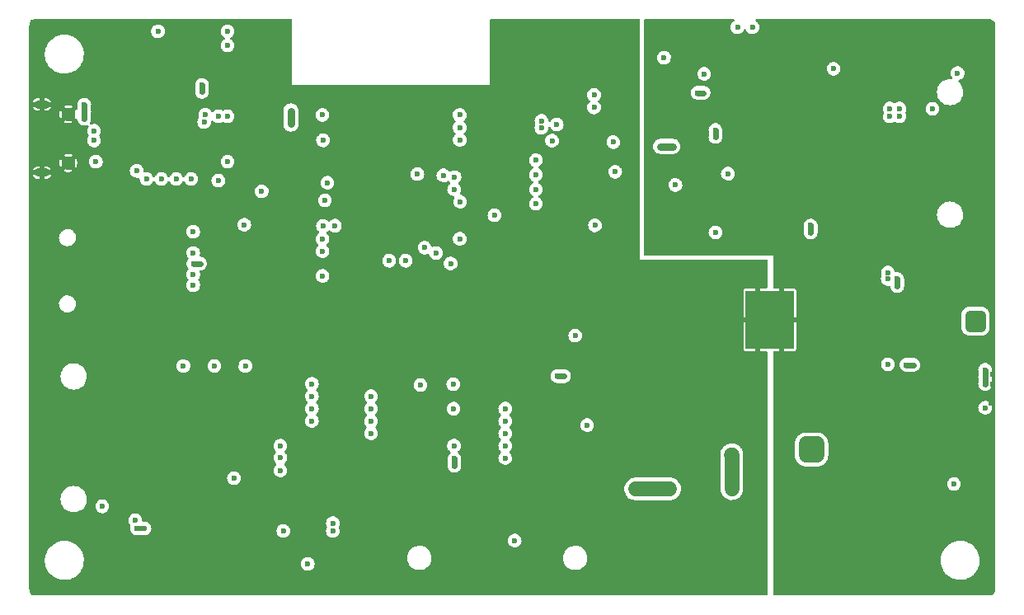
<source format=gbr>
G04 #@! TF.GenerationSoftware,KiCad,Pcbnew,(6.0.0-rc1-255-gd64ae52042)*
G04 #@! TF.CreationDate,2021-12-16T13:03:02+13:00*
G04 #@! TF.ProjectId,main_board,6d61696e-5f62-46f6-9172-642e6b696361,rev?*
G04 #@! TF.SameCoordinates,Original*
G04 #@! TF.FileFunction,Copper,L2,Inr*
G04 #@! TF.FilePolarity,Positive*
%FSLAX46Y46*%
G04 Gerber Fmt 4.6, Leading zero omitted, Abs format (unit mm)*
G04 Created by KiCad (PCBNEW (6.0.0-rc1-255-gd64ae52042)) date 2021-12-16 13:03:02*
%MOMM*%
%LPD*%
G01*
G04 APERTURE LIST*
G04 #@! TA.AperFunction,Conductor*
%ADD10R,2.499000X6.000000*%
G04 #@! TD*
G04 #@! TA.AperFunction,ComponentPad*
%ADD11C,1.450000*%
G04 #@! TD*
G04 #@! TA.AperFunction,ComponentPad*
%ADD12O,1.600000X0.900000*%
G04 #@! TD*
G04 #@! TA.AperFunction,ViaPad*
%ADD13C,0.600000*%
G04 #@! TD*
G04 #@! TA.AperFunction,ViaPad*
%ADD14C,1.000000*%
G04 #@! TD*
G04 #@! TA.AperFunction,Conductor*
%ADD15C,0.600000*%
G04 #@! TD*
G04 #@! TA.AperFunction,Conductor*
%ADD16C,0.750000*%
G04 #@! TD*
G04 #@! TA.AperFunction,Conductor*
%ADD17C,1.500000*%
G04 #@! TD*
G04 #@! TA.AperFunction,Conductor*
%ADD18C,0.500000*%
G04 #@! TD*
G04 #@! TA.AperFunction,Conductor*
%ADD19C,1.000000*%
G04 #@! TD*
G04 APERTURE END LIST*
D10*
G04 #@! TO.N,GND*
G04 #@! TO.C,SP200*
X162140203Y-85529675D03*
G04 #@! TO.N,GNDA*
X164640203Y-85529675D03*
G04 #@! TD*
D11*
G04 #@! TO.N,GND*
G04 #@! TO.C,J100*
X91347200Y-69409600D03*
D12*
X88647200Y-63409600D03*
D11*
X91347200Y-64409600D03*
D12*
X88647200Y-70409601D03*
G04 #@! TD*
D13*
G04 #@! TO.N,GNDA*
X162450911Y-61558392D03*
X162450911Y-60908390D03*
G04 #@! TO.N,GND*
X105988918Y-54924620D03*
X108007812Y-54967048D03*
G04 #@! TO.N,/esp32_board/EN*
X109428200Y-75752600D03*
X117461158Y-64481779D03*
X94188200Y-69275600D03*
G04 #@! TO.N,/esp32_board/WIFI_EN*
X98219998Y-106105600D03*
X117461158Y-77198599D03*
G04 #@! TO.N,Net-(C201-Pad2)*
X157815200Y-66749600D03*
X157815200Y-66022561D03*
X155978958Y-62208390D03*
X156595294Y-62208390D03*
G04 #@! TO.N,RAIN_CLK*
X127944620Y-78114800D03*
X131587196Y-73388599D03*
G04 #@! TO.N,Net-(C304-Pad1)*
X178130242Y-90147801D03*
X176484200Y-82050124D03*
X176484200Y-81331019D03*
X177423997Y-90147801D03*
G04 #@! TO.N,VBUS*
X92996198Y-64140495D03*
X185501200Y-92101884D03*
X92996198Y-63421393D03*
X92996198Y-64859599D03*
X185501200Y-90663678D03*
X185501200Y-91382780D03*
G04 #@! TO.N,+12V*
X159085200Y-70513931D03*
X175509198Y-81331019D03*
X142269587Y-91305574D03*
X152812600Y-67708598D03*
X153442200Y-67708598D03*
X152182200Y-67708598D03*
X143410596Y-87150398D03*
X175516196Y-80674632D03*
X141579794Y-91305574D03*
G04 #@! TO.N,SDI_TX*
X131547241Y-64481779D03*
X145348397Y-62436180D03*
G04 #@! TO.N,SDI_RX*
X117514989Y-67092432D03*
X147520783Y-70317264D03*
G04 #@! TO.N,/esp32_board/USB_N*
X93996200Y-66100864D03*
X105413189Y-64433392D03*
G04 #@! TO.N,SDI_FOut*
X117708600Y-73263400D03*
X145348397Y-63706180D03*
G04 #@! TO.N,SDI_EN*
X130614426Y-79729285D03*
X144632600Y-96334774D03*
G04 #@! TO.N,/esp32_board/USB_P*
X105309200Y-65226601D03*
X93996200Y-67108276D03*
G04 #@! TO.N,/esp32_board/SD_CS*
X117461158Y-78468599D03*
X104189200Y-81964599D03*
G04 #@! TO.N,/esp32_board/SD_DI*
X104189200Y-80864599D03*
X129875200Y-70683601D03*
G04 #@! TO.N,/esp32_board/SD_CLK*
X104189200Y-78664601D03*
X117461158Y-81008599D03*
G04 #@! TO.N,/esp32_board/SD_DO*
X104189200Y-76464600D03*
X117954200Y-71442601D03*
G04 #@! TO.N,/esp32_board/MOD_EN*
X131547241Y-77198599D03*
X145445400Y-75823877D03*
X169941343Y-59735195D03*
G04 #@! TO.N,/esp32_board/MOD_RX*
X180091000Y-63840000D03*
X117514989Y-75879600D03*
G04 #@! TO.N,/esp32_board/MOD_TX*
X182681800Y-60182400D03*
X118728286Y-75856141D03*
G04 #@! TO.N,/sdi-12/SDI12*
X141513401Y-65451605D03*
X129113952Y-78664601D03*
X137190400Y-108188400D03*
X135120757Y-74778601D03*
G04 #@! TO.N,Net-(Q100-Pad1)*
X98379200Y-70225601D03*
X103967200Y-71053600D03*
G04 #@! TO.N,Net-(Q101-Pad1)*
X99395200Y-71053600D03*
X107709128Y-69287325D03*
G04 #@! TO.N,/esp32_board/IO0*
X127208200Y-70548371D03*
X106761203Y-71225601D03*
G04 #@! TO.N,Net-(IC200-Pad2)*
X156650910Y-60258392D03*
X157818289Y-76542982D03*
G04 #@! TO.N,-BATT*
X176712600Y-64629400D03*
X175712600Y-64629400D03*
X167594200Y-75823877D03*
X175712600Y-63829400D03*
X167594200Y-76542982D03*
X176712600Y-63829400D03*
G04 #@! TO.N,Net-(Q201-Pad3)*
X152536200Y-58607600D03*
X153706200Y-71668597D03*
G04 #@! TO.N,/esp32_board/RX_ESP*
X131547241Y-67038599D03*
X102443200Y-71053600D03*
G04 #@! TO.N,/esp32_board/TX_ESP*
X131547241Y-65768599D03*
X100919200Y-71053600D03*
G04 #@! TO.N,/esp32_board/LED_GREEN*
X106761200Y-64626600D03*
X107709128Y-57337600D03*
G04 #@! TO.N,/esp32_board/LED_RED*
X107709128Y-64626600D03*
X107709128Y-55883600D03*
G04 #@! TO.N,Net-(R206-Pad2)*
X161605200Y-55457934D03*
X139367200Y-69128597D03*
G04 #@! TO.N,Net-(R208-Pad2)*
X160081200Y-55457934D03*
X139367200Y-73593600D03*
G04 #@! TO.N,I2C_SDA*
X131018197Y-70863600D03*
X113140613Y-99674988D03*
X124312600Y-79454599D03*
X115956000Y-110576000D03*
G04 #@! TO.N,I2C_SCL*
X113119816Y-98444330D03*
X130979564Y-72125411D03*
X126004019Y-79454599D03*
X113441400Y-107197800D03*
G04 #@! TO.N,GND*
X101757400Y-64983000D03*
X123504200Y-66306779D03*
X119207200Y-61776601D03*
X155772095Y-98885269D03*
X96168160Y-113333599D03*
X140772100Y-80885275D03*
X145841602Y-91128320D03*
X113772108Y-68885278D03*
X120254198Y-69458599D03*
X149387460Y-113333599D03*
X121061400Y-110576000D03*
X162321343Y-107843813D03*
X87697200Y-56575600D03*
X127212752Y-113333599D03*
X149578915Y-59236341D03*
X118221787Y-79738599D03*
X146772098Y-104885267D03*
X122442004Y-99714330D03*
X116772107Y-104885267D03*
X92772114Y-86885273D03*
X102546197Y-64140495D03*
X143772099Y-104885267D03*
X143312600Y-56885282D03*
X149633697Y-67741684D03*
X121272106Y-77885275D03*
X92892200Y-113334542D03*
X137772101Y-56885282D03*
X87703783Y-99997692D03*
X144586397Y-65468602D03*
X149632336Y-64724601D03*
X139272100Y-89885272D03*
X130786613Y-61958599D03*
X144952518Y-113333599D03*
X94272114Y-101885268D03*
X113693226Y-60834956D03*
X87703783Y-77822984D03*
X120501868Y-113333599D03*
X158090200Y-79678729D03*
X105038044Y-113333599D03*
X109954732Y-54967048D03*
X131772102Y-104885267D03*
X162564441Y-100940581D03*
X125772104Y-98885269D03*
X143772099Y-68885278D03*
X162648383Y-79678729D03*
X107981375Y-89849600D03*
X130160099Y-108866684D03*
X133660100Y-108890057D03*
X148272097Y-89885272D03*
X158772094Y-110885265D03*
X94620000Y-106105600D03*
X135822607Y-65806778D03*
X113701402Y-54955304D03*
X111901652Y-54979139D03*
X97272113Y-89885272D03*
X109472985Y-113333599D03*
X125768223Y-61762768D03*
X131772102Y-86885273D03*
X149623436Y-54989279D03*
X125772104Y-62885280D03*
X97272113Y-107885266D03*
X100268493Y-54967048D03*
X97272113Y-101885268D03*
X94272114Y-59885281D03*
X149587815Y-57820667D03*
X144632600Y-99565407D03*
X95551403Y-64859599D03*
X162629729Y-90496751D03*
X135120757Y-54955304D03*
X147435317Y-54955304D03*
X95772114Y-62885280D03*
X149623436Y-62058391D03*
X87703783Y-93403751D03*
X149596390Y-73709587D03*
X136126943Y-63706180D03*
X149643024Y-66249708D03*
X127435845Y-61762768D03*
X126700200Y-69458599D03*
X160416343Y-113333599D03*
X108599202Y-87563600D03*
X87703783Y-111861484D03*
X130160099Y-108104684D03*
X124100601Y-61762768D03*
X87703783Y-84533868D03*
X125772104Y-104885267D03*
X96398833Y-54967048D03*
X155772095Y-92885271D03*
X108370681Y-105363600D03*
X124936810Y-113333599D03*
X133660100Y-108128057D03*
X143110673Y-54955304D03*
X128772103Y-104885267D03*
X109098445Y-61381597D03*
X162611076Y-93480703D03*
X120765358Y-61773253D03*
X144312600Y-58429400D03*
X120254198Y-71306747D03*
X87703783Y-113334542D03*
X122772105Y-104885267D03*
X89447200Y-54979139D03*
X119772106Y-104885267D03*
X162648383Y-82050124D03*
X162555114Y-102432557D03*
X162321343Y-112277800D03*
X117461158Y-61958599D03*
X127138149Y-99681523D03*
X122442004Y-98444330D03*
X94272114Y-89885272D03*
X159781343Y-108671000D03*
X87703783Y-91127809D03*
X136630442Y-54955304D03*
X104789200Y-90250602D03*
X151546460Y-113333599D03*
X162639056Y-89004776D03*
X104197324Y-77556478D03*
X121669200Y-72485599D03*
X121061400Y-109874602D03*
X128772103Y-62885280D03*
X104560681Y-101734331D03*
X110772109Y-98885269D03*
X151271876Y-79678729D03*
X149632336Y-63483425D03*
X151272097Y-107885266D03*
X87697200Y-59877600D03*
X133915205Y-97172801D03*
X122772105Y-62885280D03*
X162601749Y-94972678D03*
X162583095Y-97956630D03*
X159735200Y-79661068D03*
X120254198Y-67615603D03*
X92772114Y-98885269D03*
X139272100Y-83885274D03*
X142473600Y-100115574D03*
X149615044Y-70725635D03*
X149587063Y-75201562D03*
X92772114Y-74885276D03*
X136222708Y-90822801D03*
X94272114Y-77885275D03*
X127272104Y-65885279D03*
X149605636Y-56413873D03*
X131647693Y-113333599D03*
X121272106Y-95885270D03*
X149624371Y-69233660D03*
X162536461Y-105416508D03*
X95772114Y-92885271D03*
X149623436Y-60196179D03*
X135129370Y-56710601D03*
X100112600Y-101829400D03*
X87711200Y-54979139D03*
X102564200Y-65001600D03*
X93062600Y-92885271D03*
X145279731Y-54955304D03*
X97272113Y-59885281D03*
X100272112Y-59885281D03*
X121669200Y-66306779D03*
X98327160Y-113333599D03*
X131547241Y-61958599D03*
X127272104Y-107885266D03*
X135129370Y-58787673D03*
X148272097Y-107885266D03*
X149577736Y-79667007D03*
X100272112Y-83885274D03*
X106272110Y-107885266D03*
X121272106Y-83885274D03*
X100046156Y-99473602D03*
X140955086Y-54955304D03*
X119772106Y-62885280D03*
X154787804Y-79664037D03*
X94464003Y-54967048D03*
X98333663Y-54967048D03*
X111631985Y-113333599D03*
X153026162Y-79671373D03*
X113701402Y-58787673D03*
X87703783Y-88968809D03*
X124272105Y-107885266D03*
X89047200Y-113334542D03*
X87697200Y-71481598D03*
X153822401Y-113333599D03*
X151272097Y-89885272D03*
X142272099Y-83885274D03*
X142272099Y-107885266D03*
X104560681Y-96784333D03*
X104873325Y-77556478D03*
X122442004Y-100984330D03*
X162692284Y-113333599D03*
X145272098Y-107885266D03*
X95772114Y-56885282D03*
X87703783Y-75663984D03*
X110046403Y-65463799D03*
X143772099Y-80885275D03*
X87711200Y-61690022D03*
X138312600Y-59885281D03*
X94620000Y-113334542D03*
X162648383Y-80990872D03*
X135120757Y-60968599D03*
X109428200Y-100984330D03*
X147111518Y-113333599D03*
X100272112Y-77885275D03*
X134654205Y-97172801D03*
X109272109Y-95885270D03*
X105830681Y-101734331D03*
X162527134Y-106908484D03*
X108793200Y-63379216D03*
X128772103Y-86885273D03*
X126700200Y-67624600D03*
X125339200Y-72485599D03*
X92772114Y-80885275D03*
X141030397Y-70807604D03*
X161110200Y-79664037D03*
X87703783Y-95562751D03*
X98772113Y-92885271D03*
X125339200Y-66306779D03*
X98772113Y-56885282D03*
X151272097Y-95885270D03*
X95772114Y-86885273D03*
X140517576Y-113333599D03*
X158257343Y-113333599D03*
X87703783Y-86692868D03*
X127514572Y-94710528D03*
X159796400Y-104235428D03*
X109272109Y-107885266D03*
X156481944Y-79675760D03*
X87703783Y-82257926D03*
X138241635Y-113333599D03*
X87703783Y-97838692D03*
X123504200Y-72450600D03*
X149605717Y-72217611D03*
X95585200Y-68107200D03*
X162573768Y-99448605D03*
X129371752Y-113333599D03*
X118342868Y-113333599D03*
X162592422Y-96464654D03*
X149577736Y-76693538D03*
X133806693Y-113333599D03*
X99090400Y-66634000D03*
X142272099Y-71885277D03*
X149587063Y-78040873D03*
X155981401Y-113333599D03*
X152772096Y-104885267D03*
X119772106Y-98885269D03*
X104138152Y-54967048D03*
X136272101Y-59885281D03*
X87697200Y-64859599D03*
X103272111Y-59885281D03*
X94272114Y-83885274D03*
X107100681Y-101734331D03*
X117461158Y-79738599D03*
X162545787Y-103924532D03*
X94272114Y-71885277D03*
X98772113Y-62885280D03*
X87703783Y-68953101D03*
X139272100Y-77885275D03*
X87714106Y-66895986D03*
X102762102Y-113333599D03*
X87703783Y-80098926D03*
X101747200Y-64140495D03*
X122442004Y-92094330D03*
X88312600Y-107429400D03*
X92529174Y-54967048D03*
X136082635Y-113333599D03*
X105076873Y-87563600D03*
X102203322Y-54967048D03*
X118221787Y-61958599D03*
X110398442Y-63239056D03*
X129113952Y-61762768D03*
X116772107Y-98885269D03*
X87703783Y-106708576D03*
X162620402Y-91988727D03*
X122772105Y-80885275D03*
X122777810Y-113333599D03*
X91272115Y-95885270D03*
X109418197Y-71561600D03*
X87703783Y-73388043D03*
X110772109Y-80885275D03*
X87703783Y-102273634D03*
X139272100Y-107885266D03*
X110772109Y-56885282D03*
X121272106Y-107885266D03*
X87703783Y-104432634D03*
X94812600Y-58429400D03*
X142676576Y-113333599D03*
X98772113Y-86885273D03*
X142812600Y-64429400D03*
X122432980Y-61762768D03*
X138786028Y-54955304D03*
X107197044Y-113333599D03*
X113907927Y-113333599D03*
X115272108Y-107885266D03*
X113701402Y-56842600D03*
X145300396Y-56086180D03*
X144561396Y-56086180D03*
G04 #@! TO.N,GNDA*
X186239873Y-79154463D03*
X152235714Y-64048597D03*
X179772088Y-80885275D03*
X161772093Y-68885278D03*
X164197077Y-104421580D03*
X177643512Y-113426868D03*
D14*
X171150200Y-79300022D03*
X178600498Y-84740842D03*
D13*
X180627463Y-113445522D03*
X178239198Y-101607402D03*
X154099363Y-55017259D03*
X172326197Y-65527599D03*
D14*
X173058200Y-101026888D03*
D13*
X186249200Y-77662487D03*
X150830200Y-78505127D03*
D14*
X171150200Y-80490871D03*
D13*
X186211892Y-56873379D03*
X163051217Y-55073220D03*
X171675609Y-113389561D03*
X164187750Y-99982706D03*
X164197077Y-102922980D03*
X163272093Y-65885279D03*
X164206404Y-111857654D03*
X186076586Y-112035951D03*
X186193238Y-86614341D03*
X186183911Y-88106317D03*
X180954925Y-55185143D03*
X178239198Y-102391409D03*
X186076586Y-108182497D03*
X150820873Y-75521254D03*
X170183633Y-113380234D03*
X186221219Y-58358652D03*
X182446901Y-55194470D03*
X151097591Y-57820667D03*
X173058200Y-66274600D03*
D14*
X173058200Y-98626885D03*
D13*
X166035168Y-55091874D03*
X160272094Y-65885279D03*
D14*
X178603088Y-82310656D03*
D13*
X157083314Y-55035913D03*
X164543193Y-55082547D03*
X167199682Y-113361580D03*
X170772091Y-110885265D03*
X186174584Y-89598292D03*
X186230546Y-67249726D03*
X186239873Y-71688600D03*
D14*
X171744855Y-95363000D03*
D13*
X177970974Y-55166489D03*
X186221219Y-62810853D03*
X155591339Y-55026586D03*
X176772089Y-110885265D03*
X167527144Y-55101200D03*
X173772090Y-104885267D03*
X179135488Y-113436195D03*
X186221219Y-82138414D03*
X186239873Y-70233599D03*
X159435202Y-60908390D03*
X164178423Y-94045233D03*
X186146604Y-94074219D03*
X161121200Y-78505127D03*
X180312600Y-58429400D03*
X186305161Y-92101884D03*
X172326197Y-66274600D03*
X186202565Y-85122365D03*
D14*
X173061133Y-99785775D03*
D13*
X166272092Y-65885279D03*
X164206404Y-108860454D03*
X165707706Y-113352253D03*
D14*
X170039191Y-79300022D03*
D13*
X151115412Y-54998605D03*
X168691658Y-113370907D03*
X174659561Y-113408214D03*
X186239873Y-73187200D03*
X172003071Y-55129182D03*
X150820873Y-74022654D03*
X182772087Y-104885267D03*
D14*
X178600498Y-86039600D03*
D13*
X181272087Y-65885279D03*
D14*
X171742264Y-96553849D03*
D13*
X150820873Y-72567653D03*
X181272087Y-95885270D03*
X174987022Y-55147836D03*
X164062600Y-70179400D03*
X164105073Y-79982327D03*
X156682327Y-78514454D03*
X184654869Y-113445522D03*
X182298200Y-104062409D03*
X159085200Y-64827598D03*
X186211892Y-55374779D03*
X184272086Y-95885270D03*
X167772091Y-110885265D03*
X186123221Y-100722619D03*
X184112600Y-74629400D03*
X172272090Y-83885274D03*
X186230546Y-65751126D03*
X158772094Y-56885282D03*
X162619801Y-78505127D03*
X158812600Y-75929400D03*
X184272086Y-101885268D03*
X164187750Y-96985506D03*
X186061138Y-113251311D03*
X159622601Y-78505127D03*
X150820873Y-77019854D03*
X173058200Y-65527599D03*
X186239873Y-74685800D03*
X186104567Y-103706570D03*
X186095240Y-105198546D03*
X186221219Y-61312253D03*
X186132547Y-99230643D03*
X178272088Y-107885266D03*
X151115412Y-56413873D03*
X154272096Y-65885279D03*
X186249200Y-76171073D03*
D14*
X172855863Y-96553849D03*
D13*
X186230546Y-64296126D03*
X179462949Y-55175816D03*
X152235714Y-62208390D03*
X160812600Y-70929400D03*
X184272086Y-65885279D03*
X186305161Y-91119600D03*
D14*
X171150200Y-78019448D03*
D13*
X158167600Y-78505127D03*
X185501200Y-97776887D03*
X186230546Y-68748326D03*
X164178423Y-92546633D03*
X152230126Y-78514454D03*
X182772087Y-98885269D03*
X176478998Y-55157162D03*
D14*
X170036601Y-80490871D03*
D13*
X157818289Y-74689600D03*
X152235717Y-60258392D03*
X173495047Y-55138509D03*
X186221219Y-59813653D03*
X155183727Y-78514454D03*
X164206404Y-110359054D03*
X164187750Y-95530506D03*
X152607387Y-55007932D03*
X152536200Y-57210600D03*
X184272086Y-55194470D03*
X173167585Y-113398887D03*
X164197077Y-101467979D03*
X158575290Y-55045240D03*
X186230546Y-80646438D03*
D14*
X170039191Y-76828600D03*
X170036601Y-78019448D03*
D13*
X164187750Y-98484106D03*
X172272090Y-89885272D03*
D14*
X178600498Y-83501505D03*
X172858454Y-94172152D03*
D13*
X173772090Y-110885265D03*
X186113894Y-102214594D03*
X164062600Y-74429400D03*
X176772089Y-74885276D03*
X186211892Y-83630390D03*
X161772093Y-62885280D03*
X184272086Y-71885277D03*
X173941205Y-90084954D03*
X164178423Y-89593032D03*
X186085913Y-106690521D03*
X159435202Y-59608390D03*
X164215731Y-113342926D03*
D14*
X171150200Y-76828600D03*
X171747445Y-94172152D03*
D13*
X179312600Y-74629400D03*
X167594200Y-68024602D03*
D14*
X172858454Y-95363000D03*
D13*
X164178423Y-91048033D03*
X169019120Y-55110528D03*
X176151536Y-113417541D03*
X169272091Y-95885270D03*
X153685127Y-78514454D03*
X182772087Y-68885278D03*
X164105073Y-81480927D03*
X166272092Y-59885281D03*
X170511095Y-55119855D03*
G04 #@! TO.N,+3V3*
X147333397Y-67271222D03*
D14*
X168241200Y-99429624D03*
X167130190Y-98238775D03*
X153113609Y-102856059D03*
D13*
X103179683Y-90251606D03*
X105076873Y-62106595D03*
X113119816Y-100984330D03*
X104878200Y-79751599D03*
X139367200Y-70628600D03*
X104202200Y-79751599D03*
X111223170Y-72334598D03*
X127514572Y-92212755D03*
X94838001Y-104683200D03*
D14*
X150776809Y-102880483D03*
D13*
X100564202Y-55883600D03*
X99175947Y-106943800D03*
D14*
X149608409Y-102892696D03*
X159517000Y-102880483D03*
X167127599Y-99429624D03*
D13*
X114203400Y-64071600D03*
X106360198Y-90250602D03*
D14*
X151945209Y-102868271D03*
D13*
X114203400Y-65413599D03*
X182298200Y-102391409D03*
D14*
X159504788Y-101712083D03*
D13*
X114203400Y-64763597D03*
D14*
X159492575Y-100543683D03*
X168241200Y-98238775D03*
D13*
X105078737Y-61381597D03*
X108370681Y-101787600D03*
X131005340Y-100515492D03*
X118521400Y-106410400D03*
X118521400Y-107197800D03*
X139367200Y-72118599D03*
X109540200Y-90250602D03*
X131007204Y-99790495D03*
X98430000Y-106943800D03*
D14*
X159480363Y-99375283D03*
D13*
G04 #@! TO.N,/rain_gauge_logger/RAIN_CE*
X116370995Y-94634330D03*
X130910123Y-94650609D03*
G04 #@! TO.N,/rain_gauge_logger/RAIN_RESET*
X116370995Y-95904330D03*
X130889092Y-92135026D03*
G04 #@! TO.N,+5V*
X175516203Y-90084954D03*
X141030397Y-67118602D03*
X139948398Y-65081778D03*
X139938329Y-65798571D03*
D14*
X185068468Y-85063826D03*
D13*
X185501200Y-94551884D03*
D14*
X185068468Y-86254674D03*
X183954868Y-86254674D03*
X183957459Y-85063826D03*
D13*
G04 #@! TO.N,Net-(U400-Pad4)*
X122442004Y-97174330D03*
X130959203Y-98442801D03*
G04 #@! TO.N,Net-(U400-Pad5)*
X122442004Y-95939834D03*
X136222708Y-99712801D03*
G04 #@! TO.N,Net-(U400-Pad6)*
X122442004Y-94669834D03*
X136222708Y-98442801D03*
G04 #@! TO.N,Net-(U400-Pad7)*
X136222708Y-97172801D03*
X122442004Y-93364330D03*
G04 #@! TO.N,Net-(U400-Pad9)*
X116370995Y-92094330D03*
X136222708Y-95902801D03*
G04 #@! TO.N,Net-(U400-Pad10)*
X116370995Y-93364330D03*
X136222708Y-94632801D03*
G04 #@! TD*
D15*
G04 #@! TO.N,Net-(C201-Pad2)*
X155978958Y-62208390D02*
X156595294Y-62208390D01*
X157815200Y-66749600D02*
X157815200Y-66022561D01*
G04 #@! TO.N,Net-(C304-Pad1)*
X176484200Y-82050124D02*
X176484200Y-81331019D01*
X177423997Y-90147801D02*
X178130242Y-90147801D01*
G04 #@! TO.N,VBUS*
X92996198Y-64140495D02*
X92996198Y-63421393D01*
X185501200Y-92101884D02*
X185501200Y-91382780D01*
X185501200Y-91382780D02*
X185501200Y-90663678D01*
X92996198Y-64859599D02*
X92996198Y-64140495D01*
D16*
G04 #@! TO.N,+12V*
X152182200Y-67708598D02*
X153442200Y-67708598D01*
D15*
X141579794Y-91305574D02*
X142269587Y-91305574D01*
G04 #@! TO.N,-BATT*
X167594200Y-76542982D02*
X167594200Y-75823877D01*
G04 #@! TO.N,GND*
X133660100Y-108890057D02*
X133660100Y-108128057D01*
X130160099Y-108866684D02*
X130160099Y-108104684D01*
X104197324Y-77556478D02*
X104873325Y-77556478D01*
D17*
G04 #@! TO.N,+3V3*
X149608409Y-102892696D02*
X153113609Y-102892696D01*
D16*
X114203400Y-65413599D02*
X114203400Y-64763597D01*
X114203400Y-64763597D02*
X114203400Y-64071600D01*
D17*
X167127599Y-99429624D02*
X167130190Y-99427033D01*
D15*
X105076873Y-61383462D02*
X105078737Y-61381597D01*
X131007204Y-100513627D02*
X131007204Y-99790495D01*
D17*
X159480363Y-99375283D02*
X159517000Y-99375283D01*
X167127599Y-99429624D02*
X168241200Y-99429624D01*
D18*
X98430000Y-106943800D02*
X99175947Y-106943800D01*
D15*
X131005340Y-100515492D02*
X131007204Y-100513627D01*
D17*
X167130190Y-98238775D02*
X168241200Y-98238775D01*
X167130190Y-99427033D02*
X167130190Y-98238775D01*
X153113609Y-102892696D02*
X153113609Y-102856059D01*
D15*
X105076873Y-62106595D02*
X105076873Y-61383462D01*
D17*
X168241200Y-99429624D02*
X168241200Y-98238775D01*
D15*
X104202200Y-79751599D02*
X104878200Y-79751599D01*
D17*
X159517000Y-102880483D02*
X159517000Y-99375283D01*
D19*
G04 #@! TO.N,+5V*
X183957459Y-85063826D02*
X185068468Y-85063826D01*
X183957459Y-85143666D02*
X183957459Y-85063826D01*
X183954868Y-86254674D02*
X185068468Y-86254674D01*
X183954868Y-85066417D02*
X183957459Y-85063826D01*
X185068468Y-86254674D02*
X185068468Y-85063826D01*
X183954868Y-86254674D02*
X183954868Y-85066417D01*
X183957459Y-85143666D02*
X185068468Y-86254674D01*
G04 #@! TD*
G04 #@! TA.AperFunction,Conductor*
G04 #@! TO.N,GND*
G36*
X114286308Y-54653603D02*
G01*
X114332801Y-54707259D01*
X114344187Y-54759601D01*
X114344193Y-59306716D01*
X114344195Y-61381597D01*
X123026895Y-61381598D01*
X134618394Y-61381600D01*
X134636509Y-61381600D01*
X134636506Y-54759601D01*
X134656508Y-54691480D01*
X134710164Y-54644987D01*
X134762506Y-54633601D01*
X149942227Y-54633601D01*
X150010348Y-54653603D01*
X150056841Y-54707259D01*
X150068227Y-54759601D01*
X150068190Y-78982895D01*
X150068190Y-79310604D01*
X151337284Y-79310604D01*
X163014198Y-79310599D01*
X163082319Y-79330601D01*
X163128812Y-79384257D01*
X163140198Y-79436599D01*
X163140198Y-82161598D01*
X163120196Y-82229719D01*
X163103293Y-82250693D01*
X163062653Y-82291333D01*
X163060112Y-82288792D01*
X163018230Y-82321089D01*
X162972514Y-82329675D01*
X162408318Y-82329675D01*
X162393079Y-82334150D01*
X162391874Y-82335540D01*
X162390203Y-82343223D01*
X162390203Y-88711560D01*
X162394678Y-88726799D01*
X162396068Y-88728004D01*
X162403751Y-88729675D01*
X162972514Y-88729675D01*
X163040635Y-88749677D01*
X163061390Y-88769280D01*
X163062653Y-88768017D01*
X163103293Y-88808657D01*
X163137319Y-88870969D01*
X163140198Y-88897752D01*
X163140198Y-113707599D01*
X163120196Y-113775720D01*
X163066540Y-113822213D01*
X163014198Y-113833599D01*
X88022984Y-113833600D01*
X87990600Y-113833600D01*
X87970889Y-113832049D01*
X87958988Y-113830164D01*
X87949195Y-113828613D01*
X87939401Y-113830164D01*
X87929487Y-113830164D01*
X87929487Y-113829266D01*
X87913844Y-113829615D01*
X87829788Y-113820145D01*
X87802284Y-113813868D01*
X87702262Y-113778869D01*
X87676845Y-113766629D01*
X87587118Y-113710249D01*
X87565060Y-113692657D01*
X87490137Y-113617734D01*
X87472545Y-113595676D01*
X87416165Y-113505949D01*
X87403925Y-113480532D01*
X87368926Y-113380510D01*
X87362649Y-113353006D01*
X87353179Y-113268950D01*
X87353528Y-113253307D01*
X87352630Y-113253307D01*
X87352630Y-113243393D01*
X87354181Y-113233599D01*
X87350746Y-113211910D01*
X87349195Y-113192201D01*
X87349195Y-110202097D01*
X88943837Y-110202097D01*
X88944081Y-110206532D01*
X88944081Y-110206536D01*
X88957281Y-110446368D01*
X88959405Y-110484970D01*
X88979631Y-110586653D01*
X89013607Y-110757460D01*
X89014674Y-110762826D01*
X89016150Y-110767029D01*
X89089197Y-110975036D01*
X89108542Y-111030124D01*
X89110595Y-111034077D01*
X89110598Y-111034083D01*
X89184560Y-111176465D01*
X89239136Y-111281528D01*
X89241719Y-111285143D01*
X89241723Y-111285149D01*
X89274376Y-111330842D01*
X89403851Y-111512024D01*
X89406929Y-111515251D01*
X89406931Y-111515253D01*
X89449555Y-111559934D01*
X89599399Y-111717012D01*
X89821880Y-111892401D01*
X89932127Y-111956437D01*
X90063007Y-112032459D01*
X90063013Y-112032462D01*
X90066854Y-112034693D01*
X90329432Y-112141048D01*
X90333745Y-112142119D01*
X90333750Y-112142121D01*
X90600056Y-112208272D01*
X90600061Y-112208273D01*
X90604377Y-112209345D01*
X90608805Y-112209799D01*
X90608807Y-112209799D01*
X90684507Y-112217555D01*
X90845990Y-112234100D01*
X91021370Y-112234100D01*
X91231793Y-112219201D01*
X91236148Y-112218263D01*
X91236151Y-112218263D01*
X91504400Y-112160511D01*
X91504402Y-112160511D01*
X91508747Y-112159575D01*
X91774537Y-112061520D01*
X92023860Y-111926993D01*
X92251740Y-111758678D01*
X92453630Y-111559934D01*
X92456331Y-111556394D01*
X92456337Y-111556388D01*
X92622802Y-111338267D01*
X92622805Y-111338263D01*
X92625504Y-111334726D01*
X92681902Y-111234020D01*
X92761752Y-111091437D01*
X92761755Y-111091432D01*
X92763930Y-111087547D01*
X92778687Y-111049404D01*
X92864541Y-110827485D01*
X92864543Y-110827479D01*
X92866148Y-110823330D01*
X92867566Y-110817215D01*
X92906516Y-110649173D01*
X92925189Y-110568611D01*
X115250394Y-110568611D01*
X115268999Y-110737135D01*
X115327266Y-110896356D01*
X115331502Y-110902659D01*
X115331502Y-110902660D01*
X115341959Y-110918221D01*
X115421830Y-111037083D01*
X115427442Y-111042190D01*
X115427445Y-111042193D01*
X115541612Y-111146077D01*
X115541616Y-111146080D01*
X115547233Y-111151191D01*
X115553906Y-111154814D01*
X115553910Y-111154817D01*
X115689558Y-111228467D01*
X115689560Y-111228468D01*
X115696235Y-111232092D01*
X115703584Y-111234020D01*
X115852883Y-111273188D01*
X115852885Y-111273188D01*
X115860233Y-111275116D01*
X115946609Y-111276473D01*
X116022161Y-111277660D01*
X116022164Y-111277660D01*
X116029760Y-111277779D01*
X116037165Y-111276083D01*
X116037166Y-111276083D01*
X116097586Y-111262245D01*
X116195029Y-111239928D01*
X116346498Y-111163747D01*
X116435740Y-111087527D01*
X116469651Y-111058564D01*
X116469652Y-111058563D01*
X116475423Y-111053634D01*
X116574361Y-110915947D01*
X116582237Y-110896356D01*
X116634766Y-110765687D01*
X116634767Y-110765685D01*
X116637601Y-110758634D01*
X116661490Y-110590778D01*
X116661562Y-110583932D01*
X116661602Y-110580135D01*
X116661602Y-110580129D01*
X116661645Y-110576000D01*
X116661104Y-110571525D01*
X116657004Y-110537653D01*
X116641276Y-110407680D01*
X116581345Y-110249077D01*
X116520589Y-110160677D01*
X116489614Y-110115608D01*
X116489613Y-110115607D01*
X116485312Y-110109349D01*
X116473514Y-110098837D01*
X116375202Y-110011243D01*
X126155166Y-110011243D01*
X126181983Y-110232849D01*
X126247619Y-110446205D01*
X126250195Y-110451195D01*
X126250195Y-110451196D01*
X126322240Y-110590778D01*
X126350001Y-110644564D01*
X126353410Y-110649006D01*
X126353412Y-110649010D01*
X126443971Y-110767029D01*
X126485890Y-110821659D01*
X126650993Y-110971891D01*
X126840090Y-111090512D01*
X127047205Y-111173771D01*
X127052693Y-111174908D01*
X127052698Y-111174909D01*
X127202996Y-111206034D01*
X127265790Y-111219038D01*
X127270403Y-111219304D01*
X127320626Y-111222200D01*
X127320630Y-111222200D01*
X127322449Y-111222305D01*
X127466730Y-111222305D01*
X127469517Y-111222056D01*
X127469523Y-111222056D01*
X127539097Y-111215846D01*
X127632439Y-111207516D01*
X127637853Y-111206035D01*
X127637858Y-111206034D01*
X127765204Y-111171195D01*
X127847751Y-111148613D01*
X127852809Y-111146201D01*
X127852813Y-111146199D01*
X127948490Y-111100563D01*
X128049229Y-111052513D01*
X128230505Y-110922253D01*
X128324335Y-110825428D01*
X128381946Y-110765979D01*
X128381948Y-110765976D01*
X128385849Y-110761951D01*
X128510350Y-110576673D01*
X128600074Y-110372276D01*
X128601382Y-110366828D01*
X128601384Y-110366822D01*
X128650875Y-110160677D01*
X128650875Y-110160676D01*
X128652185Y-110155220D01*
X128660477Y-110011406D01*
X142155167Y-110011406D01*
X142181984Y-110233012D01*
X142247620Y-110446368D01*
X142350002Y-110644727D01*
X142353411Y-110649169D01*
X142353413Y-110649173D01*
X142440076Y-110762114D01*
X142485891Y-110821822D01*
X142650994Y-110972054D01*
X142840091Y-111090675D01*
X142978618Y-111146362D01*
X143030353Y-111167159D01*
X143047206Y-111173934D01*
X143052694Y-111175071D01*
X143052699Y-111175072D01*
X143210154Y-111207679D01*
X143265791Y-111219201D01*
X143270404Y-111219467D01*
X143320627Y-111222363D01*
X143320631Y-111222363D01*
X143322450Y-111222468D01*
X143466731Y-111222468D01*
X143469518Y-111222219D01*
X143469524Y-111222219D01*
X143539098Y-111216009D01*
X143632440Y-111207679D01*
X143637854Y-111206198D01*
X143637859Y-111206197D01*
X143780555Y-111167159D01*
X143847752Y-111148776D01*
X143852810Y-111146364D01*
X143852814Y-111146362D01*
X143969905Y-111090512D01*
X144049230Y-111052676D01*
X144230506Y-110922416D01*
X144324494Y-110825428D01*
X144381947Y-110766142D01*
X144381949Y-110766139D01*
X144385850Y-110762114D01*
X144510351Y-110576836D01*
X144512683Y-110571525D01*
X144552628Y-110480527D01*
X144600075Y-110372439D01*
X144601383Y-110366991D01*
X144601385Y-110366985D01*
X144650876Y-110160840D01*
X144650876Y-110160839D01*
X144652186Y-110155383D01*
X144661585Y-109992375D01*
X144664712Y-109938137D01*
X144664712Y-109938134D01*
X144665035Y-109932530D01*
X144638218Y-109710924D01*
X144572582Y-109497568D01*
X144513870Y-109383816D01*
X144472773Y-109304194D01*
X144470200Y-109299209D01*
X144466791Y-109294767D01*
X144466789Y-109294763D01*
X144337721Y-109126558D01*
X144334311Y-109122114D01*
X144169208Y-108971882D01*
X143980111Y-108853261D01*
X143796770Y-108779559D01*
X143778198Y-108772093D01*
X143778196Y-108772092D01*
X143772996Y-108770002D01*
X143767508Y-108768865D01*
X143767503Y-108768864D01*
X143602946Y-108734786D01*
X143554411Y-108724735D01*
X143546971Y-108724306D01*
X143499575Y-108721573D01*
X143499571Y-108721573D01*
X143497752Y-108721468D01*
X143353471Y-108721468D01*
X143350684Y-108721717D01*
X143350678Y-108721717D01*
X143281104Y-108727927D01*
X143187762Y-108736257D01*
X143182348Y-108737738D01*
X143182343Y-108737739D01*
X143064412Y-108770002D01*
X142972450Y-108795160D01*
X142967392Y-108797572D01*
X142967388Y-108797574D01*
X142876623Y-108840867D01*
X142770972Y-108891260D01*
X142589696Y-109021520D01*
X142434352Y-109181822D01*
X142309851Y-109367100D01*
X142307592Y-109372246D01*
X142307591Y-109372248D01*
X142271951Y-109453438D01*
X142220127Y-109571497D01*
X142218819Y-109576945D01*
X142218817Y-109576951D01*
X142169365Y-109782933D01*
X142168016Y-109788553D01*
X142167693Y-109794158D01*
X142155500Y-110005636D01*
X142155167Y-110011406D01*
X128660477Y-110011406D01*
X128662411Y-109977863D01*
X128664711Y-109937974D01*
X128664711Y-109937971D01*
X128665034Y-109932367D01*
X128638217Y-109710761D01*
X128572581Y-109497405D01*
X128541443Y-109437076D01*
X128472772Y-109304031D01*
X128470199Y-109299046D01*
X128466790Y-109294604D01*
X128466788Y-109294600D01*
X128337720Y-109126395D01*
X128334310Y-109121951D01*
X128169207Y-108971719D01*
X127980110Y-108853098D01*
X127823109Y-108789984D01*
X127778197Y-108771930D01*
X127778195Y-108771929D01*
X127772995Y-108769839D01*
X127767507Y-108768702D01*
X127767502Y-108768701D01*
X127602945Y-108734623D01*
X127554410Y-108724572D01*
X127549797Y-108724306D01*
X127499574Y-108721410D01*
X127499570Y-108721410D01*
X127497751Y-108721305D01*
X127353470Y-108721305D01*
X127350683Y-108721554D01*
X127350677Y-108721554D01*
X127281103Y-108727764D01*
X127187761Y-108736094D01*
X127182347Y-108737575D01*
X127182342Y-108737576D01*
X127064411Y-108769839D01*
X126972449Y-108794997D01*
X126967391Y-108797409D01*
X126967387Y-108797411D01*
X126876280Y-108840867D01*
X126770971Y-108891097D01*
X126589695Y-109021357D01*
X126434351Y-109181659D01*
X126309850Y-109366937D01*
X126307591Y-109372083D01*
X126307590Y-109372085D01*
X126280799Y-109433117D01*
X126220126Y-109571334D01*
X126218818Y-109576782D01*
X126218816Y-109576788D01*
X126185275Y-109716496D01*
X126168015Y-109788390D01*
X126163159Y-109872608D01*
X126156013Y-109996560D01*
X126155166Y-110011243D01*
X116375202Y-110011243D01*
X116364392Y-110001612D01*
X116364388Y-110001610D01*
X116358721Y-109996560D01*
X116331657Y-109982230D01*
X116237481Y-109932367D01*
X116208881Y-109917224D01*
X116044441Y-109875919D01*
X116036843Y-109875879D01*
X116036841Y-109875879D01*
X115959668Y-109875475D01*
X115874895Y-109875031D01*
X115867508Y-109876805D01*
X115867504Y-109876805D01*
X115724162Y-109911220D01*
X115710032Y-109914612D01*
X115703288Y-109918093D01*
X115703285Y-109918094D01*
X115570416Y-109986673D01*
X115559369Y-109992375D01*
X115553647Y-109997367D01*
X115553645Y-109997368D01*
X115537740Y-110011243D01*
X115431604Y-110103831D01*
X115427237Y-110110045D01*
X115340929Y-110232849D01*
X115334113Y-110242547D01*
X115272524Y-110400513D01*
X115271532Y-110408046D01*
X115271532Y-110408047D01*
X115253778Y-110542908D01*
X115250394Y-110568611D01*
X92925189Y-110568611D01*
X92930118Y-110547347D01*
X92954563Y-110265103D01*
X92954072Y-110256180D01*
X92939240Y-109986673D01*
X92939239Y-109986666D01*
X92938995Y-109982230D01*
X92899385Y-109783096D01*
X92884596Y-109708746D01*
X92884595Y-109708741D01*
X92883726Y-109704374D01*
X92862479Y-109643870D01*
X92791336Y-109441284D01*
X92791335Y-109441281D01*
X92789858Y-109437076D01*
X92787805Y-109433123D01*
X92787802Y-109433117D01*
X92661316Y-109189623D01*
X92659264Y-109185672D01*
X92656681Y-109182057D01*
X92656677Y-109182051D01*
X92541959Y-109021520D01*
X92494549Y-108955176D01*
X92452228Y-108910812D01*
X92302076Y-108753411D01*
X92302073Y-108753408D01*
X92299001Y-108750188D01*
X92076520Y-108574799D01*
X91950536Y-108501622D01*
X91835393Y-108434741D01*
X91835387Y-108434738D01*
X91831546Y-108432507D01*
X91761509Y-108404139D01*
X91573094Y-108327823D01*
X91573091Y-108327822D01*
X91568968Y-108326152D01*
X91564655Y-108325081D01*
X91564650Y-108325079D01*
X91298344Y-108258928D01*
X91298339Y-108258927D01*
X91294023Y-108257855D01*
X91289595Y-108257401D01*
X91289593Y-108257401D01*
X91194752Y-108247684D01*
X91052410Y-108233100D01*
X90877030Y-108233100D01*
X90666607Y-108247999D01*
X90662252Y-108248937D01*
X90662249Y-108248937D01*
X90394000Y-108306689D01*
X90393998Y-108306689D01*
X90389653Y-108307625D01*
X90123863Y-108405680D01*
X90119945Y-108407794D01*
X89896521Y-108528347D01*
X89874540Y-108540207D01*
X89646660Y-108708522D01*
X89643481Y-108711651D01*
X89643478Y-108711654D01*
X89560320Y-108793517D01*
X89444770Y-108907266D01*
X89442069Y-108910806D01*
X89442063Y-108910812D01*
X89277535Y-109126395D01*
X89272896Y-109132474D01*
X89270721Y-109136358D01*
X89138617Y-109372248D01*
X89134470Y-109379653D01*
X89132862Y-109383811D01*
X89132859Y-109383816D01*
X89060314Y-109571334D01*
X89032252Y-109643870D01*
X88968282Y-109919853D01*
X88943837Y-110202097D01*
X87349195Y-110202097D01*
X87349195Y-108181011D01*
X136484794Y-108181011D01*
X136503399Y-108349535D01*
X136561666Y-108508756D01*
X136565902Y-108515059D01*
X136565902Y-108515060D01*
X136578974Y-108534513D01*
X136656230Y-108649483D01*
X136661842Y-108654590D01*
X136661845Y-108654593D01*
X136776012Y-108758477D01*
X136776016Y-108758480D01*
X136781633Y-108763591D01*
X136788306Y-108767214D01*
X136788310Y-108767217D01*
X136923958Y-108840867D01*
X136923960Y-108840868D01*
X136930635Y-108844492D01*
X136937984Y-108846420D01*
X137087283Y-108885588D01*
X137087285Y-108885588D01*
X137094633Y-108887516D01*
X137181009Y-108888873D01*
X137256561Y-108890060D01*
X137256564Y-108890060D01*
X137264160Y-108890179D01*
X137271565Y-108888483D01*
X137271566Y-108888483D01*
X137331986Y-108874645D01*
X137429429Y-108852328D01*
X137580898Y-108776147D01*
X137709823Y-108666034D01*
X137808761Y-108528347D01*
X137816637Y-108508756D01*
X137869166Y-108378087D01*
X137869167Y-108378085D01*
X137872001Y-108371034D01*
X137881025Y-108307625D01*
X137895309Y-108207262D01*
X137895309Y-108207259D01*
X137895890Y-108203178D01*
X137896045Y-108188400D01*
X137894240Y-108173480D01*
X137876588Y-108027620D01*
X137875676Y-108020080D01*
X137815745Y-107861477D01*
X137806984Y-107848730D01*
X137724014Y-107728008D01*
X137724013Y-107728007D01*
X137719712Y-107721749D01*
X137673263Y-107680364D01*
X137598792Y-107614012D01*
X137598788Y-107614010D01*
X137593121Y-107608960D01*
X137575995Y-107599892D01*
X137470268Y-107543913D01*
X137443281Y-107529624D01*
X137278841Y-107488319D01*
X137271243Y-107488279D01*
X137271241Y-107488279D01*
X137194068Y-107487875D01*
X137109295Y-107487431D01*
X137101908Y-107489205D01*
X137101904Y-107489205D01*
X136981319Y-107518156D01*
X136944432Y-107527012D01*
X136937688Y-107530493D01*
X136937685Y-107530494D01*
X136800990Y-107601048D01*
X136793769Y-107604775D01*
X136788047Y-107609767D01*
X136788045Y-107609768D01*
X136725886Y-107663993D01*
X136666004Y-107716231D01*
X136568513Y-107854947D01*
X136506924Y-108012913D01*
X136484794Y-108181011D01*
X87349195Y-108181011D01*
X87349195Y-106098211D01*
X97514392Y-106098211D01*
X97532997Y-106266735D01*
X97591264Y-106425956D01*
X97595500Y-106432259D01*
X97595500Y-106432260D01*
X97667827Y-106539894D01*
X97685828Y-106566683D01*
X97691448Y-106571797D01*
X97691449Y-106571798D01*
X97724606Y-106601969D01*
X97761528Y-106662610D01*
X97759804Y-106733586D01*
X97757199Y-106740932D01*
X97753436Y-106750585D01*
X97746524Y-106768313D01*
X97745533Y-106775840D01*
X97745532Y-106775844D01*
X97725385Y-106928880D01*
X97724394Y-106936411D01*
X97742999Y-107104935D01*
X97750867Y-107126434D01*
X97783886Y-107216662D01*
X97801266Y-107264156D01*
X97805502Y-107270459D01*
X97805502Y-107270460D01*
X97818574Y-107289913D01*
X97895830Y-107404883D01*
X97901442Y-107409990D01*
X97901445Y-107409993D01*
X98015612Y-107513877D01*
X98015616Y-107513880D01*
X98021233Y-107518991D01*
X98027906Y-107522614D01*
X98027910Y-107522617D01*
X98163558Y-107596267D01*
X98163560Y-107596268D01*
X98170235Y-107599892D01*
X98177584Y-107601820D01*
X98326883Y-107640988D01*
X98326885Y-107640988D01*
X98334233Y-107642916D01*
X98420609Y-107644273D01*
X98496161Y-107645460D01*
X98496164Y-107645460D01*
X98503760Y-107645579D01*
X98511165Y-107643883D01*
X98511166Y-107643883D01*
X98571586Y-107630045D01*
X98669029Y-107607728D01*
X98675813Y-107604316D01*
X98682944Y-107601749D01*
X98725624Y-107594300D01*
X98880501Y-107594300D01*
X98915879Y-107601048D01*
X98916182Y-107599892D01*
X99072830Y-107640988D01*
X99072832Y-107640988D01*
X99080180Y-107642916D01*
X99166556Y-107644273D01*
X99242108Y-107645460D01*
X99242111Y-107645460D01*
X99249707Y-107645579D01*
X99257112Y-107643883D01*
X99257113Y-107643883D01*
X99317533Y-107630045D01*
X99414976Y-107607728D01*
X99566445Y-107531547D01*
X99695370Y-107421434D01*
X99794308Y-107283747D01*
X99802184Y-107264156D01*
X99831830Y-107190411D01*
X112735794Y-107190411D01*
X112754399Y-107358935D01*
X112762267Y-107380434D01*
X112802425Y-107490170D01*
X112812666Y-107518156D01*
X112816902Y-107524459D01*
X112816902Y-107524460D01*
X112829974Y-107543913D01*
X112907230Y-107658883D01*
X112912842Y-107663990D01*
X112912845Y-107663993D01*
X113027012Y-107767877D01*
X113027016Y-107767880D01*
X113032633Y-107772991D01*
X113039306Y-107776614D01*
X113039310Y-107776617D01*
X113174958Y-107850267D01*
X113174960Y-107850268D01*
X113181635Y-107853892D01*
X113188984Y-107855820D01*
X113338283Y-107894988D01*
X113338285Y-107894988D01*
X113345633Y-107896916D01*
X113432009Y-107898273D01*
X113507561Y-107899460D01*
X113507564Y-107899460D01*
X113515160Y-107899579D01*
X113522565Y-107897883D01*
X113522566Y-107897883D01*
X113582986Y-107884045D01*
X113680429Y-107861728D01*
X113831898Y-107785547D01*
X113960823Y-107675434D01*
X114059761Y-107537747D01*
X114062677Y-107530494D01*
X114120166Y-107387487D01*
X114120167Y-107387485D01*
X114123001Y-107380434D01*
X114146890Y-107212578D01*
X114147045Y-107197800D01*
X114146151Y-107190411D01*
X117815794Y-107190411D01*
X117834399Y-107358935D01*
X117842267Y-107380434D01*
X117882425Y-107490170D01*
X117892666Y-107518156D01*
X117896902Y-107524459D01*
X117896902Y-107524460D01*
X117909974Y-107543913D01*
X117987230Y-107658883D01*
X117992842Y-107663990D01*
X117992845Y-107663993D01*
X118107012Y-107767877D01*
X118107016Y-107767880D01*
X118112633Y-107772991D01*
X118119306Y-107776614D01*
X118119310Y-107776617D01*
X118254958Y-107850267D01*
X118254960Y-107850268D01*
X118261635Y-107853892D01*
X118268984Y-107855820D01*
X118418283Y-107894988D01*
X118418285Y-107894988D01*
X118425633Y-107896916D01*
X118512009Y-107898273D01*
X118587561Y-107899460D01*
X118587564Y-107899460D01*
X118595160Y-107899579D01*
X118602565Y-107897883D01*
X118602566Y-107897883D01*
X118662986Y-107884045D01*
X118760429Y-107861728D01*
X118911898Y-107785547D01*
X119040823Y-107675434D01*
X119139761Y-107537747D01*
X119142677Y-107530494D01*
X119200166Y-107387487D01*
X119200167Y-107387485D01*
X119203001Y-107380434D01*
X119226890Y-107212578D01*
X119227045Y-107197800D01*
X119225240Y-107182880D01*
X119215807Y-107104935D01*
X119206676Y-107029480D01*
X119171508Y-106936411D01*
X119149431Y-106877985D01*
X119149431Y-106877984D01*
X119146745Y-106870877D01*
X119142442Y-106864616D01*
X119141307Y-106862445D01*
X119127474Y-106792809D01*
X119140354Y-106750585D01*
X119139761Y-106750347D01*
X119142521Y-106743482D01*
X119142522Y-106743479D01*
X119156272Y-106709275D01*
X119200166Y-106600087D01*
X119200167Y-106600085D01*
X119203001Y-106593034D01*
X119216687Y-106496871D01*
X119226309Y-106429262D01*
X119226309Y-106429259D01*
X119226890Y-106425178D01*
X119227045Y-106410400D01*
X119225240Y-106395480D01*
X119212874Y-106293300D01*
X119206676Y-106242080D01*
X119146745Y-106083477D01*
X119050712Y-105943749D01*
X119044519Y-105938231D01*
X118929792Y-105836012D01*
X118929788Y-105836010D01*
X118924121Y-105830960D01*
X118774281Y-105751624D01*
X118609841Y-105710319D01*
X118602243Y-105710279D01*
X118602241Y-105710279D01*
X118525068Y-105709875D01*
X118440295Y-105709431D01*
X118432908Y-105711205D01*
X118432904Y-105711205D01*
X118289562Y-105745620D01*
X118275432Y-105749012D01*
X118268688Y-105752493D01*
X118268685Y-105752494D01*
X118204195Y-105785780D01*
X118124769Y-105826775D01*
X117997004Y-105938231D01*
X117899513Y-106076947D01*
X117837924Y-106234913D01*
X117836932Y-106242446D01*
X117836932Y-106242447D01*
X117833735Y-106266735D01*
X117815794Y-106403011D01*
X117834399Y-106571535D01*
X117892666Y-106730756D01*
X117896902Y-106737059D01*
X117900352Y-106743831D01*
X117898165Y-106744945D01*
X117915973Y-106801307D01*
X117901501Y-106861518D01*
X117899513Y-106864347D01*
X117837924Y-107022313D01*
X117836932Y-107029846D01*
X117836932Y-107029847D01*
X117824217Y-107126434D01*
X117815794Y-107190411D01*
X114146151Y-107190411D01*
X114145240Y-107182880D01*
X114135807Y-107104935D01*
X114126676Y-107029480D01*
X114066745Y-106870877D01*
X113979428Y-106743831D01*
X113975014Y-106737408D01*
X113975013Y-106737407D01*
X113970712Y-106731149D01*
X113893786Y-106662610D01*
X113849792Y-106623412D01*
X113849788Y-106623410D01*
X113844121Y-106618360D01*
X113796289Y-106593034D01*
X113741426Y-106563986D01*
X113694281Y-106539024D01*
X113529841Y-106497719D01*
X113522243Y-106497679D01*
X113522241Y-106497679D01*
X113445068Y-106497275D01*
X113360295Y-106496831D01*
X113352908Y-106498605D01*
X113352904Y-106498605D01*
X113209562Y-106533020D01*
X113195432Y-106536412D01*
X113188688Y-106539893D01*
X113188685Y-106539894D01*
X113051517Y-106610692D01*
X113044769Y-106614175D01*
X112917004Y-106725631D01*
X112899466Y-106750585D01*
X112861713Y-106804303D01*
X112819513Y-106864347D01*
X112757924Y-107022313D01*
X112756932Y-107029846D01*
X112756932Y-107029847D01*
X112744217Y-107126434D01*
X112735794Y-107190411D01*
X99831830Y-107190411D01*
X99854713Y-107133487D01*
X99854714Y-107133485D01*
X99857548Y-107126434D01*
X99881437Y-106958578D01*
X99881592Y-106943800D01*
X99879787Y-106928880D01*
X99862135Y-106783020D01*
X99861223Y-106775480D01*
X99801292Y-106616877D01*
X99791046Y-106601969D01*
X99709561Y-106483408D01*
X99709560Y-106483407D01*
X99705259Y-106477149D01*
X99654877Y-106432260D01*
X99584339Y-106369412D01*
X99584335Y-106369410D01*
X99578668Y-106364360D01*
X99428828Y-106285024D01*
X99264388Y-106243719D01*
X99256790Y-106243679D01*
X99256788Y-106243679D01*
X99179615Y-106243275D01*
X99094842Y-106242831D01*
X99080743Y-106246216D01*
X99009838Y-106242671D01*
X98952103Y-106201353D01*
X98925872Y-106135380D01*
X98925745Y-106120381D01*
X98925488Y-106120378D01*
X98925600Y-106109735D01*
X98925600Y-106109729D01*
X98925643Y-106105600D01*
X98923838Y-106090680D01*
X98906186Y-105944820D01*
X98905274Y-105937280D01*
X98845343Y-105778677D01*
X98799634Y-105712170D01*
X98753612Y-105645208D01*
X98753611Y-105645207D01*
X98749310Y-105638949D01*
X98737512Y-105628437D01*
X98628390Y-105531212D01*
X98628386Y-105531210D01*
X98622719Y-105526160D01*
X98472879Y-105446824D01*
X98308439Y-105405519D01*
X98300841Y-105405479D01*
X98300839Y-105405479D01*
X98223666Y-105405075D01*
X98138893Y-105404631D01*
X98131506Y-105406405D01*
X98131502Y-105406405D01*
X97988160Y-105440820D01*
X97974030Y-105444212D01*
X97967286Y-105447693D01*
X97967283Y-105447694D01*
X97962087Y-105450376D01*
X97823367Y-105521975D01*
X97695602Y-105633431D01*
X97691235Y-105639645D01*
X97612535Y-105751624D01*
X97598111Y-105772147D01*
X97536522Y-105930113D01*
X97535530Y-105937646D01*
X97535530Y-105937647D01*
X97515397Y-106090580D01*
X97514392Y-106098211D01*
X87349195Y-106098211D01*
X87349195Y-103929400D01*
X90556941Y-103929400D01*
X90577537Y-104164808D01*
X90578961Y-104170122D01*
X90578961Y-104170123D01*
X90630744Y-104363380D01*
X90638697Y-104393063D01*
X90641019Y-104398043D01*
X90641020Y-104398045D01*
X90699018Y-104522420D01*
X90738565Y-104607229D01*
X90874105Y-104800801D01*
X91041199Y-104967895D01*
X91045707Y-104971052D01*
X91045710Y-104971054D01*
X91230261Y-105100278D01*
X91234770Y-105103435D01*
X91239752Y-105105758D01*
X91239757Y-105105761D01*
X91443955Y-105200980D01*
X91448937Y-105203303D01*
X91454245Y-105204725D01*
X91454247Y-105204726D01*
X91668063Y-105262017D01*
X91677192Y-105264463D01*
X91912600Y-105285059D01*
X92148008Y-105264463D01*
X92157137Y-105262017D01*
X92370953Y-105204726D01*
X92370955Y-105204725D01*
X92376263Y-105203303D01*
X92381245Y-105200980D01*
X92585443Y-105105761D01*
X92585448Y-105105758D01*
X92590430Y-105103435D01*
X92594939Y-105100278D01*
X92779490Y-104971054D01*
X92779493Y-104971052D01*
X92784001Y-104967895D01*
X92951095Y-104800801D01*
X93038614Y-104675811D01*
X94132395Y-104675811D01*
X94151000Y-104844335D01*
X94209267Y-105003556D01*
X94213503Y-105009859D01*
X94213503Y-105009860D01*
X94226575Y-105029313D01*
X94303831Y-105144283D01*
X94309443Y-105149390D01*
X94309446Y-105149393D01*
X94423613Y-105253277D01*
X94423617Y-105253280D01*
X94429234Y-105258391D01*
X94435907Y-105262014D01*
X94435911Y-105262017D01*
X94571559Y-105335667D01*
X94571561Y-105335668D01*
X94578236Y-105339292D01*
X94585585Y-105341220D01*
X94734884Y-105380388D01*
X94734886Y-105380388D01*
X94742234Y-105382316D01*
X94828610Y-105383673D01*
X94904162Y-105384860D01*
X94904165Y-105384860D01*
X94911761Y-105384979D01*
X94919166Y-105383283D01*
X94919167Y-105383283D01*
X94979587Y-105369445D01*
X95077030Y-105347128D01*
X95228499Y-105270947D01*
X95357424Y-105160834D01*
X95456362Y-105023147D01*
X95464238Y-105003556D01*
X95516767Y-104872887D01*
X95516768Y-104872885D01*
X95519602Y-104865834D01*
X95543491Y-104697978D01*
X95543646Y-104683200D01*
X95541841Y-104668280D01*
X95524189Y-104522420D01*
X95523277Y-104514880D01*
X95463346Y-104356277D01*
X95367313Y-104216549D01*
X95315206Y-104170123D01*
X95246393Y-104108812D01*
X95246389Y-104108810D01*
X95240722Y-104103760D01*
X95090882Y-104024424D01*
X94926442Y-103983119D01*
X94918844Y-103983079D01*
X94918842Y-103983079D01*
X94841669Y-103982675D01*
X94756896Y-103982231D01*
X94749509Y-103984005D01*
X94749505Y-103984005D01*
X94654748Y-104006755D01*
X94592033Y-104021812D01*
X94585289Y-104025293D01*
X94585286Y-104025294D01*
X94448118Y-104096092D01*
X94441370Y-104099575D01*
X94435648Y-104104567D01*
X94435646Y-104104568D01*
X94366592Y-104164808D01*
X94313605Y-104211031D01*
X94216114Y-104349747D01*
X94154525Y-104507713D01*
X94153533Y-104515246D01*
X94153533Y-104515247D01*
X94140831Y-104611734D01*
X94132395Y-104675811D01*
X93038614Y-104675811D01*
X93086635Y-104607229D01*
X93126183Y-104522420D01*
X93184180Y-104398045D01*
X93184181Y-104398043D01*
X93186503Y-104393063D01*
X93194457Y-104363380D01*
X93246239Y-104170123D01*
X93246239Y-104170122D01*
X93247663Y-104164808D01*
X93268259Y-103929400D01*
X93247663Y-103693992D01*
X93246239Y-103688677D01*
X93187926Y-103471047D01*
X93187925Y-103471045D01*
X93186503Y-103465737D01*
X93184180Y-103460755D01*
X93088958Y-103256552D01*
X93088956Y-103256549D01*
X93086635Y-103251571D01*
X92951095Y-103057999D01*
X92876446Y-102983350D01*
X148456542Y-102983350D01*
X148457521Y-102989047D01*
X148457521Y-102989048D01*
X148490811Y-103182784D01*
X148492350Y-103191743D01*
X148565536Y-103390121D01*
X148568488Y-103395082D01*
X148568488Y-103395083D01*
X148639422Y-103514312D01*
X148673647Y-103571840D01*
X148813064Y-103730815D01*
X148979117Y-103861720D01*
X148984228Y-103864409D01*
X148984231Y-103864411D01*
X149064988Y-103906899D01*
X149166245Y-103960173D01*
X149368182Y-104022876D01*
X149373919Y-104023555D01*
X149536177Y-104042760D01*
X149536184Y-104042760D01*
X149539864Y-104043196D01*
X153099038Y-104043196D01*
X153100687Y-104043207D01*
X153204263Y-104044563D01*
X153209958Y-104043584D01*
X153209963Y-104043584D01*
X153259035Y-104035152D01*
X153268842Y-104033861D01*
X153318413Y-104029306D01*
X153318414Y-104029306D01*
X153324169Y-104028777D01*
X153361537Y-104018238D01*
X153374385Y-104015331D01*
X153386273Y-104013288D01*
X153406961Y-104009734D01*
X153406965Y-104009733D01*
X153412656Y-104008755D01*
X153418075Y-104006756D01*
X153418078Y-104006755D01*
X153464787Y-103989523D01*
X153474197Y-103986466D01*
X153522111Y-103972953D01*
X153522121Y-103972949D01*
X153527678Y-103971382D01*
X153562503Y-103954208D01*
X153574622Y-103949002D01*
X153605615Y-103937568D01*
X153611034Y-103935569D01*
X153615991Y-103932620D01*
X153615997Y-103932617D01*
X153658791Y-103907156D01*
X153667469Y-103902444D01*
X153717319Y-103877861D01*
X153748427Y-103854632D01*
X153759384Y-103847311D01*
X153792753Y-103827458D01*
X153834538Y-103790814D01*
X153842204Y-103784605D01*
X153886742Y-103751347D01*
X153890655Y-103747114D01*
X153890664Y-103747106D01*
X153913092Y-103722843D01*
X153922532Y-103713646D01*
X153951728Y-103688041D01*
X153986132Y-103644400D01*
X153992555Y-103636879D01*
X154026357Y-103600312D01*
X154030272Y-103596077D01*
X154050989Y-103563243D01*
X154058600Y-103552474D01*
X154079054Y-103526528D01*
X154082633Y-103521988D01*
X154108509Y-103472805D01*
X154113455Y-103464240D01*
X154140021Y-103422136D01*
X154143104Y-103417250D01*
X154157495Y-103381178D01*
X154163006Y-103369223D01*
X154181086Y-103334860D01*
X154197565Y-103281789D01*
X154200868Y-103272463D01*
X154219315Y-103226225D01*
X154221457Y-103220856D01*
X154229030Y-103182783D01*
X154232277Y-103169999D01*
X154242075Y-103138445D01*
X154242076Y-103138439D01*
X154243789Y-103132923D01*
X154250321Y-103077733D01*
X154251866Y-103067976D01*
X154262708Y-103013471D01*
X154263103Y-102983350D01*
X154263217Y-102974649D01*
X154263606Y-102968635D01*
X154263455Y-102968626D01*
X154263673Y-102964924D01*
X154264109Y-102961241D01*
X154264109Y-102907267D01*
X154264120Y-102905618D01*
X154265400Y-102807822D01*
X154265476Y-102802042D01*
X154263300Y-102789380D01*
X154262009Y-102779568D01*
X154250219Y-102651256D01*
X154249690Y-102645499D01*
X154192295Y-102441990D01*
X154156999Y-102370416D01*
X154101328Y-102257528D01*
X154098774Y-102252349D01*
X153972260Y-102082926D01*
X153857980Y-101977287D01*
X153821231Y-101943316D01*
X153821229Y-101943314D01*
X153816990Y-101939396D01*
X153766487Y-101907531D01*
X153643043Y-101829643D01*
X153643042Y-101829643D01*
X153638163Y-101826564D01*
X153441769Y-101748211D01*
X153436112Y-101747086D01*
X153436106Y-101747084D01*
X153240051Y-101708087D01*
X153240049Y-101708087D01*
X153234384Y-101706960D01*
X153228609Y-101706884D01*
X153228605Y-101706884D01*
X153122585Y-101705496D01*
X153022955Y-101704192D01*
X152814562Y-101740000D01*
X152814428Y-101739219D01*
X152791821Y-101742196D01*
X149554768Y-101742196D01*
X149397849Y-101756615D01*
X149392287Y-101758184D01*
X149392285Y-101758184D01*
X149340886Y-101772680D01*
X149194340Y-101814010D01*
X149189162Y-101816563D01*
X149189158Y-101816565D01*
X149013917Y-101902985D01*
X149004699Y-101907531D01*
X148835276Y-102034045D01*
X148691746Y-102189315D01*
X148578914Y-102368142D01*
X148500561Y-102564536D01*
X148499436Y-102570193D01*
X148499434Y-102570199D01*
X148461975Y-102758522D01*
X148459310Y-102771921D01*
X148459234Y-102777696D01*
X148459234Y-102777700D01*
X148458840Y-102807822D01*
X148456542Y-102983350D01*
X92876446Y-102983350D01*
X92784001Y-102890905D01*
X92779493Y-102887748D01*
X92779490Y-102887746D01*
X92594939Y-102758522D01*
X92594936Y-102758520D01*
X92590430Y-102755365D01*
X92585448Y-102753042D01*
X92585443Y-102753039D01*
X92381245Y-102657820D01*
X92381244Y-102657819D01*
X92376263Y-102655497D01*
X92370955Y-102654075D01*
X92370953Y-102654074D01*
X92153323Y-102595761D01*
X92153322Y-102595761D01*
X92148008Y-102594337D01*
X91912600Y-102573741D01*
X91677192Y-102594337D01*
X91671878Y-102595761D01*
X91671877Y-102595761D01*
X91454247Y-102654074D01*
X91454245Y-102654075D01*
X91448937Y-102655497D01*
X91443957Y-102657819D01*
X91443955Y-102657820D01*
X91239752Y-102753042D01*
X91239749Y-102753044D01*
X91234771Y-102755365D01*
X91041199Y-102890905D01*
X90874105Y-103057999D01*
X90738565Y-103251571D01*
X90736244Y-103256549D01*
X90736242Y-103256552D01*
X90641020Y-103460755D01*
X90638697Y-103465737D01*
X90637275Y-103471045D01*
X90637274Y-103471047D01*
X90578961Y-103688677D01*
X90577537Y-103693992D01*
X90556941Y-103929400D01*
X87349195Y-103929400D01*
X87349195Y-101780211D01*
X107665075Y-101780211D01*
X107683680Y-101948735D01*
X107741947Y-102107956D01*
X107746183Y-102114259D01*
X107746183Y-102114260D01*
X107759255Y-102133713D01*
X107836511Y-102248683D01*
X107842123Y-102253790D01*
X107842126Y-102253793D01*
X107956293Y-102357677D01*
X107956297Y-102357680D01*
X107961914Y-102362791D01*
X107968587Y-102366414D01*
X107968591Y-102366417D01*
X108104239Y-102440067D01*
X108104241Y-102440068D01*
X108110916Y-102443692D01*
X108118265Y-102445620D01*
X108267564Y-102484788D01*
X108267566Y-102484788D01*
X108274914Y-102486716D01*
X108361290Y-102488073D01*
X108436842Y-102489260D01*
X108436845Y-102489260D01*
X108444441Y-102489379D01*
X108451846Y-102487683D01*
X108451847Y-102487683D01*
X108512267Y-102473845D01*
X108609710Y-102451528D01*
X108761179Y-102375347D01*
X108890104Y-102265234D01*
X108989042Y-102127547D01*
X108996918Y-102107956D01*
X109049447Y-101977287D01*
X109049448Y-101977285D01*
X109052282Y-101970234D01*
X109076171Y-101802378D01*
X109076326Y-101787600D01*
X109074521Y-101772680D01*
X109070864Y-101742462D01*
X109055957Y-101619280D01*
X108996026Y-101460677D01*
X108899993Y-101320949D01*
X108893800Y-101315431D01*
X108779073Y-101213212D01*
X108779069Y-101213210D01*
X108773402Y-101208160D01*
X108763946Y-101203153D01*
X108681382Y-101159438D01*
X108623562Y-101128824D01*
X108459122Y-101087519D01*
X108451524Y-101087479D01*
X108451522Y-101087479D01*
X108374349Y-101087075D01*
X108289576Y-101086631D01*
X108282189Y-101088405D01*
X108282185Y-101088405D01*
X108166548Y-101116168D01*
X108124713Y-101126212D01*
X108117969Y-101129693D01*
X108117966Y-101129694D01*
X107999256Y-101190965D01*
X107974050Y-101203975D01*
X107968328Y-101208967D01*
X107968326Y-101208968D01*
X107896750Y-101271408D01*
X107846285Y-101315431D01*
X107748794Y-101454147D01*
X107687205Y-101612113D01*
X107686213Y-101619646D01*
X107686213Y-101619647D01*
X107667975Y-101758184D01*
X107665075Y-101780211D01*
X87349195Y-101780211D01*
X87349195Y-100976941D01*
X112414210Y-100976941D01*
X112432815Y-101145465D01*
X112491082Y-101304686D01*
X112495318Y-101310989D01*
X112495318Y-101310990D01*
X112506216Y-101327208D01*
X112585646Y-101445413D01*
X112591258Y-101450520D01*
X112591261Y-101450523D01*
X112705428Y-101554407D01*
X112705432Y-101554410D01*
X112711049Y-101559521D01*
X112717722Y-101563144D01*
X112717726Y-101563147D01*
X112853374Y-101636797D01*
X112853376Y-101636798D01*
X112860051Y-101640422D01*
X112867400Y-101642350D01*
X113016699Y-101681518D01*
X113016701Y-101681518D01*
X113024049Y-101683446D01*
X113110425Y-101684803D01*
X113185977Y-101685990D01*
X113185980Y-101685990D01*
X113193576Y-101686109D01*
X113200981Y-101684413D01*
X113200982Y-101684413D01*
X113261402Y-101670575D01*
X113358845Y-101648258D01*
X113510314Y-101572077D01*
X113589529Y-101504420D01*
X113633467Y-101466894D01*
X113633468Y-101466893D01*
X113639239Y-101461964D01*
X113738177Y-101324277D01*
X113746053Y-101304686D01*
X113798582Y-101174017D01*
X113798583Y-101174015D01*
X113801417Y-101166964D01*
X113812597Y-101088405D01*
X113824725Y-101003192D01*
X113824725Y-101003189D01*
X113825306Y-100999108D01*
X113825461Y-100984330D01*
X113824887Y-100979582D01*
X113813844Y-100888331D01*
X113805092Y-100816010D01*
X113745161Y-100657407D01*
X113723855Y-100626407D01*
X113653430Y-100523938D01*
X113653429Y-100523937D01*
X113649128Y-100517679D01*
X113642063Y-100511384D01*
X113553113Y-100432132D01*
X113515557Y-100371882D01*
X113516538Y-100300892D01*
X113555102Y-100242245D01*
X113654261Y-100157555D01*
X113654264Y-100157552D01*
X113660036Y-100152622D01*
X113758974Y-100014935D01*
X113766850Y-99995344D01*
X113819379Y-99864675D01*
X113819380Y-99864673D01*
X113822214Y-99857622D01*
X113831179Y-99794630D01*
X113845522Y-99693850D01*
X113845522Y-99693847D01*
X113846103Y-99689766D01*
X113846175Y-99682920D01*
X113846215Y-99679123D01*
X113846215Y-99679117D01*
X113846258Y-99674988D01*
X113844453Y-99660068D01*
X113829605Y-99537378D01*
X113825889Y-99506668D01*
X113765958Y-99348065D01*
X113726333Y-99290411D01*
X113674227Y-99214596D01*
X113674226Y-99214595D01*
X113669925Y-99208337D01*
X113598642Y-99144826D01*
X113561086Y-99084576D01*
X113562066Y-99013586D01*
X113600631Y-98954939D01*
X113633464Y-98926897D01*
X113633467Y-98926894D01*
X113639239Y-98921964D01*
X113738177Y-98784277D01*
X113741010Y-98777230D01*
X113798582Y-98634017D01*
X113798583Y-98634015D01*
X113801417Y-98626964D01*
X113825306Y-98459108D01*
X113825461Y-98444330D01*
X113824382Y-98435412D01*
X130253597Y-98435412D01*
X130272202Y-98603936D01*
X130277875Y-98619438D01*
X130318153Y-98729501D01*
X130330469Y-98763157D01*
X130334705Y-98769460D01*
X130334705Y-98769461D01*
X130344661Y-98784277D01*
X130425033Y-98903884D01*
X130430645Y-98908991D01*
X130430648Y-98908994D01*
X130544815Y-99012878D01*
X130544819Y-99012881D01*
X130550436Y-99017992D01*
X130557114Y-99021618D01*
X130557117Y-99021620D01*
X130561638Y-99024075D01*
X130611958Y-99074159D01*
X130627213Y-99143497D01*
X130602558Y-99210076D01*
X130584344Y-99229751D01*
X130482808Y-99318326D01*
X130385317Y-99457042D01*
X130323728Y-99615008D01*
X130322736Y-99622541D01*
X130322736Y-99622542D01*
X130310854Y-99712801D01*
X130301598Y-99783106D01*
X130303590Y-99801148D01*
X130305943Y-99822463D01*
X130306704Y-99836289D01*
X130306704Y-100429402D01*
X130304600Y-100452330D01*
X130301076Y-100471373D01*
X130301515Y-100478957D01*
X130301276Y-100482774D01*
X130300766Y-100496738D01*
X130300726Y-100500567D01*
X130299734Y-100508103D01*
X130305215Y-100557746D01*
X130306674Y-100570963D01*
X130307224Y-100577504D01*
X130310057Y-100626407D01*
X130310881Y-100640637D01*
X130313119Y-100647904D01*
X130313805Y-100651712D01*
X130316628Y-100665337D01*
X130317505Y-100669077D01*
X130318339Y-100676627D01*
X130320950Y-100683761D01*
X130340071Y-100736013D01*
X130342165Y-100742232D01*
X130360778Y-100802676D01*
X130364677Y-100809187D01*
X130366238Y-100812690D01*
X130372243Y-100825275D01*
X130373996Y-100828715D01*
X130376606Y-100835848D01*
X130411888Y-100888353D01*
X130415391Y-100893872D01*
X130443983Y-100941618D01*
X130443986Y-100941622D01*
X130447887Y-100948136D01*
X130453234Y-100953536D01*
X130455590Y-100956572D01*
X130464417Y-100967355D01*
X130466933Y-100970270D01*
X130471170Y-100976575D01*
X130476788Y-100981687D01*
X130517941Y-101019133D01*
X130522680Y-101023676D01*
X130558202Y-101059553D01*
X130567178Y-101068619D01*
X130573654Y-101072585D01*
X130576676Y-101074979D01*
X130587810Y-101083336D01*
X130590955Y-101085571D01*
X130596573Y-101090683D01*
X130603248Y-101094307D01*
X130603249Y-101094308D01*
X130652173Y-101120872D01*
X130657829Y-101124137D01*
X130711766Y-101157168D01*
X130718998Y-101159474D01*
X130722475Y-101161065D01*
X130735340Y-101166550D01*
X130738897Y-101167958D01*
X130745575Y-101171584D01*
X130806753Y-101187634D01*
X130813055Y-101189464D01*
X130866064Y-101206366D01*
X130866068Y-101206367D01*
X130873301Y-101208673D01*
X130880883Y-101209188D01*
X130884658Y-101209907D01*
X130898438Y-101212162D01*
X130902226Y-101212681D01*
X130909573Y-101214608D01*
X130972792Y-101215601D01*
X130979344Y-101215875D01*
X131034880Y-101219646D01*
X131034885Y-101219646D01*
X131042459Y-101220160D01*
X131049935Y-101218853D01*
X131053754Y-101218652D01*
X131067640Y-101217557D01*
X131071499Y-101217152D01*
X131079100Y-101217271D01*
X131134394Y-101204607D01*
X131140743Y-101203153D01*
X131147176Y-101201855D01*
X131172036Y-101197509D01*
X131209475Y-101190965D01*
X131216422Y-101187913D01*
X131220132Y-101186792D01*
X131233322Y-101182427D01*
X131236965Y-101181116D01*
X131244369Y-101179420D01*
X131253087Y-101175036D01*
X131253204Y-101175269D01*
X131253337Y-101175222D01*
X131253218Y-101174991D01*
X131253743Y-101174720D01*
X131254293Y-101174437D01*
X131255397Y-101173875D01*
X131300875Y-101151001D01*
X131306814Y-101148205D01*
X131364705Y-101122774D01*
X131370728Y-101118149D01*
X131374077Y-101116168D01*
X131385810Y-101108805D01*
X131389047Y-101106655D01*
X131395838Y-101103239D01*
X131401340Y-101098540D01*
X131403835Y-101097252D01*
X131431576Y-101073052D01*
X131444072Y-101062151D01*
X131450171Y-101057158D01*
X131464880Y-101045865D01*
X131464887Y-101045859D01*
X131468160Y-101043346D01*
X131477465Y-101034036D01*
X131484743Y-101027306D01*
X131524763Y-100993126D01*
X131527393Y-100989466D01*
X131531600Y-100985796D01*
X131567970Y-100934048D01*
X131571877Y-100928786D01*
X131606198Y-100884990D01*
X131610886Y-100879008D01*
X131614012Y-100872080D01*
X131616020Y-100868762D01*
X131622894Y-100856707D01*
X131623200Y-100856136D01*
X131623701Y-100855439D01*
X131624082Y-100854492D01*
X131624725Y-100853292D01*
X131629091Y-100847080D01*
X131633471Y-100835848D01*
X131652060Y-100788168D01*
X131654602Y-100782118D01*
X131677492Y-100731385D01*
X131680616Y-100724462D01*
X131681998Y-100716993D01*
X131683148Y-100713321D01*
X131686967Y-100699909D01*
X131687923Y-100696186D01*
X131690680Y-100689114D01*
X131694740Y-100658278D01*
X131698935Y-100626407D01*
X131699961Y-100619923D01*
X131707812Y-100577504D01*
X131711468Y-100557746D01*
X131710660Y-100543794D01*
X131710779Y-100530630D01*
X131710830Y-100530270D01*
X131710985Y-100515492D01*
X131708617Y-100495923D01*
X131707704Y-100480787D01*
X131707704Y-99849256D01*
X131708961Y-99831503D01*
X131712113Y-99809357D01*
X131712113Y-99809353D01*
X131712694Y-99805273D01*
X131712849Y-99790495D01*
X131711044Y-99775575D01*
X131708208Y-99752148D01*
X131702552Y-99705412D01*
X135517102Y-99705412D01*
X135535707Y-99873936D01*
X135543575Y-99895435D01*
X135587306Y-100014935D01*
X135593974Y-100033157D01*
X135598210Y-100039460D01*
X135598210Y-100039461D01*
X135611282Y-100058914D01*
X135688538Y-100173884D01*
X135694150Y-100178991D01*
X135694153Y-100178994D01*
X135808320Y-100282878D01*
X135808324Y-100282881D01*
X135813941Y-100287992D01*
X135820614Y-100291615D01*
X135820618Y-100291618D01*
X135956266Y-100365268D01*
X135956268Y-100365269D01*
X135962943Y-100368893D01*
X135970292Y-100370821D01*
X136119591Y-100409989D01*
X136119593Y-100409989D01*
X136126941Y-100411917D01*
X136213317Y-100413274D01*
X136288869Y-100414461D01*
X136288872Y-100414461D01*
X136296468Y-100414580D01*
X136303873Y-100412884D01*
X136303874Y-100412884D01*
X136364294Y-100399046D01*
X136461737Y-100376729D01*
X136613206Y-100300548D01*
X136742131Y-100190435D01*
X136841069Y-100052748D01*
X136848945Y-100033157D01*
X136901474Y-99902488D01*
X136901475Y-99902486D01*
X136904309Y-99895435D01*
X136914694Y-99822463D01*
X136927617Y-99731663D01*
X136927617Y-99731660D01*
X136928198Y-99727579D01*
X136928353Y-99712801D01*
X136926548Y-99697881D01*
X136908896Y-99552021D01*
X136907984Y-99544481D01*
X136878305Y-99465937D01*
X158328496Y-99465937D01*
X158329475Y-99471634D01*
X158329475Y-99471635D01*
X158364304Y-99674330D01*
X158363523Y-99674464D01*
X158366500Y-99697071D01*
X158366500Y-102934124D01*
X158380919Y-103091043D01*
X158438314Y-103294552D01*
X158440867Y-103299730D01*
X158440869Y-103299734D01*
X158496179Y-103411891D01*
X158531835Y-103484193D01*
X158535291Y-103488821D01*
X158651469Y-103644402D01*
X158658349Y-103653616D01*
X158745726Y-103734386D01*
X158806777Y-103790821D01*
X158813619Y-103797146D01*
X158992446Y-103909978D01*
X159188840Y-103988331D01*
X159194497Y-103989456D01*
X159194503Y-103989458D01*
X159390558Y-104028455D01*
X159390560Y-104028455D01*
X159396225Y-104029582D01*
X159402000Y-104029658D01*
X159402004Y-104029658D01*
X159508024Y-104031046D01*
X159607654Y-104032350D01*
X159623321Y-104029658D01*
X159810350Y-103997521D01*
X159810351Y-103997521D01*
X159816047Y-103996542D01*
X160014425Y-103923356D01*
X160033316Y-103912117D01*
X160191179Y-103818199D01*
X160191180Y-103818198D01*
X160196144Y-103815245D01*
X160355119Y-103675828D01*
X160486024Y-103509775D01*
X160497049Y-103488821D01*
X160538600Y-103409845D01*
X160584477Y-103322647D01*
X160647180Y-103120710D01*
X160654602Y-103057999D01*
X160667064Y-102952715D01*
X160667064Y-102952708D01*
X160667500Y-102949028D01*
X160667500Y-99389854D01*
X160667511Y-99388205D01*
X160667708Y-99373131D01*
X160668867Y-99284629D01*
X160667888Y-99278929D01*
X160659456Y-99229857D01*
X160658165Y-99220050D01*
X160653610Y-99170479D01*
X160653610Y-99170478D01*
X160653081Y-99164723D01*
X160642542Y-99127355D01*
X160639634Y-99114502D01*
X160638398Y-99107305D01*
X160636952Y-99098893D01*
X160634038Y-99081931D01*
X160634037Y-99081927D01*
X160633059Y-99076236D01*
X160624408Y-99052786D01*
X160613827Y-99024105D01*
X160610770Y-99014695D01*
X160597257Y-98966781D01*
X160597253Y-98966771D01*
X160595686Y-98961214D01*
X160592592Y-98954939D01*
X160578512Y-98926389D01*
X160573306Y-98914270D01*
X160561872Y-98883277D01*
X160559873Y-98877858D01*
X160556924Y-98872901D01*
X160556921Y-98872895D01*
X160531460Y-98830101D01*
X160526748Y-98821423D01*
X160502165Y-98771573D01*
X160478936Y-98740465D01*
X160471615Y-98729508D01*
X160451762Y-98696139D01*
X160415118Y-98654354D01*
X160408909Y-98646688D01*
X160386891Y-98617202D01*
X160379102Y-98606771D01*
X160379100Y-98606769D01*
X160375651Y-98602150D01*
X160371418Y-98598237D01*
X160371410Y-98598228D01*
X160347147Y-98575800D01*
X160337950Y-98566360D01*
X160312345Y-98537164D01*
X160268704Y-98502760D01*
X160261183Y-98496337D01*
X160224616Y-98462535D01*
X160220381Y-98458620D01*
X160212194Y-98453454D01*
X160187547Y-98437903D01*
X160176778Y-98430292D01*
X160150832Y-98409838D01*
X160146292Y-98406259D01*
X160141184Y-98403571D01*
X160141180Y-98403569D01*
X160097113Y-98380385D01*
X160088544Y-98375437D01*
X160046440Y-98348871D01*
X160041554Y-98345788D01*
X160005482Y-98331397D01*
X159993527Y-98325886D01*
X159959164Y-98307806D01*
X159918012Y-98295028D01*
X159906093Y-98291327D01*
X159896767Y-98288024D01*
X159850529Y-98269577D01*
X159845160Y-98267435D01*
X159807087Y-98259862D01*
X159794303Y-98256615D01*
X159762749Y-98246817D01*
X159762743Y-98246816D01*
X159757227Y-98245103D01*
X159702037Y-98238571D01*
X159692280Y-98237026D01*
X159637775Y-98226184D01*
X159631999Y-98226108D01*
X159631996Y-98226108D01*
X159598953Y-98225675D01*
X159592939Y-98225286D01*
X159592930Y-98225437D01*
X159589228Y-98225219D01*
X159585545Y-98224783D01*
X159531571Y-98224783D01*
X159529922Y-98224772D01*
X159529087Y-98224761D01*
X159426346Y-98223416D01*
X159415465Y-98225286D01*
X159413684Y-98225592D01*
X159403872Y-98226883D01*
X159282993Y-98237990D01*
X159269803Y-98239202D01*
X159264241Y-98240771D01*
X159264239Y-98240771D01*
X159248879Y-98245103D01*
X159066294Y-98296597D01*
X159061116Y-98299150D01*
X159061112Y-98299152D01*
X158960293Y-98348871D01*
X158876653Y-98390118D01*
X158872025Y-98393574D01*
X158780843Y-98461663D01*
X158707230Y-98516632D01*
X158628178Y-98602150D01*
X158598721Y-98634017D01*
X158563700Y-98671902D01*
X158560619Y-98676785D01*
X158466566Y-98825850D01*
X158450868Y-98850729D01*
X158372515Y-99047123D01*
X158371390Y-99052780D01*
X158371388Y-99052786D01*
X158332926Y-99246150D01*
X158331264Y-99254508D01*
X158331188Y-99260283D01*
X158331188Y-99260287D01*
X158330422Y-99318791D01*
X158328496Y-99465937D01*
X136878305Y-99465937D01*
X136848053Y-99385878D01*
X136839292Y-99373131D01*
X136756322Y-99252409D01*
X136756321Y-99252408D01*
X136752020Y-99246150D01*
X136733734Y-99229857D01*
X136668371Y-99171621D01*
X136630815Y-99111371D01*
X136631796Y-99040381D01*
X136670360Y-98981734D01*
X136736356Y-98925368D01*
X136736359Y-98925365D01*
X136742131Y-98920435D01*
X136841069Y-98782748D01*
X136851198Y-98757552D01*
X136901474Y-98632488D01*
X136901475Y-98632486D01*
X136904309Y-98625435D01*
X136928198Y-98457579D01*
X136928353Y-98442801D01*
X136926548Y-98427881D01*
X136916613Y-98345788D01*
X136907984Y-98274481D01*
X136848053Y-98115878D01*
X136752020Y-97976150D01*
X136668371Y-97901621D01*
X136630815Y-97841371D01*
X136631796Y-97770381D01*
X136670360Y-97711734D01*
X136736356Y-97655368D01*
X136736359Y-97655365D01*
X136742131Y-97650435D01*
X136841069Y-97512748D01*
X136851198Y-97487552D01*
X136901474Y-97362488D01*
X136901475Y-97362486D01*
X136904309Y-97355435D01*
X136928198Y-97187579D01*
X136928353Y-97172801D01*
X136926548Y-97157881D01*
X136911865Y-97036553D01*
X136907984Y-97004481D01*
X136848053Y-96845878D01*
X136813674Y-96795857D01*
X136756322Y-96712409D01*
X136756321Y-96712408D01*
X136752020Y-96706150D01*
X136668371Y-96631621D01*
X136630815Y-96571371D01*
X136631796Y-96500381D01*
X136670360Y-96441734D01*
X136736356Y-96385368D01*
X136736359Y-96385365D01*
X136742131Y-96380435D01*
X136780251Y-96327385D01*
X143926994Y-96327385D01*
X143945599Y-96495909D01*
X144003866Y-96655130D01*
X144008102Y-96661433D01*
X144008102Y-96661434D01*
X144021174Y-96680887D01*
X144098430Y-96795857D01*
X144104042Y-96800964D01*
X144104045Y-96800967D01*
X144218212Y-96904851D01*
X144218216Y-96904854D01*
X144223833Y-96909965D01*
X144230506Y-96913588D01*
X144230510Y-96913591D01*
X144366158Y-96987241D01*
X144366160Y-96987242D01*
X144372835Y-96990866D01*
X144380184Y-96992794D01*
X144529483Y-97031962D01*
X144529485Y-97031962D01*
X144536833Y-97033890D01*
X144623209Y-97035247D01*
X144698761Y-97036434D01*
X144698764Y-97036434D01*
X144706360Y-97036553D01*
X144713765Y-97034857D01*
X144713766Y-97034857D01*
X144813474Y-97012021D01*
X144871629Y-96998702D01*
X145023098Y-96922521D01*
X145120162Y-96839620D01*
X145146251Y-96817338D01*
X145146252Y-96817337D01*
X145152023Y-96812408D01*
X145250961Y-96674721D01*
X145260385Y-96651278D01*
X145311366Y-96524461D01*
X145311367Y-96524459D01*
X145314201Y-96517408D01*
X145330780Y-96400917D01*
X145337509Y-96353636D01*
X145337509Y-96353633D01*
X145338090Y-96349552D01*
X145338245Y-96334774D01*
X145336440Y-96319854D01*
X145327855Y-96248914D01*
X145317876Y-96166454D01*
X145257945Y-96007851D01*
X145249184Y-95995104D01*
X145166214Y-95874382D01*
X145166213Y-95874381D01*
X145161912Y-95868123D01*
X145061944Y-95779054D01*
X145040992Y-95760386D01*
X145040988Y-95760384D01*
X145035321Y-95755334D01*
X144999518Y-95736377D01*
X144967680Y-95719520D01*
X144885481Y-95675998D01*
X144721041Y-95634693D01*
X144713443Y-95634653D01*
X144713441Y-95634653D01*
X144636268Y-95634249D01*
X144551495Y-95633805D01*
X144544108Y-95635579D01*
X144544104Y-95635579D01*
X144400762Y-95669994D01*
X144386632Y-95673386D01*
X144379888Y-95676867D01*
X144379885Y-95676868D01*
X144265300Y-95736010D01*
X144235969Y-95751149D01*
X144230247Y-95756141D01*
X144230245Y-95756142D01*
X144220766Y-95764411D01*
X144108204Y-95862605D01*
X144103837Y-95868819D01*
X144043541Y-95954612D01*
X144010713Y-96001321D01*
X143949124Y-96159287D01*
X143948132Y-96166820D01*
X143948132Y-96166821D01*
X143934189Y-96272734D01*
X143926994Y-96327385D01*
X136780251Y-96327385D01*
X136841069Y-96242748D01*
X136851198Y-96217552D01*
X136901474Y-96092488D01*
X136901475Y-96092486D01*
X136904309Y-96085435D01*
X136925031Y-95939834D01*
X136927617Y-95921663D01*
X136927617Y-95921660D01*
X136928198Y-95917579D01*
X136928353Y-95902801D01*
X136926548Y-95887881D01*
X136911598Y-95764347D01*
X136907984Y-95734481D01*
X136848053Y-95575878D01*
X136777472Y-95473183D01*
X136756322Y-95442409D01*
X136756321Y-95442408D01*
X136752020Y-95436150D01*
X136668371Y-95361621D01*
X136630815Y-95301371D01*
X136631796Y-95230381D01*
X136670360Y-95171734D01*
X136736356Y-95115368D01*
X136736359Y-95115365D01*
X136742131Y-95110435D01*
X136841069Y-94972748D01*
X136851198Y-94947552D01*
X136901474Y-94822488D01*
X136901475Y-94822486D01*
X136904309Y-94815435D01*
X136925031Y-94669834D01*
X136927617Y-94651663D01*
X136927617Y-94651660D01*
X136928198Y-94647579D01*
X136928353Y-94632801D01*
X136926548Y-94617881D01*
X136911051Y-94489829D01*
X136907984Y-94464481D01*
X136848053Y-94305878D01*
X136777472Y-94203183D01*
X136756322Y-94172409D01*
X136756321Y-94172408D01*
X136752020Y-94166150D01*
X136740222Y-94155638D01*
X136631100Y-94058413D01*
X136631096Y-94058411D01*
X136625429Y-94053361D01*
X136475589Y-93974025D01*
X136311149Y-93932720D01*
X136303551Y-93932680D01*
X136303549Y-93932680D01*
X136226376Y-93932276D01*
X136141603Y-93931832D01*
X136134216Y-93933606D01*
X136134212Y-93933606D01*
X136016322Y-93961910D01*
X135976740Y-93971413D01*
X135969996Y-93974894D01*
X135969993Y-93974895D01*
X135889761Y-94016306D01*
X135826077Y-94049176D01*
X135820355Y-94054168D01*
X135820353Y-94054169D01*
X135783625Y-94086209D01*
X135698312Y-94160632D01*
X135600821Y-94299348D01*
X135539232Y-94457314D01*
X135538240Y-94464847D01*
X135538240Y-94464848D01*
X135534357Y-94494347D01*
X135517102Y-94625412D01*
X135535707Y-94793936D01*
X135593974Y-94953157D01*
X135598210Y-94959460D01*
X135598210Y-94959461D01*
X135608166Y-94974277D01*
X135688538Y-95093884D01*
X135694154Y-95098994D01*
X135777666Y-95174985D01*
X135814588Y-95235625D01*
X135812865Y-95306601D01*
X135775695Y-95363127D01*
X135698312Y-95430632D01*
X135600821Y-95569348D01*
X135539232Y-95727314D01*
X135538240Y-95734847D01*
X135538240Y-95734848D01*
X135519871Y-95874382D01*
X135517102Y-95895412D01*
X135535707Y-96063936D01*
X135551869Y-96108100D01*
X135573224Y-96166454D01*
X135593974Y-96223157D01*
X135598210Y-96229460D01*
X135598210Y-96229461D01*
X135608166Y-96244277D01*
X135688538Y-96363884D01*
X135694154Y-96368994D01*
X135777666Y-96444985D01*
X135814588Y-96505625D01*
X135812865Y-96576601D01*
X135775695Y-96633127D01*
X135698312Y-96700632D01*
X135657183Y-96759152D01*
X135619755Y-96812408D01*
X135600821Y-96839348D01*
X135539232Y-96997314D01*
X135538240Y-97004847D01*
X135538240Y-97004848D01*
X135534671Y-97031962D01*
X135517102Y-97165412D01*
X135535707Y-97333936D01*
X135593974Y-97493157D01*
X135598210Y-97499460D01*
X135598210Y-97499461D01*
X135608166Y-97514277D01*
X135688538Y-97633884D01*
X135694154Y-97638994D01*
X135777666Y-97714985D01*
X135814588Y-97775625D01*
X135812865Y-97846601D01*
X135775695Y-97903127D01*
X135698312Y-97970632D01*
X135600821Y-98109348D01*
X135539232Y-98267314D01*
X135538240Y-98274847D01*
X135538240Y-98274848D01*
X135520469Y-98409838D01*
X135517102Y-98435412D01*
X135535707Y-98603936D01*
X135541380Y-98619438D01*
X135581658Y-98729501D01*
X135593974Y-98763157D01*
X135598210Y-98769460D01*
X135598210Y-98769461D01*
X135608166Y-98784277D01*
X135688538Y-98903884D01*
X135694154Y-98908994D01*
X135777666Y-98984985D01*
X135814588Y-99045625D01*
X135812865Y-99116601D01*
X135775695Y-99173127D01*
X135698312Y-99240632D01*
X135663327Y-99290411D01*
X135639341Y-99324540D01*
X135600821Y-99379348D01*
X135539232Y-99537314D01*
X135538240Y-99544847D01*
X135538240Y-99544848D01*
X135519162Y-99689766D01*
X135517102Y-99705412D01*
X131702552Y-99705412D01*
X131692480Y-99622175D01*
X131632549Y-99463572D01*
X131581328Y-99389045D01*
X131540818Y-99330103D01*
X131540817Y-99330102D01*
X131536516Y-99323844D01*
X131498992Y-99290411D01*
X131415596Y-99216107D01*
X131415592Y-99216105D01*
X131409925Y-99211055D01*
X131403217Y-99207503D01*
X131396972Y-99203163D01*
X131398234Y-99201347D01*
X131355295Y-99159500D01*
X131339311Y-99090326D01*
X131363262Y-99023491D01*
X131383264Y-99001883D01*
X131472854Y-98925365D01*
X131472855Y-98925364D01*
X131478626Y-98920435D01*
X131577564Y-98782748D01*
X131587693Y-98757552D01*
X131637969Y-98632488D01*
X131637970Y-98632486D01*
X131640804Y-98625435D01*
X131664693Y-98457579D01*
X131664848Y-98442801D01*
X131663043Y-98427881D01*
X131653108Y-98345788D01*
X131644479Y-98274481D01*
X131584548Y-98115878D01*
X131488515Y-97976150D01*
X131476717Y-97965638D01*
X131367595Y-97868413D01*
X131367591Y-97868411D01*
X131361924Y-97863361D01*
X131350330Y-97857222D01*
X131257748Y-97808203D01*
X131212084Y-97784025D01*
X131047644Y-97742720D01*
X131040046Y-97742680D01*
X131040044Y-97742680D01*
X130962871Y-97742276D01*
X130878098Y-97741832D01*
X130870711Y-97743606D01*
X130870707Y-97743606D01*
X130737343Y-97775625D01*
X130713235Y-97781413D01*
X130706491Y-97784894D01*
X130706488Y-97784895D01*
X130569320Y-97855693D01*
X130562572Y-97859176D01*
X130556850Y-97864168D01*
X130556848Y-97864169D01*
X130543161Y-97876109D01*
X130434807Y-97970632D01*
X130337316Y-98109348D01*
X130275727Y-98267314D01*
X130274735Y-98274847D01*
X130274735Y-98274848D01*
X130256964Y-98409838D01*
X130253597Y-98435412D01*
X113824382Y-98435412D01*
X113823656Y-98429410D01*
X113818901Y-98390118D01*
X113805092Y-98276010D01*
X113745161Y-98117407D01*
X113649128Y-97977679D01*
X113635614Y-97965638D01*
X113528208Y-97869942D01*
X113528204Y-97869940D01*
X113522537Y-97864890D01*
X113511746Y-97859176D01*
X113450592Y-97826797D01*
X113372697Y-97785554D01*
X113208257Y-97744249D01*
X113200659Y-97744209D01*
X113200657Y-97744209D01*
X113123484Y-97743805D01*
X113038711Y-97743361D01*
X113031324Y-97745135D01*
X113031320Y-97745135D01*
X112946543Y-97765489D01*
X112873848Y-97782942D01*
X112867104Y-97786423D01*
X112867101Y-97786424D01*
X112729933Y-97857222D01*
X112723185Y-97860705D01*
X112717463Y-97865697D01*
X112717461Y-97865698D01*
X112645885Y-97928138D01*
X112595420Y-97972161D01*
X112497929Y-98110877D01*
X112436340Y-98268843D01*
X112435348Y-98276376D01*
X112435348Y-98276377D01*
X112415403Y-98427881D01*
X112414210Y-98436941D01*
X112432815Y-98605465D01*
X112440123Y-98625435D01*
X112487912Y-98756023D01*
X112491082Y-98764686D01*
X112495318Y-98770989D01*
X112495318Y-98770990D01*
X112507362Y-98788914D01*
X112585646Y-98905413D01*
X112662880Y-98975690D01*
X112699802Y-99036329D01*
X112698079Y-99107305D01*
X112660909Y-99163832D01*
X112616217Y-99202819D01*
X112589642Y-99240632D01*
X112526761Y-99330103D01*
X112518726Y-99341535D01*
X112457137Y-99499501D01*
X112456145Y-99507034D01*
X112456145Y-99507035D01*
X112440939Y-99622542D01*
X112435007Y-99667599D01*
X112453612Y-99836123D01*
X112511879Y-99995344D01*
X112516115Y-100001647D01*
X112516115Y-100001648D01*
X112529187Y-100021101D01*
X112606443Y-100136071D01*
X112612055Y-100141178D01*
X112612058Y-100141181D01*
X112707466Y-100227995D01*
X112744388Y-100288635D01*
X112742665Y-100359611D01*
X112705495Y-100416137D01*
X112595420Y-100512161D01*
X112585025Y-100526952D01*
X112505126Y-100640637D01*
X112497929Y-100650877D01*
X112436340Y-100808843D01*
X112435348Y-100816376D01*
X112435348Y-100816377D01*
X112416892Y-100956572D01*
X112414210Y-100976941D01*
X87349195Y-100976941D01*
X87349196Y-97166941D01*
X121736398Y-97166941D01*
X121755003Y-97335465D01*
X121762311Y-97355435D01*
X121810100Y-97486023D01*
X121813270Y-97494686D01*
X121817506Y-97500989D01*
X121817506Y-97500990D01*
X121829550Y-97518914D01*
X121907834Y-97635413D01*
X121913446Y-97640520D01*
X121913449Y-97640523D01*
X122027616Y-97744407D01*
X122027620Y-97744410D01*
X122033237Y-97749521D01*
X122039910Y-97753144D01*
X122039914Y-97753147D01*
X122175562Y-97826797D01*
X122175564Y-97826798D01*
X122182239Y-97830422D01*
X122189588Y-97832350D01*
X122338887Y-97871518D01*
X122338889Y-97871518D01*
X122346237Y-97873446D01*
X122432613Y-97874803D01*
X122508165Y-97875990D01*
X122508168Y-97875990D01*
X122515764Y-97876109D01*
X122523169Y-97874413D01*
X122523170Y-97874413D01*
X122604906Y-97855693D01*
X122681033Y-97838258D01*
X122832502Y-97762077D01*
X122961427Y-97651964D01*
X123060365Y-97514277D01*
X123068855Y-97493157D01*
X123120770Y-97364017D01*
X123120771Y-97364015D01*
X123123605Y-97356964D01*
X123147494Y-97189108D01*
X123147649Y-97174330D01*
X123145844Y-97159410D01*
X123130976Y-97036553D01*
X123127280Y-97006010D01*
X123067349Y-96847407D01*
X123039058Y-96806244D01*
X122975618Y-96713938D01*
X122975617Y-96713937D01*
X122971316Y-96707679D01*
X122941246Y-96680887D01*
X122919412Y-96661434D01*
X122908013Y-96651278D01*
X122870457Y-96591028D01*
X122871437Y-96520038D01*
X122910000Y-96461392D01*
X122955654Y-96422399D01*
X122955656Y-96422397D01*
X122961427Y-96417468D01*
X123060365Y-96279781D01*
X123068241Y-96260190D01*
X123120770Y-96129521D01*
X123120771Y-96129519D01*
X123123605Y-96122468D01*
X123140808Y-96001593D01*
X123146913Y-95958696D01*
X123146913Y-95958693D01*
X123147494Y-95954612D01*
X123147649Y-95939834D01*
X123145844Y-95924914D01*
X123138971Y-95868123D01*
X123127280Y-95771514D01*
X123067349Y-95612911D01*
X122971316Y-95473183D01*
X122938493Y-95443938D01*
X122887667Y-95398654D01*
X122850111Y-95338404D01*
X122851092Y-95267414D01*
X122889656Y-95208767D01*
X122955652Y-95152401D01*
X122955655Y-95152398D01*
X122961427Y-95147468D01*
X123060365Y-95009781D01*
X123065706Y-94996494D01*
X123120770Y-94859521D01*
X123120771Y-94859519D01*
X123123605Y-94852468D01*
X123147494Y-94684612D01*
X123147649Y-94669834D01*
X123145844Y-94654914D01*
X123144429Y-94643220D01*
X130204517Y-94643220D01*
X130223122Y-94811744D01*
X130230990Y-94833243D01*
X130277739Y-94960990D01*
X130281389Y-94970965D01*
X130285625Y-94977268D01*
X130285625Y-94977269D01*
X130298544Y-94996494D01*
X130375953Y-95111692D01*
X130381565Y-95116799D01*
X130381568Y-95116802D01*
X130495735Y-95220686D01*
X130495739Y-95220689D01*
X130501356Y-95225800D01*
X130508029Y-95229423D01*
X130508033Y-95229426D01*
X130643681Y-95303076D01*
X130643683Y-95303077D01*
X130650358Y-95306701D01*
X130657707Y-95308629D01*
X130807006Y-95347797D01*
X130807008Y-95347797D01*
X130814356Y-95349725D01*
X130900732Y-95351082D01*
X130976284Y-95352269D01*
X130976287Y-95352269D01*
X130983883Y-95352388D01*
X130991288Y-95350692D01*
X130991289Y-95350692D01*
X131051709Y-95336854D01*
X131149152Y-95314537D01*
X131300621Y-95238356D01*
X131429546Y-95128243D01*
X131528484Y-94990556D01*
X131531499Y-94983056D01*
X131588889Y-94840296D01*
X131588890Y-94840294D01*
X131591724Y-94833243D01*
X131615613Y-94665387D01*
X131615768Y-94650609D01*
X131614299Y-94638465D01*
X131598638Y-94509054D01*
X131595399Y-94482289D01*
X131535468Y-94323686D01*
X131530980Y-94317156D01*
X131443737Y-94190217D01*
X131443736Y-94190216D01*
X131439435Y-94183958D01*
X131414971Y-94162161D01*
X131318515Y-94076221D01*
X131318511Y-94076219D01*
X131312844Y-94071169D01*
X131284677Y-94056255D01*
X131212298Y-94017933D01*
X131163004Y-93991833D01*
X130998564Y-93950528D01*
X130990966Y-93950488D01*
X130990964Y-93950488D01*
X130913791Y-93950084D01*
X130829018Y-93949640D01*
X130821631Y-93951414D01*
X130821627Y-93951414D01*
X130705532Y-93979287D01*
X130664155Y-93989221D01*
X130657411Y-93992702D01*
X130657408Y-93992703D01*
X130534279Y-94056255D01*
X130513492Y-94066984D01*
X130507770Y-94071976D01*
X130507768Y-94071977D01*
X130436192Y-94134417D01*
X130385727Y-94178440D01*
X130344598Y-94236960D01*
X130295088Y-94307407D01*
X130288236Y-94317156D01*
X130226647Y-94475122D01*
X130225655Y-94482655D01*
X130225655Y-94482656D01*
X130205889Y-94632801D01*
X130204517Y-94643220D01*
X123144429Y-94643220D01*
X123128192Y-94509054D01*
X123127280Y-94501514D01*
X123067349Y-94342911D01*
X122971316Y-94203183D01*
X122956764Y-94190217D01*
X122867322Y-94110527D01*
X122829766Y-94050277D01*
X122830747Y-93979287D01*
X122869310Y-93920640D01*
X122955655Y-93846894D01*
X122955656Y-93846893D01*
X122961427Y-93841964D01*
X123060365Y-93704277D01*
X123068241Y-93684686D01*
X123120770Y-93554017D01*
X123120771Y-93554015D01*
X123123605Y-93546964D01*
X123147494Y-93379108D01*
X123147649Y-93364330D01*
X123145844Y-93349410D01*
X123128192Y-93203550D01*
X123127280Y-93196010D01*
X123067349Y-93037407D01*
X122982900Y-92914534D01*
X122975618Y-92903938D01*
X122975617Y-92903937D01*
X122971316Y-92897679D01*
X122959518Y-92887167D01*
X122850396Y-92789942D01*
X122850392Y-92789940D01*
X122844725Y-92784890D01*
X122694885Y-92705554D01*
X122530445Y-92664249D01*
X122522847Y-92664209D01*
X122522845Y-92664209D01*
X122445672Y-92663805D01*
X122360899Y-92663361D01*
X122353512Y-92665135D01*
X122353508Y-92665135D01*
X122227787Y-92695319D01*
X122196036Y-92702942D01*
X122189292Y-92706423D01*
X122189289Y-92706424D01*
X122052121Y-92777222D01*
X122045373Y-92780705D01*
X122039651Y-92785697D01*
X122039649Y-92785698D01*
X122018768Y-92803914D01*
X121917608Y-92892161D01*
X121820117Y-93030877D01*
X121758528Y-93188843D01*
X121736398Y-93356941D01*
X121755003Y-93525465D01*
X121813270Y-93684686D01*
X121817506Y-93690989D01*
X121817506Y-93690990D01*
X121830578Y-93710443D01*
X121907834Y-93825413D01*
X121913446Y-93830520D01*
X121913449Y-93830523D01*
X122016883Y-93924640D01*
X122053805Y-93985280D01*
X122052082Y-94056255D01*
X122014912Y-94112781D01*
X121917608Y-94197665D01*
X121913241Y-94203879D01*
X121828653Y-94324236D01*
X121820117Y-94336381D01*
X121758528Y-94494347D01*
X121757536Y-94501880D01*
X121757536Y-94501881D01*
X121737412Y-94654744D01*
X121736398Y-94662445D01*
X121755003Y-94830969D01*
X121762871Y-94852468D01*
X121809144Y-94978914D01*
X121813270Y-94990190D01*
X121817506Y-94996493D01*
X121817506Y-94996494D01*
X121830578Y-95015947D01*
X121907834Y-95130917D01*
X121913450Y-95136027D01*
X121996962Y-95212018D01*
X122033884Y-95272658D01*
X122032161Y-95343634D01*
X121994991Y-95400160D01*
X121917608Y-95467665D01*
X121913241Y-95473879D01*
X121836563Y-95582981D01*
X121820117Y-95606381D01*
X121758528Y-95764347D01*
X121757536Y-95771880D01*
X121757536Y-95771881D01*
X121738154Y-95919108D01*
X121736398Y-95932445D01*
X121755003Y-96100969D01*
X121776368Y-96159351D01*
X121809144Y-96248914D01*
X121813270Y-96260190D01*
X121817506Y-96266493D01*
X121817506Y-96266494D01*
X121830578Y-96285947D01*
X121907834Y-96400917D01*
X121977042Y-96463891D01*
X122013964Y-96524530D01*
X122012241Y-96595506D01*
X121975071Y-96652033D01*
X121917608Y-96702161D01*
X121913241Y-96708375D01*
X121851758Y-96795857D01*
X121820117Y-96840877D01*
X121758528Y-96998843D01*
X121757536Y-97006376D01*
X121757536Y-97006377D01*
X121737591Y-97157881D01*
X121736398Y-97166941D01*
X87349196Y-97166941D01*
X87349196Y-95896941D01*
X115665389Y-95896941D01*
X115683994Y-96065465D01*
X115702100Y-96114942D01*
X115739091Y-96216023D01*
X115742261Y-96224686D01*
X115746497Y-96230989D01*
X115746497Y-96230990D01*
X115758541Y-96248914D01*
X115836825Y-96365413D01*
X115842437Y-96370520D01*
X115842440Y-96370523D01*
X115956607Y-96474407D01*
X115956611Y-96474410D01*
X115962228Y-96479521D01*
X115968901Y-96483144D01*
X115968905Y-96483147D01*
X116104553Y-96556797D01*
X116104555Y-96556798D01*
X116111230Y-96560422D01*
X116118579Y-96562350D01*
X116267878Y-96601518D01*
X116267880Y-96601518D01*
X116275228Y-96603446D01*
X116361604Y-96604803D01*
X116437156Y-96605990D01*
X116437159Y-96605990D01*
X116444755Y-96606109D01*
X116452160Y-96604413D01*
X116452161Y-96604413D01*
X116518690Y-96589176D01*
X116610024Y-96568258D01*
X116761493Y-96492077D01*
X116848848Y-96417468D01*
X116884646Y-96386894D01*
X116884647Y-96386893D01*
X116890418Y-96381964D01*
X116989356Y-96244277D01*
X116997846Y-96223157D01*
X117049761Y-96094017D01*
X117049762Y-96094015D01*
X117052596Y-96086964D01*
X117072947Y-95943969D01*
X117075904Y-95923192D01*
X117075904Y-95923189D01*
X117076485Y-95919108D01*
X117076640Y-95904330D01*
X117074835Y-95889410D01*
X117059700Y-95764347D01*
X117056271Y-95736010D01*
X116996340Y-95577407D01*
X116925187Y-95473879D01*
X116904609Y-95443938D01*
X116904608Y-95443937D01*
X116900307Y-95437679D01*
X116816658Y-95363150D01*
X116779102Y-95302900D01*
X116780083Y-95231910D01*
X116818647Y-95173263D01*
X116884643Y-95116897D01*
X116884646Y-95116894D01*
X116890418Y-95111964D01*
X116989356Y-94974277D01*
X116997846Y-94953157D01*
X117049761Y-94824017D01*
X117049762Y-94824015D01*
X117052596Y-94816964D01*
X117072947Y-94673969D01*
X117075904Y-94653192D01*
X117075904Y-94653189D01*
X117076485Y-94649108D01*
X117076640Y-94634330D01*
X117074835Y-94619410D01*
X117059153Y-94489829D01*
X117056271Y-94466010D01*
X116996340Y-94307407D01*
X116925187Y-94203879D01*
X116904609Y-94173938D01*
X116904608Y-94173937D01*
X116900307Y-94167679D01*
X116816658Y-94093150D01*
X116779102Y-94032900D01*
X116780083Y-93961910D01*
X116818647Y-93903263D01*
X116884643Y-93846897D01*
X116884646Y-93846894D01*
X116890418Y-93841964D01*
X116989356Y-93704277D01*
X116997232Y-93684686D01*
X117049761Y-93554017D01*
X117049762Y-93554015D01*
X117052596Y-93546964D01*
X117076485Y-93379108D01*
X117076640Y-93364330D01*
X117074835Y-93349410D01*
X117057183Y-93203550D01*
X117056271Y-93196010D01*
X116996340Y-93037407D01*
X116911891Y-92914534D01*
X116904609Y-92903938D01*
X116904608Y-92903937D01*
X116900307Y-92897679D01*
X116816658Y-92823150D01*
X116779102Y-92762900D01*
X116780083Y-92691910D01*
X116818647Y-92633263D01*
X116884643Y-92576897D01*
X116884646Y-92576894D01*
X116890418Y-92571964D01*
X116989356Y-92434277D01*
X116997232Y-92414686D01*
X117049761Y-92284017D01*
X117049762Y-92284015D01*
X117052596Y-92276964D01*
X117062786Y-92205366D01*
X126808966Y-92205366D01*
X126827571Y-92373890D01*
X126844807Y-92420990D01*
X126861984Y-92467926D01*
X126885838Y-92533111D01*
X126890074Y-92539414D01*
X126890074Y-92539415D01*
X126900824Y-92555413D01*
X126980402Y-92673838D01*
X126986014Y-92678945D01*
X126986017Y-92678948D01*
X127100184Y-92782832D01*
X127100188Y-92782835D01*
X127105805Y-92787946D01*
X127112478Y-92791569D01*
X127112482Y-92791572D01*
X127248130Y-92865222D01*
X127248132Y-92865223D01*
X127254807Y-92868847D01*
X127262156Y-92870775D01*
X127411455Y-92909943D01*
X127411457Y-92909943D01*
X127418805Y-92911871D01*
X127505181Y-92913228D01*
X127580733Y-92914415D01*
X127580736Y-92914415D01*
X127588332Y-92914534D01*
X127595737Y-92912838D01*
X127595738Y-92912838D01*
X127686019Y-92892161D01*
X127753601Y-92876683D01*
X127905070Y-92800502D01*
X128018404Y-92703705D01*
X128028223Y-92695319D01*
X128028224Y-92695318D01*
X128033995Y-92690389D01*
X128132933Y-92552702D01*
X128140809Y-92533111D01*
X128193338Y-92402442D01*
X128193339Y-92402440D01*
X128196173Y-92395389D01*
X128203449Y-92344266D01*
X128219481Y-92231617D01*
X128219481Y-92231614D01*
X128220062Y-92227533D01*
X128220217Y-92212755D01*
X128218412Y-92197835D01*
X128210811Y-92135026D01*
X128209917Y-92127637D01*
X130183486Y-92127637D01*
X130202091Y-92296161D01*
X130209959Y-92317660D01*
X130252635Y-92434277D01*
X130260358Y-92455382D01*
X130264594Y-92461685D01*
X130264594Y-92461686D01*
X130277666Y-92481139D01*
X130354922Y-92596109D01*
X130360534Y-92601216D01*
X130360537Y-92601219D01*
X130474704Y-92705103D01*
X130474708Y-92705106D01*
X130480325Y-92710217D01*
X130486998Y-92713840D01*
X130487002Y-92713843D01*
X130622650Y-92787493D01*
X130622652Y-92787494D01*
X130629327Y-92791118D01*
X130636676Y-92793046D01*
X130785975Y-92832214D01*
X130785977Y-92832214D01*
X130793325Y-92834142D01*
X130879701Y-92835499D01*
X130955253Y-92836686D01*
X130955256Y-92836686D01*
X130962852Y-92836805D01*
X130970257Y-92835109D01*
X130970258Y-92835109D01*
X131030678Y-92821271D01*
X131128121Y-92798954D01*
X131279590Y-92722773D01*
X131408515Y-92612660D01*
X131507453Y-92474973D01*
X131515329Y-92455382D01*
X131567858Y-92324713D01*
X131567859Y-92324711D01*
X131570693Y-92317660D01*
X131578530Y-92262596D01*
X131594001Y-92153888D01*
X131594001Y-92153885D01*
X131594582Y-92149804D01*
X131594737Y-92135026D01*
X131592932Y-92120106D01*
X131584687Y-92051975D01*
X131574368Y-91966706D01*
X131514437Y-91808103D01*
X131481618Y-91760351D01*
X131422706Y-91674634D01*
X131422705Y-91674633D01*
X131418404Y-91668375D01*
X131406606Y-91657863D01*
X131297484Y-91560638D01*
X131297480Y-91560636D01*
X131291813Y-91555586D01*
X131284176Y-91551542D01*
X131214262Y-91514525D01*
X131141973Y-91476250D01*
X130977533Y-91434945D01*
X130969935Y-91434905D01*
X130969933Y-91434905D01*
X130892760Y-91434501D01*
X130807987Y-91434057D01*
X130800600Y-91435831D01*
X130800596Y-91435831D01*
X130671985Y-91466709D01*
X130643124Y-91473638D01*
X130636380Y-91477119D01*
X130636377Y-91477120D01*
X130506494Y-91544158D01*
X130492461Y-91551401D01*
X130486739Y-91556393D01*
X130486737Y-91556394D01*
X130483374Y-91559328D01*
X130364696Y-91662857D01*
X130360329Y-91669071D01*
X130274187Y-91791639D01*
X130267205Y-91801573D01*
X130205616Y-91959539D01*
X130204624Y-91967072D01*
X130204624Y-91967073D01*
X130185388Y-92113192D01*
X130183486Y-92127637D01*
X128209917Y-92127637D01*
X128199848Y-92044435D01*
X128139917Y-91885832D01*
X128126560Y-91866397D01*
X128048186Y-91752363D01*
X128048185Y-91752362D01*
X128043884Y-91746104D01*
X128007808Y-91713961D01*
X127922964Y-91638367D01*
X127922960Y-91638365D01*
X127917293Y-91633315D01*
X127906649Y-91627679D01*
X127817850Y-91580663D01*
X127767453Y-91553979D01*
X127603013Y-91512674D01*
X127595415Y-91512634D01*
X127595413Y-91512634D01*
X127518240Y-91512230D01*
X127433467Y-91511786D01*
X127426080Y-91513560D01*
X127426076Y-91513560D01*
X127298631Y-91544158D01*
X127268604Y-91551367D01*
X127261860Y-91554848D01*
X127261857Y-91554849D01*
X127141119Y-91617167D01*
X127117941Y-91629130D01*
X127112219Y-91634122D01*
X127112217Y-91634123D01*
X127064695Y-91675579D01*
X126990176Y-91740586D01*
X126968260Y-91771769D01*
X126901755Y-91866397D01*
X126892685Y-91879302D01*
X126831096Y-92037268D01*
X126830104Y-92044801D01*
X126830104Y-92044802D01*
X126816281Y-92149804D01*
X126808966Y-92205366D01*
X117062786Y-92205366D01*
X117072208Y-92139161D01*
X117075904Y-92113192D01*
X117075904Y-92113189D01*
X117076485Y-92109108D01*
X117076640Y-92094330D01*
X117074835Y-92079410D01*
X117066645Y-92011734D01*
X117056271Y-91926010D01*
X117006035Y-91793063D01*
X116999024Y-91774510D01*
X116996340Y-91767407D01*
X116987579Y-91754660D01*
X116904609Y-91633938D01*
X116904608Y-91633937D01*
X116900307Y-91627679D01*
X116830148Y-91565169D01*
X116779387Y-91519942D01*
X116779383Y-91519940D01*
X116773716Y-91514890D01*
X116623876Y-91435554D01*
X116459436Y-91394249D01*
X116451838Y-91394209D01*
X116451836Y-91394209D01*
X116374663Y-91393805D01*
X116289890Y-91393361D01*
X116282503Y-91395135D01*
X116282499Y-91395135D01*
X116152871Y-91426257D01*
X116125027Y-91432942D01*
X116118283Y-91436423D01*
X116118280Y-91436424D01*
X116017951Y-91488208D01*
X115974364Y-91510705D01*
X115968642Y-91515697D01*
X115968640Y-91515698D01*
X115922916Y-91555586D01*
X115846599Y-91622161D01*
X115817671Y-91663322D01*
X115755092Y-91752363D01*
X115749108Y-91760877D01*
X115687519Y-91918843D01*
X115686527Y-91926376D01*
X115686527Y-91926377D01*
X115670937Y-92044802D01*
X115665389Y-92086941D01*
X115683994Y-92255465D01*
X115742261Y-92414686D01*
X115746497Y-92420989D01*
X115746497Y-92420990D01*
X115759569Y-92440443D01*
X115836825Y-92555413D01*
X115842441Y-92560523D01*
X115925953Y-92636514D01*
X115962875Y-92697154D01*
X115961152Y-92768130D01*
X115923982Y-92824656D01*
X115846599Y-92892161D01*
X115749108Y-93030877D01*
X115687519Y-93188843D01*
X115665389Y-93356941D01*
X115683994Y-93525465D01*
X115742261Y-93684686D01*
X115746497Y-93690989D01*
X115746497Y-93690990D01*
X115759569Y-93710443D01*
X115836825Y-93825413D01*
X115842441Y-93830523D01*
X115925953Y-93906514D01*
X115962875Y-93967154D01*
X115961152Y-94038130D01*
X115923982Y-94094656D01*
X115846599Y-94162161D01*
X115749108Y-94300877D01*
X115687519Y-94458843D01*
X115686527Y-94466376D01*
X115686527Y-94466377D01*
X115666582Y-94617881D01*
X115665389Y-94626941D01*
X115683994Y-94795465D01*
X115700400Y-94840296D01*
X115739091Y-94946023D01*
X115742261Y-94954686D01*
X115746497Y-94960989D01*
X115746497Y-94960990D01*
X115757436Y-94977269D01*
X115836825Y-95095413D01*
X115842441Y-95100523D01*
X115925953Y-95176514D01*
X115962875Y-95237154D01*
X115961152Y-95308130D01*
X115923982Y-95364656D01*
X115846599Y-95432161D01*
X115749108Y-95570877D01*
X115687519Y-95728843D01*
X115686527Y-95736376D01*
X115686527Y-95736377D01*
X115666582Y-95887881D01*
X115665389Y-95896941D01*
X87349196Y-95896941D01*
X87349196Y-91329400D01*
X90556941Y-91329400D01*
X90577537Y-91564808D01*
X90578961Y-91570122D01*
X90578961Y-91570123D01*
X90634404Y-91777040D01*
X90638697Y-91793063D01*
X90641019Y-91798043D01*
X90641020Y-91798045D01*
X90734307Y-91998097D01*
X90738565Y-92007229D01*
X90874105Y-92200801D01*
X91041199Y-92367895D01*
X91045707Y-92371052D01*
X91045710Y-92371054D01*
X91166143Y-92455382D01*
X91234770Y-92503435D01*
X91239752Y-92505758D01*
X91239757Y-92505761D01*
X91381730Y-92571964D01*
X91448937Y-92603303D01*
X91454245Y-92604725D01*
X91454247Y-92604726D01*
X91671877Y-92663039D01*
X91677192Y-92664463D01*
X91912600Y-92685059D01*
X92148008Y-92664463D01*
X92153323Y-92663039D01*
X92370953Y-92604726D01*
X92370955Y-92604725D01*
X92376263Y-92603303D01*
X92443470Y-92571964D01*
X92585443Y-92505761D01*
X92585448Y-92505758D01*
X92590430Y-92503435D01*
X92659057Y-92455382D01*
X92779490Y-92371054D01*
X92779493Y-92371052D01*
X92784001Y-92367895D01*
X92951095Y-92200801D01*
X93086635Y-92007229D01*
X93090894Y-91998097D01*
X93184180Y-91798045D01*
X93184181Y-91798043D01*
X93186503Y-91793063D01*
X93190797Y-91777040D01*
X93246239Y-91570123D01*
X93246239Y-91570122D01*
X93247663Y-91564808D01*
X93268259Y-91329400D01*
X93265528Y-91298185D01*
X140874188Y-91298185D01*
X140877086Y-91324436D01*
X140878260Y-91335073D01*
X140879019Y-91349556D01*
X140878825Y-91386679D01*
X140886478Y-91418556D01*
X140889196Y-91434131D01*
X140892793Y-91466709D01*
X140905555Y-91501582D01*
X140909737Y-91515436D01*
X140918406Y-91551542D01*
X140921891Y-91558294D01*
X140933437Y-91580663D01*
X140939797Y-91595151D01*
X140951060Y-91625930D01*
X140955296Y-91632234D01*
X140971764Y-91656742D01*
X140979145Y-91669223D01*
X140996169Y-91702205D01*
X141001161Y-91707927D01*
X141001164Y-91707932D01*
X141017715Y-91726905D01*
X141027347Y-91739458D01*
X141045624Y-91766657D01*
X141051242Y-91771769D01*
X141073079Y-91791639D01*
X141083229Y-91802004D01*
X141107625Y-91829970D01*
X141113835Y-91834335D01*
X141113838Y-91834337D01*
X141134435Y-91848812D01*
X141146785Y-91858707D01*
X141165405Y-91875650D01*
X141165409Y-91875653D01*
X141171027Y-91880765D01*
X141185065Y-91888387D01*
X141203648Y-91898477D01*
X141215972Y-91906119D01*
X141240119Y-91923089D01*
X141240124Y-91923091D01*
X141246341Y-91927461D01*
X141276876Y-91939366D01*
X141291226Y-91946028D01*
X141313352Y-91958042D01*
X141313361Y-91958046D01*
X141320029Y-91961666D01*
X141327373Y-91963593D01*
X141327374Y-91963593D01*
X141355922Y-91971082D01*
X141369721Y-91975565D01*
X141397230Y-91986291D01*
X141397232Y-91986292D01*
X141404307Y-91989050D01*
X141430274Y-91992469D01*
X141436806Y-91993329D01*
X141452323Y-91996373D01*
X141484027Y-92004690D01*
X141523765Y-92005314D01*
X141529667Y-92005554D01*
X141533620Y-92006074D01*
X141571173Y-92006074D01*
X141573152Y-92006090D01*
X141645959Y-92007234D01*
X141645962Y-92007234D01*
X141653554Y-92007353D01*
X141657816Y-92006377D01*
X141663596Y-92006074D01*
X142260966Y-92006074D01*
X142262945Y-92006090D01*
X142335748Y-92007234D01*
X142335751Y-92007234D01*
X142343347Y-92007353D01*
X142383769Y-91998095D01*
X142396731Y-91995833D01*
X142437907Y-91990850D01*
X142464500Y-91980801D01*
X142480905Y-91975849D01*
X142508616Y-91969502D01*
X142545652Y-91950874D01*
X142557731Y-91945572D01*
X142574155Y-91939366D01*
X142596510Y-91930919D01*
X142602767Y-91926618D01*
X142602770Y-91926617D01*
X142619938Y-91914818D01*
X142634686Y-91906095D01*
X142660085Y-91893321D01*
X142665858Y-91888390D01*
X142665863Y-91888387D01*
X142691610Y-91866397D01*
X142702072Y-91858369D01*
X142729973Y-91839193D01*
X142729979Y-91839188D01*
X142736238Y-91834886D01*
X142755149Y-91813661D01*
X142767394Y-91801670D01*
X142771638Y-91798045D01*
X142789010Y-91783208D01*
X142813196Y-91749548D01*
X142821443Y-91739254D01*
X142843979Y-91713961D01*
X142843980Y-91713959D01*
X142849027Y-91708295D01*
X142852580Y-91701585D01*
X142862334Y-91683164D01*
X142871360Y-91668606D01*
X142887948Y-91645521D01*
X142903410Y-91607058D01*
X142908963Y-91595095D01*
X142924808Y-91565169D01*
X142928363Y-91558455D01*
X142931010Y-91547918D01*
X142935291Y-91530878D01*
X142940586Y-91514581D01*
X142940609Y-91514525D01*
X142951188Y-91488208D01*
X142957030Y-91447163D01*
X142959569Y-91434224D01*
X142967816Y-91401389D01*
X142967816Y-91401388D01*
X142969668Y-91394015D01*
X142969817Y-91365587D01*
X142971072Y-91348494D01*
X142974496Y-91324436D01*
X142974496Y-91324433D01*
X142975077Y-91320352D01*
X142975232Y-91305574D01*
X142971294Y-91273035D01*
X142970384Y-91257245D01*
X142970423Y-91249909D01*
X142970556Y-91224469D01*
X142961890Y-91188371D01*
X142959322Y-91174097D01*
X142955776Y-91144796D01*
X142955776Y-91144794D01*
X142954863Y-91137254D01*
X142952155Y-91130087D01*
X142943279Y-91106596D01*
X142938627Y-91091475D01*
X142932748Y-91066990D01*
X142932747Y-91066988D01*
X142930975Y-91059606D01*
X142927495Y-91052864D01*
X142927493Y-91052858D01*
X142913953Y-91026625D01*
X142908053Y-91013375D01*
X142897615Y-90985752D01*
X142894932Y-90978651D01*
X142877485Y-90953266D01*
X142876368Y-90951641D01*
X142868241Y-90938061D01*
X142856698Y-90915697D01*
X142856698Y-90915696D01*
X142853212Y-90908943D01*
X142828814Y-90880975D01*
X142819923Y-90869513D01*
X142803201Y-90845182D01*
X142803200Y-90845180D01*
X142798899Y-90838923D01*
X142774428Y-90817120D01*
X142763303Y-90805878D01*
X142758813Y-90800731D01*
X142741756Y-90781178D01*
X142734762Y-90776262D01*
X142728360Y-90771763D01*
X142711382Y-90759831D01*
X142700020Y-90750825D01*
X142677981Y-90731188D01*
X142677979Y-90731186D01*
X142672308Y-90726134D01*
X142654670Y-90716795D01*
X142643346Y-90710799D01*
X142629857Y-90702533D01*
X142609253Y-90688053D01*
X142609250Y-90688051D01*
X142603040Y-90683687D01*
X142568462Y-90670205D01*
X142555274Y-90664167D01*
X142529183Y-90650352D01*
X142529173Y-90650348D01*
X142522468Y-90646798D01*
X142515106Y-90644949D01*
X142515104Y-90644948D01*
X142490683Y-90638814D01*
X142475614Y-90634005D01*
X142445074Y-90622098D01*
X142431402Y-90620298D01*
X142408275Y-90617253D01*
X142394028Y-90614535D01*
X142365401Y-90607345D01*
X142358028Y-90605493D01*
X142350429Y-90605453D01*
X142350427Y-90605453D01*
X142318353Y-90605285D01*
X142317000Y-90605237D01*
X142315761Y-90605074D01*
X142278306Y-90605074D01*
X142277646Y-90605072D01*
X142188482Y-90604605D01*
X142186978Y-90604966D01*
X142185106Y-90605074D01*
X141588513Y-90605074D01*
X141587853Y-90605072D01*
X141498689Y-90604605D01*
X141469339Y-90611651D01*
X141462591Y-90613271D01*
X141448317Y-90615839D01*
X141419016Y-90619385D01*
X141419014Y-90619385D01*
X141411474Y-90620298D01*
X141404367Y-90622983D01*
X141404365Y-90622984D01*
X141380816Y-90631882D01*
X141365695Y-90636534D01*
X141341210Y-90642413D01*
X141341208Y-90642414D01*
X141333826Y-90644186D01*
X141327084Y-90647666D01*
X141327078Y-90647668D01*
X141300845Y-90661208D01*
X141287595Y-90667108D01*
X141252871Y-90680229D01*
X141230258Y-90695771D01*
X141225861Y-90698793D01*
X141212281Y-90706920D01*
X141189917Y-90718463D01*
X141183163Y-90721949D01*
X141177438Y-90726944D01*
X141177437Y-90726944D01*
X141155195Y-90746347D01*
X141143733Y-90755238D01*
X141143121Y-90755659D01*
X141113143Y-90776262D01*
X141091342Y-90800731D01*
X141080099Y-90811857D01*
X141055398Y-90833405D01*
X141034051Y-90863779D01*
X141025048Y-90875137D01*
X141000354Y-90902853D01*
X140996799Y-90909567D01*
X140985019Y-90931815D01*
X140976753Y-90945304D01*
X140962273Y-90965908D01*
X140957907Y-90972121D01*
X140944426Y-91006698D01*
X140938387Y-91019887D01*
X140924572Y-91045978D01*
X140924568Y-91045988D01*
X140921018Y-91052693D01*
X140919169Y-91060055D01*
X140919168Y-91060057D01*
X140913034Y-91084478D01*
X140908225Y-91099547D01*
X140896318Y-91130087D01*
X140895327Y-91137614D01*
X140891473Y-91166886D01*
X140888755Y-91181133D01*
X140886937Y-91188371D01*
X140879713Y-91217133D01*
X140879673Y-91224732D01*
X140879673Y-91224734D01*
X140879541Y-91249909D01*
X140878465Y-91265693D01*
X140875179Y-91290651D01*
X140875179Y-91290658D01*
X140874188Y-91298185D01*
X93265528Y-91298185D01*
X93247663Y-91093992D01*
X93238570Y-91060057D01*
X93187926Y-90871047D01*
X93187925Y-90871045D01*
X93186503Y-90865737D01*
X93174200Y-90839353D01*
X93088958Y-90656552D01*
X93088956Y-90656549D01*
X93086635Y-90651571D01*
X92951095Y-90457999D01*
X92784001Y-90290905D01*
X92779493Y-90287748D01*
X92779490Y-90287746D01*
X92717324Y-90244217D01*
X102474077Y-90244217D01*
X102492682Y-90412741D01*
X102550949Y-90571962D01*
X102555185Y-90578265D01*
X102555185Y-90578266D01*
X102567582Y-90596715D01*
X102645513Y-90712689D01*
X102651125Y-90717796D01*
X102651128Y-90717799D01*
X102765295Y-90821683D01*
X102765299Y-90821686D01*
X102770916Y-90826797D01*
X102777589Y-90830420D01*
X102777593Y-90830423D01*
X102913241Y-90904073D01*
X102913243Y-90904074D01*
X102919918Y-90907698D01*
X102927267Y-90909626D01*
X103076566Y-90948794D01*
X103076568Y-90948794D01*
X103083916Y-90950722D01*
X103170292Y-90952079D01*
X103245844Y-90953266D01*
X103245847Y-90953266D01*
X103253443Y-90953385D01*
X103260848Y-90951689D01*
X103260849Y-90951689D01*
X103347624Y-90931815D01*
X103418712Y-90915534D01*
X103570181Y-90839353D01*
X103668174Y-90755659D01*
X103693334Y-90734170D01*
X103693335Y-90734169D01*
X103699106Y-90729240D01*
X103798044Y-90591553D01*
X103806323Y-90570958D01*
X103858449Y-90441293D01*
X103858450Y-90441291D01*
X103861284Y-90434240D01*
X103885173Y-90266384D01*
X103885328Y-90251606D01*
X103884313Y-90243213D01*
X105654592Y-90243213D01*
X105673197Y-90411737D01*
X105731464Y-90570958D01*
X105735700Y-90577261D01*
X105735700Y-90577262D01*
X105745303Y-90591553D01*
X105826028Y-90711685D01*
X105831640Y-90716792D01*
X105831643Y-90716795D01*
X105945810Y-90820679D01*
X105945814Y-90820682D01*
X105951431Y-90825793D01*
X105958104Y-90829416D01*
X105958108Y-90829419D01*
X106093756Y-90903069D01*
X106093758Y-90903070D01*
X106100433Y-90906694D01*
X106107782Y-90908622D01*
X106257081Y-90947790D01*
X106257083Y-90947790D01*
X106264431Y-90949718D01*
X106350807Y-90951075D01*
X106426359Y-90952262D01*
X106426362Y-90952262D01*
X106433958Y-90952381D01*
X106441363Y-90950685D01*
X106441364Y-90950685D01*
X106523755Y-90931815D01*
X106599227Y-90914530D01*
X106750696Y-90838349D01*
X106879621Y-90728236D01*
X106978559Y-90590549D01*
X106988899Y-90564828D01*
X107038964Y-90440289D01*
X107038965Y-90440287D01*
X107041799Y-90433236D01*
X107061501Y-90294800D01*
X107065107Y-90269464D01*
X107065107Y-90269461D01*
X107065688Y-90265380D01*
X107065843Y-90250602D01*
X107064949Y-90243213D01*
X108834594Y-90243213D01*
X108853199Y-90411737D01*
X108911466Y-90570958D01*
X108915702Y-90577261D01*
X108915702Y-90577262D01*
X108925305Y-90591553D01*
X109006030Y-90711685D01*
X109011642Y-90716792D01*
X109011645Y-90716795D01*
X109125812Y-90820679D01*
X109125816Y-90820682D01*
X109131433Y-90825793D01*
X109138106Y-90829416D01*
X109138110Y-90829419D01*
X109273758Y-90903069D01*
X109273760Y-90903070D01*
X109280435Y-90906694D01*
X109287784Y-90908622D01*
X109437083Y-90947790D01*
X109437085Y-90947790D01*
X109444433Y-90949718D01*
X109530809Y-90951075D01*
X109606361Y-90952262D01*
X109606364Y-90952262D01*
X109613960Y-90952381D01*
X109621365Y-90950685D01*
X109621366Y-90950685D01*
X109703757Y-90931815D01*
X109779229Y-90914530D01*
X109930698Y-90838349D01*
X110059623Y-90728236D01*
X110158561Y-90590549D01*
X110168901Y-90564828D01*
X110218966Y-90440289D01*
X110218967Y-90440287D01*
X110221801Y-90433236D01*
X110241503Y-90294800D01*
X110245109Y-90269464D01*
X110245109Y-90269461D01*
X110245690Y-90265380D01*
X110245845Y-90250602D01*
X110244040Y-90235682D01*
X110234039Y-90153042D01*
X110225476Y-90082282D01*
X110165545Y-89923679D01*
X110069512Y-89783951D01*
X110057714Y-89773439D01*
X109948592Y-89676214D01*
X109948588Y-89676212D01*
X109942921Y-89671162D01*
X109793081Y-89591826D01*
X109628641Y-89550521D01*
X109621043Y-89550481D01*
X109621041Y-89550481D01*
X109543868Y-89550077D01*
X109459095Y-89549633D01*
X109451708Y-89551407D01*
X109451704Y-89551407D01*
X109308362Y-89585822D01*
X109294232Y-89589214D01*
X109287488Y-89592695D01*
X109287485Y-89592696D01*
X109282289Y-89595378D01*
X109143569Y-89666977D01*
X109137847Y-89671969D01*
X109137845Y-89671970D01*
X109136694Y-89672974D01*
X109015804Y-89778433D01*
X108918313Y-89917149D01*
X108856724Y-90075115D01*
X108855732Y-90082648D01*
X108855732Y-90082649D01*
X108845744Y-90158522D01*
X108834594Y-90243213D01*
X107064949Y-90243213D01*
X107064038Y-90235682D01*
X107054037Y-90153042D01*
X107045474Y-90082282D01*
X106985543Y-89923679D01*
X106889510Y-89783951D01*
X106877712Y-89773439D01*
X106768590Y-89676214D01*
X106768586Y-89676212D01*
X106762919Y-89671162D01*
X106613079Y-89591826D01*
X106448639Y-89550521D01*
X106441041Y-89550481D01*
X106441039Y-89550481D01*
X106363866Y-89550077D01*
X106279093Y-89549633D01*
X106271706Y-89551407D01*
X106271702Y-89551407D01*
X106128360Y-89585822D01*
X106114230Y-89589214D01*
X106107486Y-89592695D01*
X106107483Y-89592696D01*
X106102287Y-89595378D01*
X105963567Y-89666977D01*
X105957845Y-89671969D01*
X105957843Y-89671970D01*
X105956692Y-89672974D01*
X105835802Y-89778433D01*
X105738311Y-89917149D01*
X105676722Y-90075115D01*
X105675730Y-90082648D01*
X105675730Y-90082649D01*
X105665742Y-90158522D01*
X105654592Y-90243213D01*
X103884313Y-90243213D01*
X103883523Y-90236686D01*
X103880687Y-90213259D01*
X103864959Y-90083286D01*
X103805028Y-89924683D01*
X103708995Y-89784955D01*
X103696070Y-89773439D01*
X103588075Y-89677218D01*
X103588071Y-89677216D01*
X103582404Y-89672166D01*
X103573798Y-89667609D01*
X103514763Y-89636352D01*
X103432564Y-89592830D01*
X103268124Y-89551525D01*
X103260526Y-89551485D01*
X103260524Y-89551485D01*
X103183351Y-89551081D01*
X103098578Y-89550637D01*
X103091191Y-89552411D01*
X103091187Y-89552411D01*
X102947845Y-89586826D01*
X102933715Y-89590218D01*
X102926971Y-89593699D01*
X102926968Y-89593700D01*
X102921772Y-89596382D01*
X102783052Y-89667981D01*
X102655287Y-89779437D01*
X102557796Y-89918153D01*
X102496207Y-90076119D01*
X102495215Y-90083652D01*
X102495215Y-90083653D01*
X102475201Y-90235682D01*
X102474077Y-90244217D01*
X92717324Y-90244217D01*
X92594939Y-90158522D01*
X92594936Y-90158520D01*
X92590430Y-90155365D01*
X92585448Y-90153042D01*
X92585443Y-90153039D01*
X92381245Y-90057820D01*
X92381244Y-90057819D01*
X92376263Y-90055497D01*
X92370955Y-90054075D01*
X92370953Y-90054074D01*
X92153323Y-89995761D01*
X92153322Y-89995761D01*
X92148008Y-89994337D01*
X91912600Y-89973741D01*
X91677192Y-89994337D01*
X91671878Y-89995761D01*
X91671877Y-89995761D01*
X91454247Y-90054074D01*
X91454245Y-90054075D01*
X91448937Y-90055497D01*
X91443957Y-90057819D01*
X91443955Y-90057820D01*
X91239752Y-90153042D01*
X91239749Y-90153044D01*
X91234771Y-90155365D01*
X91041199Y-90290905D01*
X90874105Y-90457999D01*
X90738565Y-90651571D01*
X90736244Y-90656549D01*
X90736242Y-90656552D01*
X90651000Y-90839353D01*
X90638697Y-90865737D01*
X90637275Y-90871045D01*
X90637274Y-90871047D01*
X90586630Y-91060057D01*
X90577537Y-91093992D01*
X90556941Y-91329400D01*
X87349196Y-91329400D01*
X87349197Y-88543186D01*
X160690703Y-88543186D01*
X160691910Y-88555441D01*
X160699886Y-88595539D01*
X160709202Y-88618030D01*
X160739618Y-88663551D01*
X160756827Y-88680760D01*
X160802348Y-88711176D01*
X160824839Y-88720492D01*
X160864937Y-88728468D01*
X160877192Y-88729675D01*
X161872088Y-88729675D01*
X161887327Y-88725200D01*
X161888532Y-88723810D01*
X161890203Y-88716127D01*
X161890203Y-85797790D01*
X161885728Y-85782551D01*
X161884338Y-85781346D01*
X161876655Y-85779675D01*
X160708818Y-85779675D01*
X160693579Y-85784150D01*
X160692374Y-85785540D01*
X160690703Y-85793223D01*
X160690703Y-88543186D01*
X87349197Y-88543186D01*
X87349197Y-87143009D01*
X142704990Y-87143009D01*
X142723595Y-87311533D01*
X142781862Y-87470754D01*
X142786098Y-87477057D01*
X142786098Y-87477058D01*
X142799170Y-87496511D01*
X142876426Y-87611481D01*
X142882038Y-87616588D01*
X142882041Y-87616591D01*
X142996208Y-87720475D01*
X142996212Y-87720478D01*
X143001829Y-87725589D01*
X143008502Y-87729212D01*
X143008506Y-87729215D01*
X143144154Y-87802865D01*
X143144156Y-87802866D01*
X143150831Y-87806490D01*
X143158180Y-87808418D01*
X143307479Y-87847586D01*
X143307481Y-87847586D01*
X143314829Y-87849514D01*
X143401205Y-87850871D01*
X143476757Y-87852058D01*
X143476760Y-87852058D01*
X143484356Y-87852177D01*
X143491761Y-87850481D01*
X143491762Y-87850481D01*
X143552182Y-87836643D01*
X143649625Y-87814326D01*
X143801094Y-87738145D01*
X143930019Y-87628032D01*
X144028957Y-87490345D01*
X144036833Y-87470754D01*
X144089362Y-87340085D01*
X144089363Y-87340083D01*
X144092197Y-87333032D01*
X144116086Y-87165176D01*
X144116241Y-87150398D01*
X144114436Y-87135478D01*
X144096784Y-86989618D01*
X144095872Y-86982078D01*
X144035941Y-86823475D01*
X143939908Y-86683747D01*
X143928110Y-86673235D01*
X143818988Y-86576010D01*
X143818984Y-86576008D01*
X143813317Y-86570958D01*
X143663477Y-86491622D01*
X143499037Y-86450317D01*
X143491439Y-86450277D01*
X143491437Y-86450277D01*
X143414264Y-86449873D01*
X143329491Y-86449429D01*
X143322104Y-86451203D01*
X143322100Y-86451203D01*
X143178758Y-86485618D01*
X143164628Y-86489010D01*
X143157884Y-86492491D01*
X143157881Y-86492492D01*
X143152685Y-86495174D01*
X143013965Y-86566773D01*
X142886200Y-86678229D01*
X142788709Y-86816945D01*
X142727120Y-86974911D01*
X142704990Y-87143009D01*
X87349197Y-87143009D01*
X87349197Y-85261560D01*
X160690703Y-85261560D01*
X160695178Y-85276799D01*
X160696568Y-85278004D01*
X160704251Y-85279675D01*
X161872088Y-85279675D01*
X161887327Y-85275200D01*
X161888532Y-85273810D01*
X161890203Y-85266127D01*
X161890203Y-82347790D01*
X161885728Y-82332551D01*
X161884338Y-82331346D01*
X161876655Y-82329675D01*
X160877192Y-82329675D01*
X160864937Y-82330882D01*
X160824839Y-82338858D01*
X160802348Y-82348174D01*
X160756827Y-82378590D01*
X160739618Y-82395799D01*
X160709202Y-82441320D01*
X160699886Y-82463811D01*
X160691910Y-82503909D01*
X160690703Y-82516164D01*
X160690703Y-85261560D01*
X87349197Y-85261560D01*
X87349197Y-83835440D01*
X90392911Y-83835440D01*
X90393268Y-83842256D01*
X90393268Y-83842261D01*
X90398064Y-83933760D01*
X90402867Y-84025401D01*
X90453381Y-84208793D01*
X90542098Y-84377060D01*
X90664878Y-84522351D01*
X90670302Y-84526498D01*
X90670303Y-84526499D01*
X90810572Y-84633743D01*
X90810576Y-84633746D01*
X90815993Y-84637887D01*
X90988393Y-84718278D01*
X91070921Y-84736725D01*
X91168990Y-84758647D01*
X91168996Y-84758648D01*
X91174034Y-84759774D01*
X91179865Y-84760100D01*
X91319717Y-84760100D01*
X91461309Y-84744718D01*
X91641596Y-84684045D01*
X91804647Y-84586074D01*
X91942858Y-84455375D01*
X91992535Y-84382277D01*
X92045944Y-84303688D01*
X92045945Y-84303686D01*
X92049778Y-84298046D01*
X92083062Y-84214832D01*
X92117885Y-84127768D01*
X92117886Y-84127766D01*
X92120421Y-84121427D01*
X92151489Y-83933760D01*
X92146694Y-83842261D01*
X92141890Y-83750612D01*
X92141533Y-83743799D01*
X92091019Y-83560407D01*
X92002302Y-83392140D01*
X91879522Y-83246849D01*
X91874097Y-83242701D01*
X91733828Y-83135457D01*
X91733824Y-83135454D01*
X91728407Y-83131313D01*
X91556007Y-83050922D01*
X91473479Y-83032475D01*
X91375410Y-83010553D01*
X91375404Y-83010552D01*
X91370366Y-83009426D01*
X91364535Y-83009100D01*
X91224683Y-83009100D01*
X91083091Y-83024482D01*
X90902804Y-83085155D01*
X90739753Y-83183126D01*
X90601542Y-83313825D01*
X90597707Y-83319468D01*
X90548320Y-83392140D01*
X90494622Y-83471154D01*
X90492090Y-83477483D01*
X90492089Y-83477486D01*
X90458923Y-83560407D01*
X90423979Y-83647773D01*
X90392911Y-83835440D01*
X87349197Y-83835440D01*
X87349197Y-81957210D01*
X103483594Y-81957210D01*
X103502199Y-82125734D01*
X103560466Y-82284955D01*
X103564702Y-82291258D01*
X103564702Y-82291259D01*
X103577774Y-82310712D01*
X103655030Y-82425682D01*
X103660642Y-82430789D01*
X103660645Y-82430792D01*
X103774812Y-82534676D01*
X103774816Y-82534679D01*
X103780433Y-82539790D01*
X103787106Y-82543413D01*
X103787110Y-82543416D01*
X103922758Y-82617066D01*
X103922760Y-82617067D01*
X103929435Y-82620691D01*
X103936784Y-82622619D01*
X104086083Y-82661787D01*
X104086085Y-82661787D01*
X104093433Y-82663715D01*
X104179809Y-82665072D01*
X104255361Y-82666259D01*
X104255364Y-82666259D01*
X104262960Y-82666378D01*
X104270365Y-82664682D01*
X104270366Y-82664682D01*
X104330786Y-82650844D01*
X104428229Y-82628527D01*
X104579698Y-82552346D01*
X104708623Y-82442233D01*
X104807561Y-82304546D01*
X104815437Y-82284955D01*
X104867966Y-82154286D01*
X104867967Y-82154284D01*
X104870801Y-82147233D01*
X104894690Y-81979377D01*
X104894845Y-81964599D01*
X104893040Y-81949679D01*
X104875388Y-81803819D01*
X104874476Y-81796279D01*
X104814545Y-81637676D01*
X104718512Y-81497948D01*
X104716409Y-81496074D01*
X104687225Y-81433600D01*
X104696723Y-81363241D01*
X104709460Y-81341068D01*
X104803130Y-81210712D01*
X104807561Y-81204546D01*
X104815938Y-81183707D01*
X104867966Y-81054286D01*
X104867967Y-81054284D01*
X104870801Y-81047233D01*
X104877351Y-81001210D01*
X116755552Y-81001210D01*
X116774157Y-81169734D01*
X116832424Y-81328955D01*
X116836660Y-81335258D01*
X116836660Y-81335259D01*
X116849732Y-81354712D01*
X116926988Y-81469682D01*
X116932600Y-81474789D01*
X116932603Y-81474792D01*
X117046770Y-81578676D01*
X117046774Y-81578679D01*
X117052391Y-81583790D01*
X117059064Y-81587413D01*
X117059068Y-81587416D01*
X117194716Y-81661066D01*
X117194718Y-81661067D01*
X117201393Y-81664691D01*
X117208742Y-81666619D01*
X117358041Y-81705787D01*
X117358043Y-81705787D01*
X117365391Y-81707715D01*
X117451767Y-81709072D01*
X117527319Y-81710259D01*
X117527322Y-81710259D01*
X117534918Y-81710378D01*
X117542323Y-81708682D01*
X117542324Y-81708682D01*
X117602744Y-81694844D01*
X117700187Y-81672527D01*
X117851656Y-81596346D01*
X117930871Y-81528689D01*
X117974809Y-81491163D01*
X117974810Y-81491162D01*
X117980581Y-81486233D01*
X118079519Y-81348546D01*
X118088710Y-81325682D01*
X118139924Y-81198286D01*
X118139925Y-81198284D01*
X118142759Y-81191233D01*
X118166648Y-81023377D01*
X118166803Y-81008599D01*
X118164998Y-80993679D01*
X118162162Y-80970252D01*
X118146434Y-80840279D01*
X118086503Y-80681676D01*
X117990470Y-80541948D01*
X117978672Y-80531436D01*
X117869550Y-80434211D01*
X117869546Y-80434209D01*
X117863879Y-80429159D01*
X117850119Y-80421873D01*
X117781189Y-80385377D01*
X117714039Y-80349823D01*
X117549599Y-80308518D01*
X117542001Y-80308478D01*
X117541999Y-80308478D01*
X117464826Y-80308074D01*
X117380053Y-80307630D01*
X117372666Y-80309404D01*
X117372662Y-80309404D01*
X117268500Y-80334412D01*
X117215190Y-80347211D01*
X117208446Y-80350692D01*
X117208443Y-80350693D01*
X117118921Y-80396899D01*
X117064527Y-80424974D01*
X117058805Y-80429966D01*
X117058803Y-80429967D01*
X117030291Y-80454840D01*
X116936762Y-80536430D01*
X116839271Y-80675146D01*
X116777682Y-80833112D01*
X116776690Y-80840645D01*
X116776690Y-80840646D01*
X116771054Y-80883461D01*
X116755552Y-81001210D01*
X104877351Y-81001210D01*
X104894690Y-80879377D01*
X104894845Y-80864599D01*
X104893040Y-80849679D01*
X104875388Y-80703819D01*
X104874476Y-80696279D01*
X104846553Y-80622383D01*
X104841185Y-80551590D01*
X104874943Y-80489132D01*
X104937109Y-80454840D01*
X104946594Y-80453294D01*
X104951960Y-80453378D01*
X104992382Y-80444120D01*
X105005344Y-80441858D01*
X105046520Y-80436875D01*
X105073113Y-80426826D01*
X105089518Y-80421874D01*
X105117229Y-80415527D01*
X105150797Y-80398644D01*
X105154266Y-80396899D01*
X105166344Y-80391597D01*
X105171097Y-80389801D01*
X105205123Y-80376944D01*
X105211380Y-80372643D01*
X105211383Y-80372642D01*
X105228551Y-80360843D01*
X105243299Y-80352120D01*
X105268698Y-80339346D01*
X105274471Y-80334415D01*
X105274476Y-80334412D01*
X105300223Y-80312422D01*
X105310685Y-80304394D01*
X105338586Y-80285218D01*
X105338592Y-80285213D01*
X105344851Y-80280911D01*
X105363762Y-80259686D01*
X105376007Y-80247695D01*
X105397623Y-80229233D01*
X105421809Y-80195573D01*
X105430056Y-80185279D01*
X105452592Y-80159986D01*
X105452593Y-80159984D01*
X105457640Y-80154320D01*
X105461193Y-80147610D01*
X105470947Y-80129189D01*
X105479973Y-80114631D01*
X105496561Y-80091546D01*
X105512023Y-80053083D01*
X105517576Y-80041120D01*
X105533421Y-80011194D01*
X105536976Y-80004480D01*
X105538828Y-79997109D01*
X105543904Y-79976903D01*
X105549199Y-79960606D01*
X105559801Y-79934233D01*
X105565643Y-79893188D01*
X105568182Y-79880249D01*
X105576429Y-79847414D01*
X105576429Y-79847413D01*
X105578281Y-79840040D01*
X105578430Y-79811612D01*
X105579685Y-79794519D01*
X105583109Y-79770461D01*
X105583109Y-79770458D01*
X105583690Y-79766377D01*
X105583845Y-79751599D01*
X105579907Y-79719060D01*
X105578997Y-79703270D01*
X105579036Y-79695934D01*
X105579169Y-79670494D01*
X105570503Y-79634396D01*
X105567935Y-79620122D01*
X105564389Y-79590821D01*
X105564389Y-79590819D01*
X105563476Y-79583279D01*
X105560768Y-79576112D01*
X105551892Y-79552621D01*
X105547240Y-79537500D01*
X105541361Y-79513015D01*
X105541360Y-79513013D01*
X105539588Y-79505631D01*
X105536108Y-79498889D01*
X105536106Y-79498883D01*
X105522566Y-79472650D01*
X105516666Y-79459400D01*
X105512060Y-79447210D01*
X123606994Y-79447210D01*
X123625599Y-79615734D01*
X123654948Y-79695934D01*
X123674056Y-79748147D01*
X123683866Y-79774955D01*
X123688102Y-79781258D01*
X123688102Y-79781259D01*
X123697726Y-79795581D01*
X123778430Y-79915682D01*
X123784042Y-79920789D01*
X123784045Y-79920792D01*
X123898212Y-80024676D01*
X123898216Y-80024679D01*
X123903833Y-80029790D01*
X123910506Y-80033413D01*
X123910510Y-80033416D01*
X124046158Y-80107066D01*
X124046160Y-80107067D01*
X124052835Y-80110691D01*
X124060184Y-80112619D01*
X124209483Y-80151787D01*
X124209485Y-80151787D01*
X124216833Y-80153715D01*
X124303209Y-80155072D01*
X124378761Y-80156259D01*
X124378764Y-80156259D01*
X124386360Y-80156378D01*
X124393765Y-80154682D01*
X124393766Y-80154682D01*
X124505075Y-80129189D01*
X124551629Y-80118527D01*
X124703098Y-80042346D01*
X124832023Y-79932233D01*
X124930961Y-79794546D01*
X124940643Y-79770461D01*
X124991366Y-79644286D01*
X124991367Y-79644284D01*
X124994201Y-79637233D01*
X125012866Y-79506082D01*
X125017509Y-79473461D01*
X125017509Y-79473458D01*
X125018090Y-79469377D01*
X125018245Y-79454599D01*
X125017351Y-79447210D01*
X125298413Y-79447210D01*
X125317018Y-79615734D01*
X125346367Y-79695934D01*
X125365475Y-79748147D01*
X125375285Y-79774955D01*
X125379521Y-79781258D01*
X125379521Y-79781259D01*
X125389145Y-79795581D01*
X125469849Y-79915682D01*
X125475461Y-79920789D01*
X125475464Y-79920792D01*
X125589631Y-80024676D01*
X125589635Y-80024679D01*
X125595252Y-80029790D01*
X125601925Y-80033413D01*
X125601929Y-80033416D01*
X125737577Y-80107066D01*
X125737579Y-80107067D01*
X125744254Y-80110691D01*
X125751603Y-80112619D01*
X125900902Y-80151787D01*
X125900904Y-80151787D01*
X125908252Y-80153715D01*
X125994628Y-80155072D01*
X126070180Y-80156259D01*
X126070183Y-80156259D01*
X126077779Y-80156378D01*
X126085184Y-80154682D01*
X126085185Y-80154682D01*
X126196494Y-80129189D01*
X126243048Y-80118527D01*
X126394517Y-80042346D01*
X126523442Y-79932233D01*
X126622380Y-79794546D01*
X126632062Y-79770461D01*
X126651585Y-79721896D01*
X129908820Y-79721896D01*
X129927425Y-79890420D01*
X129960180Y-79979927D01*
X129982574Y-80041120D01*
X129985692Y-80049641D01*
X129989928Y-80055944D01*
X129989928Y-80055945D01*
X130000686Y-80071955D01*
X130080256Y-80190368D01*
X130085868Y-80195475D01*
X130085871Y-80195478D01*
X130200038Y-80299362D01*
X130200042Y-80299365D01*
X130205659Y-80304476D01*
X130212332Y-80308099D01*
X130212336Y-80308102D01*
X130347984Y-80381752D01*
X130347986Y-80381753D01*
X130354661Y-80385377D01*
X130362010Y-80387305D01*
X130511309Y-80426473D01*
X130511311Y-80426473D01*
X130518659Y-80428401D01*
X130605035Y-80429758D01*
X130680587Y-80430945D01*
X130680590Y-80430945D01*
X130688186Y-80431064D01*
X130695591Y-80429368D01*
X130695592Y-80429368D01*
X130770923Y-80412115D01*
X130853455Y-80393213D01*
X131004924Y-80317032D01*
X131114945Y-80223065D01*
X131128077Y-80211849D01*
X131128078Y-80211848D01*
X131133849Y-80206919D01*
X131232787Y-80069232D01*
X131242224Y-80045758D01*
X131293192Y-79918972D01*
X131293193Y-79918970D01*
X131296027Y-79911919D01*
X131307301Y-79832704D01*
X131319335Y-79748147D01*
X131319335Y-79748144D01*
X131319916Y-79744063D01*
X131319988Y-79737217D01*
X131320028Y-79733420D01*
X131320028Y-79733414D01*
X131320071Y-79729285D01*
X131318266Y-79714365D01*
X131313875Y-79678088D01*
X131299702Y-79560965D01*
X131239771Y-79402362D01*
X131214959Y-79366261D01*
X131148040Y-79268893D01*
X131148039Y-79268892D01*
X131143738Y-79262634D01*
X131136023Y-79255760D01*
X131022818Y-79154897D01*
X131022814Y-79154895D01*
X131017147Y-79149845D01*
X131002775Y-79142235D01*
X130905957Y-79090973D01*
X130867307Y-79070509D01*
X130702867Y-79029204D01*
X130695269Y-79029164D01*
X130695267Y-79029164D01*
X130618094Y-79028760D01*
X130533321Y-79028316D01*
X130525934Y-79030090D01*
X130525930Y-79030090D01*
X130399018Y-79060560D01*
X130368458Y-79067897D01*
X130361714Y-79071378D01*
X130361711Y-79071379D01*
X130236373Y-79136071D01*
X130217795Y-79145660D01*
X130212073Y-79150652D01*
X130212071Y-79150653D01*
X130153573Y-79201684D01*
X130090030Y-79257116D01*
X130069534Y-79286279D01*
X130021259Y-79354968D01*
X129992539Y-79395832D01*
X129930950Y-79553798D01*
X129929958Y-79561331D01*
X129929958Y-79561332D01*
X129910160Y-79711718D01*
X129908820Y-79721896D01*
X126651585Y-79721896D01*
X126682785Y-79644286D01*
X126682786Y-79644284D01*
X126685620Y-79637233D01*
X126704285Y-79506082D01*
X126708928Y-79473461D01*
X126708928Y-79473458D01*
X126709509Y-79469377D01*
X126709664Y-79454599D01*
X126707859Y-79439679D01*
X126698433Y-79361789D01*
X126689295Y-79286279D01*
X126629364Y-79127676D01*
X126576951Y-79051415D01*
X126537633Y-78994207D01*
X126537632Y-78994206D01*
X126533331Y-78987948D01*
X126527660Y-78982895D01*
X126412411Y-78880211D01*
X126412407Y-78880209D01*
X126406740Y-78875159D01*
X126367324Y-78854289D01*
X126296101Y-78816579D01*
X126256900Y-78795823D01*
X126092460Y-78754518D01*
X126084862Y-78754478D01*
X126084860Y-78754478D01*
X126007687Y-78754074D01*
X125922914Y-78753630D01*
X125915527Y-78755404D01*
X125915523Y-78755404D01*
X125775778Y-78788955D01*
X125758051Y-78793211D01*
X125751307Y-78796692D01*
X125751304Y-78796693D01*
X125614136Y-78867491D01*
X125607388Y-78870974D01*
X125601666Y-78875966D01*
X125601664Y-78875967D01*
X125596799Y-78880211D01*
X125479623Y-78982430D01*
X125471346Y-78994207D01*
X125387442Y-79113591D01*
X125382132Y-79121146D01*
X125320543Y-79279112D01*
X125319551Y-79286645D01*
X125319551Y-79286646D01*
X125299810Y-79436599D01*
X125298413Y-79447210D01*
X125017351Y-79447210D01*
X125016440Y-79439679D01*
X125007014Y-79361789D01*
X124997876Y-79286279D01*
X124937945Y-79127676D01*
X124885532Y-79051415D01*
X124846214Y-78994207D01*
X124846213Y-78994206D01*
X124841912Y-78987948D01*
X124836241Y-78982895D01*
X124720992Y-78880211D01*
X124720988Y-78880209D01*
X124715321Y-78875159D01*
X124675905Y-78854289D01*
X124604682Y-78816579D01*
X124565481Y-78795823D01*
X124401041Y-78754518D01*
X124393443Y-78754478D01*
X124393441Y-78754478D01*
X124316268Y-78754074D01*
X124231495Y-78753630D01*
X124224108Y-78755404D01*
X124224104Y-78755404D01*
X124084359Y-78788955D01*
X124066632Y-78793211D01*
X124059888Y-78796692D01*
X124059885Y-78796693D01*
X123922717Y-78867491D01*
X123915969Y-78870974D01*
X123910247Y-78875966D01*
X123910245Y-78875967D01*
X123905380Y-78880211D01*
X123788204Y-78982430D01*
X123779927Y-78994207D01*
X123696023Y-79113591D01*
X123690713Y-79121146D01*
X123629124Y-79279112D01*
X123628132Y-79286645D01*
X123628132Y-79286646D01*
X123608391Y-79436599D01*
X123606994Y-79447210D01*
X105512060Y-79447210D01*
X105506228Y-79431777D01*
X105503545Y-79424676D01*
X105484981Y-79397666D01*
X105476854Y-79384086D01*
X105465311Y-79361722D01*
X105465311Y-79361721D01*
X105461825Y-79354968D01*
X105437427Y-79327000D01*
X105428536Y-79315538D01*
X105411814Y-79291207D01*
X105411813Y-79291205D01*
X105407512Y-79284948D01*
X105383041Y-79263145D01*
X105371916Y-79251903D01*
X105350369Y-79227203D01*
X105343375Y-79222287D01*
X105330971Y-79213570D01*
X105319995Y-79205856D01*
X105308633Y-79196850D01*
X105286594Y-79177213D01*
X105286592Y-79177211D01*
X105280921Y-79172159D01*
X105268887Y-79165787D01*
X105251959Y-79156824D01*
X105238470Y-79148558D01*
X105217866Y-79134078D01*
X105217863Y-79134076D01*
X105211653Y-79129712D01*
X105177075Y-79116230D01*
X105163887Y-79110192D01*
X105137796Y-79096377D01*
X105137786Y-79096373D01*
X105131081Y-79092823D01*
X105123719Y-79090974D01*
X105123717Y-79090973D01*
X105099296Y-79084839D01*
X105084227Y-79080030D01*
X105053687Y-79068123D01*
X105038504Y-79066124D01*
X105016888Y-79063278D01*
X105002641Y-79060560D01*
X104974007Y-79053368D01*
X104974006Y-79053368D01*
X104966641Y-79051518D01*
X104959049Y-79051478D01*
X104958960Y-79051467D01*
X104893883Y-79023085D01*
X104854482Y-78964026D01*
X104853265Y-78893040D01*
X104857845Y-78879464D01*
X104867965Y-78854289D01*
X104870801Y-78847235D01*
X104894690Y-78679379D01*
X104894845Y-78664601D01*
X104893040Y-78649681D01*
X104884109Y-78575883D01*
X104874476Y-78496281D01*
X104861224Y-78461210D01*
X116755552Y-78461210D01*
X116774157Y-78629734D01*
X116788430Y-78668736D01*
X116829302Y-78780423D01*
X116832424Y-78788955D01*
X116836660Y-78795258D01*
X116836660Y-78795259D01*
X116847901Y-78811988D01*
X116926988Y-78929682D01*
X116932600Y-78934789D01*
X116932603Y-78934792D01*
X117046770Y-79038676D01*
X117046774Y-79038679D01*
X117052391Y-79043790D01*
X117059064Y-79047413D01*
X117059068Y-79047416D01*
X117194716Y-79121066D01*
X117194718Y-79121067D01*
X117201393Y-79124691D01*
X117208742Y-79126619D01*
X117358041Y-79165787D01*
X117358043Y-79165787D01*
X117365391Y-79167715D01*
X117450696Y-79169055D01*
X117527319Y-79170259D01*
X117527322Y-79170259D01*
X117534918Y-79170378D01*
X117542323Y-79168682D01*
X117542324Y-79168682D01*
X117624571Y-79149845D01*
X117700187Y-79132527D01*
X117851656Y-79056346D01*
X117980581Y-78946233D01*
X118079519Y-78808546D01*
X118085684Y-78793211D01*
X118139924Y-78658286D01*
X118139925Y-78658284D01*
X118142759Y-78651233D01*
X118160122Y-78529232D01*
X118166067Y-78487461D01*
X118166067Y-78487458D01*
X118166648Y-78483377D01*
X118166803Y-78468599D01*
X118165922Y-78461314D01*
X118151819Y-78344781D01*
X118146434Y-78300279D01*
X118086503Y-78141676D01*
X118062953Y-78107411D01*
X127239014Y-78107411D01*
X127257619Y-78275935D01*
X127315886Y-78435156D01*
X127410450Y-78575883D01*
X127416062Y-78580990D01*
X127416065Y-78580993D01*
X127530232Y-78684877D01*
X127530236Y-78684880D01*
X127535853Y-78689991D01*
X127542526Y-78693614D01*
X127542530Y-78693617D01*
X127678178Y-78767267D01*
X127678180Y-78767268D01*
X127684855Y-78770892D01*
X127692204Y-78772820D01*
X127841503Y-78811988D01*
X127841505Y-78811988D01*
X127848853Y-78813916D01*
X127935229Y-78815273D01*
X128010781Y-78816460D01*
X128010784Y-78816460D01*
X128018380Y-78816579D01*
X128025785Y-78814883D01*
X128025786Y-78814883D01*
X128109007Y-78795823D01*
X128183649Y-78778728D01*
X128249467Y-78745625D01*
X128319311Y-78732887D01*
X128384955Y-78759931D01*
X128425557Y-78818172D01*
X128426471Y-78821390D01*
X128426951Y-78825736D01*
X128429561Y-78832867D01*
X128429561Y-78832868D01*
X128482466Y-78977436D01*
X128485218Y-78984957D01*
X128489454Y-78991260D01*
X128489454Y-78991261D01*
X128502526Y-79010714D01*
X128579782Y-79125684D01*
X128585394Y-79130791D01*
X128585397Y-79130794D01*
X128699564Y-79234678D01*
X128699568Y-79234681D01*
X128705185Y-79239792D01*
X128711858Y-79243415D01*
X128711862Y-79243418D01*
X128847510Y-79317068D01*
X128847512Y-79317069D01*
X128854187Y-79320693D01*
X128861536Y-79322621D01*
X129010835Y-79361789D01*
X129010837Y-79361789D01*
X129018185Y-79363717D01*
X129104561Y-79365074D01*
X129180113Y-79366261D01*
X129180116Y-79366261D01*
X129187712Y-79366380D01*
X129195117Y-79364684D01*
X129195118Y-79364684D01*
X129288901Y-79343205D01*
X129352981Y-79328529D01*
X129504450Y-79252348D01*
X129633375Y-79142235D01*
X129732313Y-79004548D01*
X129737654Y-78991261D01*
X129792718Y-78854288D01*
X129792719Y-78854286D01*
X129795553Y-78847235D01*
X129819442Y-78679379D01*
X129819597Y-78664601D01*
X129817792Y-78649681D01*
X129808861Y-78575883D01*
X129799228Y-78496281D01*
X129739297Y-78337678D01*
X129718775Y-78307819D01*
X129647566Y-78204209D01*
X129647565Y-78204208D01*
X129643264Y-78197950D01*
X129588076Y-78148779D01*
X129522344Y-78090213D01*
X129522340Y-78090211D01*
X129516673Y-78085161D01*
X129366833Y-78005825D01*
X129202393Y-77964520D01*
X129194795Y-77964480D01*
X129194793Y-77964480D01*
X129117620Y-77964076D01*
X129032847Y-77963632D01*
X129025460Y-77965406D01*
X129025456Y-77965406D01*
X128894300Y-77996895D01*
X128867984Y-78003213D01*
X128861240Y-78006694D01*
X128861234Y-78006696D01*
X128810246Y-78033014D01*
X128740539Y-78046484D01*
X128674615Y-78020129D01*
X128633405Y-77962317D01*
X128630708Y-77953187D01*
X128629896Y-77946480D01*
X128625564Y-77935014D01*
X128572649Y-77794980D01*
X128569965Y-77787877D01*
X128524929Y-77722350D01*
X128478234Y-77654408D01*
X128478233Y-77654407D01*
X128473932Y-77648149D01*
X128462134Y-77637637D01*
X128353012Y-77540412D01*
X128353008Y-77540410D01*
X128347341Y-77535360D01*
X128328264Y-77525259D01*
X128264906Y-77491713D01*
X128197501Y-77456024D01*
X128033061Y-77414719D01*
X128025463Y-77414679D01*
X128025461Y-77414679D01*
X127948288Y-77414275D01*
X127863515Y-77413831D01*
X127856128Y-77415605D01*
X127856124Y-77415605D01*
X127712782Y-77450020D01*
X127698652Y-77453412D01*
X127691908Y-77456893D01*
X127691905Y-77456894D01*
X127571665Y-77518955D01*
X127547989Y-77531175D01*
X127542267Y-77536167D01*
X127542265Y-77536168D01*
X127474773Y-77595045D01*
X127420224Y-77642631D01*
X127404649Y-77664792D01*
X127353527Y-77737532D01*
X127322733Y-77781347D01*
X127261144Y-77939313D01*
X127260152Y-77946846D01*
X127260152Y-77946847D01*
X127241837Y-78085969D01*
X127239014Y-78107411D01*
X118062953Y-78107411D01*
X118051133Y-78090213D01*
X117994772Y-78008207D01*
X117994771Y-78008206D01*
X117990470Y-78001948D01*
X117950540Y-77966371D01*
X117906821Y-77927419D01*
X117869265Y-77867169D01*
X117870246Y-77796179D01*
X117908810Y-77737532D01*
X117974806Y-77681166D01*
X117974809Y-77681163D01*
X117980581Y-77676233D01*
X118079519Y-77538546D01*
X118087395Y-77518955D01*
X118139924Y-77388286D01*
X118139925Y-77388284D01*
X118142759Y-77381233D01*
X118152230Y-77314688D01*
X118166067Y-77217461D01*
X118166067Y-77217458D01*
X118166648Y-77213377D01*
X118166803Y-77198599D01*
X118165909Y-77191210D01*
X130841635Y-77191210D01*
X130860240Y-77359734D01*
X130880347Y-77414679D01*
X130912920Y-77503687D01*
X130918507Y-77518955D01*
X130922743Y-77525258D01*
X130922743Y-77525259D01*
X130932925Y-77540412D01*
X131013071Y-77659682D01*
X131018683Y-77664789D01*
X131018686Y-77664792D01*
X131132853Y-77768676D01*
X131132857Y-77768679D01*
X131138474Y-77773790D01*
X131145147Y-77777413D01*
X131145151Y-77777416D01*
X131280799Y-77851066D01*
X131280801Y-77851067D01*
X131287476Y-77854691D01*
X131294825Y-77856619D01*
X131444124Y-77895787D01*
X131444126Y-77895787D01*
X131451474Y-77897715D01*
X131537850Y-77899072D01*
X131613402Y-77900259D01*
X131613405Y-77900259D01*
X131621001Y-77900378D01*
X131628406Y-77898682D01*
X131628407Y-77898682D01*
X131692320Y-77884044D01*
X131786270Y-77862527D01*
X131937739Y-77786346D01*
X132018773Y-77717136D01*
X132060892Y-77681163D01*
X132060893Y-77681162D01*
X132066664Y-77676233D01*
X132165602Y-77538546D01*
X132173478Y-77518955D01*
X132226007Y-77388286D01*
X132226008Y-77388284D01*
X132228842Y-77381233D01*
X132238313Y-77314688D01*
X132252150Y-77217461D01*
X132252150Y-77217458D01*
X132252731Y-77213377D01*
X132252886Y-77198599D01*
X132251081Y-77183679D01*
X132244673Y-77130729D01*
X132232517Y-77030279D01*
X132172586Y-76871676D01*
X132108082Y-76777822D01*
X132080855Y-76738207D01*
X132080854Y-76738206D01*
X132076553Y-76731948D01*
X132064755Y-76721436D01*
X131955633Y-76624211D01*
X131955629Y-76624209D01*
X131949962Y-76619159D01*
X131910340Y-76598180D01*
X131882321Y-76583345D01*
X131800122Y-76539823D01*
X131635682Y-76498518D01*
X131628084Y-76498478D01*
X131628082Y-76498478D01*
X131550909Y-76498074D01*
X131466136Y-76497630D01*
X131458749Y-76499404D01*
X131458745Y-76499404D01*
X131330971Y-76530081D01*
X131301273Y-76537211D01*
X131294529Y-76540692D01*
X131294526Y-76540693D01*
X131157358Y-76611491D01*
X131150610Y-76614974D01*
X131144888Y-76619966D01*
X131144886Y-76619967D01*
X131078952Y-76677485D01*
X131022845Y-76726430D01*
X130986726Y-76777822D01*
X130934921Y-76851534D01*
X130925354Y-76865146D01*
X130863765Y-77023112D01*
X130862773Y-77030645D01*
X130862773Y-77030646D01*
X130842981Y-77180989D01*
X130841635Y-77191210D01*
X118165909Y-77191210D01*
X118164998Y-77183679D01*
X118158590Y-77130729D01*
X118146434Y-77030279D01*
X118086503Y-76871676D01*
X118021999Y-76777822D01*
X117994772Y-76738207D01*
X117994771Y-76738206D01*
X117990470Y-76731948D01*
X117959234Y-76704117D01*
X117905089Y-76655876D01*
X117867533Y-76595626D01*
X117868513Y-76524636D01*
X117907077Y-76465989D01*
X117947655Y-76431332D01*
X118034412Y-76357234D01*
X118038844Y-76351066D01*
X118041681Y-76347981D01*
X118102514Y-76311377D01*
X118173480Y-76313472D01*
X118219229Y-76340075D01*
X118313898Y-76426218D01*
X118313902Y-76426221D01*
X118319519Y-76431332D01*
X118326192Y-76434955D01*
X118326196Y-76434958D01*
X118461844Y-76508608D01*
X118461846Y-76508609D01*
X118468521Y-76512233D01*
X118475870Y-76514161D01*
X118625169Y-76553329D01*
X118625171Y-76553329D01*
X118632519Y-76555257D01*
X118718895Y-76556614D01*
X118794447Y-76557801D01*
X118794450Y-76557801D01*
X118802046Y-76557920D01*
X118809451Y-76556224D01*
X118809452Y-76556224D01*
X118900209Y-76535438D01*
X118967315Y-76520069D01*
X119118784Y-76443888D01*
X119208228Y-76367495D01*
X119241937Y-76338705D01*
X119241938Y-76338704D01*
X119247709Y-76333775D01*
X119346647Y-76196088D01*
X119354181Y-76177346D01*
X119407052Y-76045828D01*
X119407053Y-76045826D01*
X119409887Y-76038775D01*
X119426668Y-75920866D01*
X119433195Y-75875003D01*
X119433195Y-75875000D01*
X119433776Y-75870919D01*
X119433931Y-75856141D01*
X119429530Y-75819769D01*
X119429133Y-75816488D01*
X144739794Y-75816488D01*
X144758399Y-75985012D01*
X144789798Y-76070813D01*
X144811977Y-76131419D01*
X144816666Y-76144233D01*
X144820902Y-76150536D01*
X144820902Y-76150537D01*
X144833974Y-76169990D01*
X144911230Y-76284960D01*
X144916842Y-76290067D01*
X144916845Y-76290070D01*
X145031012Y-76393954D01*
X145031016Y-76393957D01*
X145036633Y-76399068D01*
X145043306Y-76402691D01*
X145043310Y-76402694D01*
X145178958Y-76476344D01*
X145178960Y-76476345D01*
X145185635Y-76479969D01*
X145192984Y-76481897D01*
X145342283Y-76521065D01*
X145342285Y-76521065D01*
X145349633Y-76522993D01*
X145436009Y-76524350D01*
X145511561Y-76525537D01*
X145511564Y-76525537D01*
X145519160Y-76525656D01*
X145526565Y-76523960D01*
X145526566Y-76523960D01*
X145593597Y-76508608D01*
X145684429Y-76487805D01*
X145835898Y-76411624D01*
X145950819Y-76313472D01*
X145959051Y-76306441D01*
X145959052Y-76306440D01*
X145964823Y-76301511D01*
X146063761Y-76163824D01*
X146074272Y-76137677D01*
X146124166Y-76013564D01*
X146124167Y-76013562D01*
X146127001Y-76006511D01*
X146141533Y-75904401D01*
X146150309Y-75842739D01*
X146150309Y-75842736D01*
X146150890Y-75838655D01*
X146151045Y-75823877D01*
X146149240Y-75808957D01*
X146142439Y-75752761D01*
X146130676Y-75655557D01*
X146070745Y-75496954D01*
X146058188Y-75478684D01*
X145979014Y-75363485D01*
X145979013Y-75363484D01*
X145974712Y-75357226D01*
X145961767Y-75345692D01*
X145853792Y-75249489D01*
X145853788Y-75249487D01*
X145848121Y-75244437D01*
X145839145Y-75239684D01*
X145741154Y-75187801D01*
X145698281Y-75165101D01*
X145533841Y-75123796D01*
X145526243Y-75123756D01*
X145526241Y-75123756D01*
X145449068Y-75123352D01*
X145364295Y-75122908D01*
X145356908Y-75124682D01*
X145356904Y-75124682D01*
X145248606Y-75150683D01*
X145199432Y-75162489D01*
X145192688Y-75165970D01*
X145192685Y-75165971D01*
X145055517Y-75236769D01*
X145048769Y-75240252D01*
X145043047Y-75245244D01*
X145043045Y-75245245D01*
X145006246Y-75277347D01*
X144921004Y-75351708D01*
X144893123Y-75391379D01*
X144830656Y-75480261D01*
X144823513Y-75490424D01*
X144761924Y-75648390D01*
X144760932Y-75655923D01*
X144760932Y-75655924D01*
X144741198Y-75805824D01*
X144739794Y-75816488D01*
X119429133Y-75816488D01*
X119422843Y-75764519D01*
X119413562Y-75687821D01*
X119353631Y-75529218D01*
X119336338Y-75504057D01*
X119261900Y-75395749D01*
X119261899Y-75395748D01*
X119257598Y-75389490D01*
X119235454Y-75369760D01*
X119136678Y-75281753D01*
X119136674Y-75281751D01*
X119131007Y-75276701D01*
X119114597Y-75268012D01*
X119041518Y-75229319D01*
X118981167Y-75197365D01*
X118816727Y-75156060D01*
X118809129Y-75156020D01*
X118809127Y-75156020D01*
X118731954Y-75155616D01*
X118647181Y-75155172D01*
X118639794Y-75156946D01*
X118639790Y-75156946D01*
X118496448Y-75191361D01*
X118482318Y-75194753D01*
X118475574Y-75198234D01*
X118475571Y-75198235D01*
X118376269Y-75249489D01*
X118331655Y-75272516D01*
X118325933Y-75277508D01*
X118325931Y-75277509D01*
X118247771Y-75345692D01*
X118203890Y-75383972D01*
X118201608Y-75387219D01*
X118142480Y-75423646D01*
X118071496Y-75422294D01*
X118025471Y-75396172D01*
X117923381Y-75305212D01*
X117923377Y-75305210D01*
X117917710Y-75300160D01*
X117902692Y-75292208D01*
X117813993Y-75245245D01*
X117767870Y-75220824D01*
X117603430Y-75179519D01*
X117595832Y-75179479D01*
X117595830Y-75179479D01*
X117518657Y-75179075D01*
X117433884Y-75178631D01*
X117426497Y-75180405D01*
X117426493Y-75180405D01*
X117283151Y-75214820D01*
X117269021Y-75218212D01*
X117262277Y-75221693D01*
X117262274Y-75221694D01*
X117125656Y-75292208D01*
X117118358Y-75295975D01*
X117112636Y-75300967D01*
X117112634Y-75300968D01*
X117054470Y-75351708D01*
X116990593Y-75407431D01*
X116971433Y-75434693D01*
X116900008Y-75536321D01*
X116893102Y-75546147D01*
X116831513Y-75704113D01*
X116830521Y-75711646D01*
X116830521Y-75711647D01*
X116811499Y-75856141D01*
X116809383Y-75872211D01*
X116827988Y-76040735D01*
X116842086Y-76079260D01*
X116882261Y-76189041D01*
X116886255Y-76199956D01*
X116980819Y-76340683D01*
X116986431Y-76345790D01*
X116986434Y-76345793D01*
X117071649Y-76423332D01*
X117108571Y-76483972D01*
X117106848Y-76554947D01*
X117067067Y-76613663D01*
X117064527Y-76614974D01*
X117059449Y-76619403D01*
X117059446Y-76619406D01*
X116992869Y-76677485D01*
X116936762Y-76726430D01*
X116900643Y-76777822D01*
X116848838Y-76851534D01*
X116839271Y-76865146D01*
X116777682Y-77023112D01*
X116776690Y-77030645D01*
X116776690Y-77030646D01*
X116756898Y-77180989D01*
X116755552Y-77191210D01*
X116774157Y-77359734D01*
X116794264Y-77414679D01*
X116826837Y-77503687D01*
X116832424Y-77518955D01*
X116836660Y-77525258D01*
X116836660Y-77525259D01*
X116846842Y-77540412D01*
X116926988Y-77659682D01*
X116932604Y-77664792D01*
X117016116Y-77740783D01*
X117053038Y-77801423D01*
X117051315Y-77872399D01*
X117014145Y-77928925D01*
X116936762Y-77996430D01*
X116839271Y-78135146D01*
X116777682Y-78293112D01*
X116776690Y-78300645D01*
X116776690Y-78300646D01*
X116770702Y-78346134D01*
X116755552Y-78461210D01*
X104861224Y-78461210D01*
X104814545Y-78337678D01*
X104794023Y-78307819D01*
X104722814Y-78204209D01*
X104722813Y-78204208D01*
X104718512Y-78197950D01*
X104663324Y-78148779D01*
X104597592Y-78090213D01*
X104597588Y-78090211D01*
X104591921Y-78085161D01*
X104442081Y-78005825D01*
X104277641Y-77964520D01*
X104270043Y-77964480D01*
X104270041Y-77964480D01*
X104192868Y-77964076D01*
X104108095Y-77963632D01*
X104100708Y-77965406D01*
X104100704Y-77965406D01*
X103969548Y-77996895D01*
X103943232Y-78003213D01*
X103936488Y-78006694D01*
X103936485Y-78006695D01*
X103874911Y-78038476D01*
X103792569Y-78080976D01*
X103786847Y-78085968D01*
X103786845Y-78085969D01*
X103753611Y-78114961D01*
X103664804Y-78192432D01*
X103660437Y-78198646D01*
X103601106Y-78283066D01*
X103567313Y-78331148D01*
X103505724Y-78489114D01*
X103504732Y-78496647D01*
X103504732Y-78496648D01*
X103485372Y-78643707D01*
X103483594Y-78657212D01*
X103502199Y-78825736D01*
X103520581Y-78875967D01*
X103557714Y-78977436D01*
X103560466Y-78984957D01*
X103564702Y-78991260D01*
X103564702Y-78991261D01*
X103577774Y-79010714D01*
X103655030Y-79125684D01*
X103660645Y-79130793D01*
X103663475Y-79134072D01*
X103692845Y-79198709D01*
X103682608Y-79268963D01*
X103671183Y-79288850D01*
X103656465Y-79309793D01*
X103647454Y-79321162D01*
X103622760Y-79348878D01*
X103619205Y-79355592D01*
X103607425Y-79377840D01*
X103599159Y-79391329D01*
X103584679Y-79411933D01*
X103580313Y-79418146D01*
X103571918Y-79439679D01*
X103566832Y-79452723D01*
X103560793Y-79465912D01*
X103546978Y-79492003D01*
X103546974Y-79492013D01*
X103543424Y-79498718D01*
X103541575Y-79506080D01*
X103541574Y-79506082D01*
X103535440Y-79530503D01*
X103530631Y-79545572D01*
X103518724Y-79576112D01*
X103517733Y-79583639D01*
X103513879Y-79612911D01*
X103511161Y-79627158D01*
X103510521Y-79629707D01*
X103502119Y-79663158D01*
X103502079Y-79670757D01*
X103502079Y-79670759D01*
X103501947Y-79695934D01*
X103500871Y-79711718D01*
X103497585Y-79736676D01*
X103497585Y-79736683D01*
X103496594Y-79744210D01*
X103499492Y-79770461D01*
X103500666Y-79781098D01*
X103501425Y-79795581D01*
X103501231Y-79832704D01*
X103508884Y-79864581D01*
X103511602Y-79880156D01*
X103515199Y-79912734D01*
X103527961Y-79947607D01*
X103532143Y-79961461D01*
X103540812Y-79997567D01*
X103544297Y-80004319D01*
X103555843Y-80026688D01*
X103562203Y-80041176D01*
X103573466Y-80071955D01*
X103577702Y-80078259D01*
X103594170Y-80102767D01*
X103601551Y-80115248D01*
X103618575Y-80148230D01*
X103623567Y-80153952D01*
X103623570Y-80153957D01*
X103640121Y-80172930D01*
X103649753Y-80185483D01*
X103668030Y-80212682D01*
X103673653Y-80217798D01*
X103674299Y-80218547D01*
X103703668Y-80283184D01*
X103693431Y-80353439D01*
X103672550Y-80385192D01*
X103670532Y-80387434D01*
X103664804Y-80392430D01*
X103567313Y-80531146D01*
X103505724Y-80689112D01*
X103504732Y-80696645D01*
X103504732Y-80696646D01*
X103485775Y-80840646D01*
X103483594Y-80857210D01*
X103502199Y-81025734D01*
X103560466Y-81184955D01*
X103564702Y-81191258D01*
X103564702Y-81191259D01*
X103573631Y-81204546D01*
X103655030Y-81325682D01*
X103660649Y-81330795D01*
X103661931Y-81332280D01*
X103691301Y-81396917D01*
X103681064Y-81467171D01*
X103664565Y-81492262D01*
X103664804Y-81492430D01*
X103591771Y-81596346D01*
X103567313Y-81631146D01*
X103505724Y-81789112D01*
X103483594Y-81957210D01*
X87349197Y-81957210D01*
X87349197Y-77035439D01*
X90392911Y-77035439D01*
X90393268Y-77042255D01*
X90393268Y-77042260D01*
X90397905Y-77130729D01*
X90402867Y-77225400D01*
X90453381Y-77408792D01*
X90542098Y-77577059D01*
X90664878Y-77722350D01*
X90670302Y-77726497D01*
X90670303Y-77726498D01*
X90810572Y-77833742D01*
X90810576Y-77833745D01*
X90815993Y-77837886D01*
X90988393Y-77918277D01*
X91070921Y-77936724D01*
X91168990Y-77958646D01*
X91168996Y-77958647D01*
X91174034Y-77959773D01*
X91179865Y-77960099D01*
X91319717Y-77960099D01*
X91461309Y-77944717D01*
X91641596Y-77884044D01*
X91804647Y-77786073D01*
X91921104Y-77675946D01*
X91937904Y-77660059D01*
X91937905Y-77660058D01*
X91942858Y-77655374D01*
X91992535Y-77582276D01*
X92045944Y-77503687D01*
X92045945Y-77503685D01*
X92049778Y-77498045D01*
X92066238Y-77456894D01*
X92117885Y-77327767D01*
X92117886Y-77327765D01*
X92120421Y-77321426D01*
X92151489Y-77133759D01*
X92151037Y-77125116D01*
X92141890Y-76950611D01*
X92141533Y-76943798D01*
X92091019Y-76760406D01*
X92002302Y-76592139D01*
X91888279Y-76457211D01*
X103483594Y-76457211D01*
X103502199Y-76625735D01*
X103530883Y-76704117D01*
X103553891Y-76766988D01*
X103560466Y-76784956D01*
X103564702Y-76791259D01*
X103564702Y-76791260D01*
X103577774Y-76810713D01*
X103655030Y-76925683D01*
X103660642Y-76930790D01*
X103660645Y-76930793D01*
X103774812Y-77034677D01*
X103774816Y-77034680D01*
X103780433Y-77039791D01*
X103787106Y-77043414D01*
X103787110Y-77043417D01*
X103922758Y-77117067D01*
X103922760Y-77117068D01*
X103929435Y-77120692D01*
X103936784Y-77122620D01*
X104086083Y-77161788D01*
X104086085Y-77161788D01*
X104093433Y-77163716D01*
X104179809Y-77165073D01*
X104255361Y-77166260D01*
X104255364Y-77166260D01*
X104262960Y-77166379D01*
X104270365Y-77164683D01*
X104270366Y-77164683D01*
X104375973Y-77140496D01*
X104428229Y-77128528D01*
X104579698Y-77052347D01*
X104708623Y-76942234D01*
X104807561Y-76804547D01*
X104815437Y-76784956D01*
X104867966Y-76654287D01*
X104867967Y-76654285D01*
X104870801Y-76647234D01*
X104890014Y-76512233D01*
X104894109Y-76483462D01*
X104894109Y-76483459D01*
X104894690Y-76479378D01*
X104894845Y-76464600D01*
X104893040Y-76449680D01*
X104887641Y-76405067D01*
X104874476Y-76296280D01*
X104814545Y-76137677D01*
X104770063Y-76072956D01*
X104722814Y-76004208D01*
X104722813Y-76004207D01*
X104718512Y-75997949D01*
X104700990Y-75982337D01*
X104597592Y-75890212D01*
X104597588Y-75890210D01*
X104591921Y-75885160D01*
X104565025Y-75870919D01*
X104476177Y-75823877D01*
X104442081Y-75805824D01*
X104277641Y-75764519D01*
X104270043Y-75764479D01*
X104270041Y-75764479D01*
X104192868Y-75764075D01*
X104108095Y-75763631D01*
X104100708Y-75765405D01*
X104100704Y-75765405D01*
X103957362Y-75799820D01*
X103943232Y-75803212D01*
X103936488Y-75806693D01*
X103936485Y-75806694D01*
X103799317Y-75877492D01*
X103792569Y-75880975D01*
X103664804Y-75992431D01*
X103567313Y-76131147D01*
X103505724Y-76289113D01*
X103504732Y-76296646D01*
X103504732Y-76296647D01*
X103484899Y-76447300D01*
X103483594Y-76457211D01*
X91888279Y-76457211D01*
X91879522Y-76446848D01*
X91852539Y-76426218D01*
X91733828Y-76335456D01*
X91733824Y-76335453D01*
X91728407Y-76331312D01*
X91556007Y-76250921D01*
X91473479Y-76232474D01*
X91375410Y-76210552D01*
X91375404Y-76210551D01*
X91370366Y-76209425D01*
X91364535Y-76209099D01*
X91224683Y-76209099D01*
X91221287Y-76209468D01*
X91221286Y-76209468D01*
X91211308Y-76210552D01*
X91083091Y-76224481D01*
X90902804Y-76285154D01*
X90739753Y-76383125D01*
X90664404Y-76454379D01*
X90632665Y-76484393D01*
X90601542Y-76513824D01*
X90597707Y-76519467D01*
X90520642Y-76632866D01*
X90494622Y-76671153D01*
X90492090Y-76677482D01*
X90492089Y-76677485D01*
X90426515Y-76841431D01*
X90423979Y-76847772D01*
X90409171Y-76937221D01*
X90394952Y-77023112D01*
X90392911Y-77035439D01*
X87349197Y-77035439D01*
X87349197Y-75745211D01*
X108722594Y-75745211D01*
X108741199Y-75913735D01*
X108799466Y-76072956D01*
X108803702Y-76079259D01*
X108803702Y-76079260D01*
X108815250Y-76096445D01*
X108894030Y-76213683D01*
X108899642Y-76218790D01*
X108899645Y-76218793D01*
X109013812Y-76322677D01*
X109013816Y-76322680D01*
X109019433Y-76327791D01*
X109026106Y-76331414D01*
X109026110Y-76331417D01*
X109161758Y-76405067D01*
X109161760Y-76405068D01*
X109168435Y-76408692D01*
X109175784Y-76410620D01*
X109325083Y-76449788D01*
X109325085Y-76449788D01*
X109332433Y-76451716D01*
X109418809Y-76453073D01*
X109494361Y-76454260D01*
X109494364Y-76454260D01*
X109501960Y-76454379D01*
X109509365Y-76452683D01*
X109509366Y-76452683D01*
X109602590Y-76431332D01*
X109667229Y-76416528D01*
X109818698Y-76340347D01*
X109947623Y-76230234D01*
X110046561Y-76092547D01*
X110055298Y-76070813D01*
X110106966Y-75942287D01*
X110106967Y-75942285D01*
X110109801Y-75935234D01*
X110123068Y-75842013D01*
X110133109Y-75771462D01*
X110133109Y-75771459D01*
X110133690Y-75767378D01*
X110133845Y-75752600D01*
X110132040Y-75737680D01*
X110126006Y-75687821D01*
X110113476Y-75584280D01*
X110053545Y-75425677D01*
X110041005Y-75407431D01*
X109961814Y-75292208D01*
X109961813Y-75292207D01*
X109957512Y-75285949D01*
X109951319Y-75280431D01*
X109836592Y-75178212D01*
X109836588Y-75178210D01*
X109830921Y-75173160D01*
X109817344Y-75165971D01*
X109736011Y-75122908D01*
X109681081Y-75093824D01*
X109516641Y-75052519D01*
X109509043Y-75052479D01*
X109509041Y-75052479D01*
X109431868Y-75052075D01*
X109347095Y-75051631D01*
X109339708Y-75053405D01*
X109339704Y-75053405D01*
X109196362Y-75087820D01*
X109182232Y-75091212D01*
X109175488Y-75094693D01*
X109175485Y-75094694D01*
X109044135Y-75162489D01*
X109031569Y-75168975D01*
X109025847Y-75173967D01*
X109025845Y-75173968D01*
X109002019Y-75194753D01*
X108903804Y-75280431D01*
X108886388Y-75305212D01*
X108825829Y-75391379D01*
X108806313Y-75419147D01*
X108744724Y-75577113D01*
X108743732Y-75584646D01*
X108743732Y-75584647D01*
X108727013Y-75711647D01*
X108722594Y-75745211D01*
X87349197Y-75745211D01*
X87349197Y-74771212D01*
X134415151Y-74771212D01*
X134433756Y-74939736D01*
X134441624Y-74961235D01*
X134489189Y-75091212D01*
X134492023Y-75098957D01*
X134496259Y-75105260D01*
X134496259Y-75105261D01*
X134508117Y-75122908D01*
X134586587Y-75239684D01*
X134592199Y-75244791D01*
X134592202Y-75244794D01*
X134706369Y-75348678D01*
X134706373Y-75348681D01*
X134711990Y-75353792D01*
X134718663Y-75357415D01*
X134718667Y-75357418D01*
X134854315Y-75431068D01*
X134854317Y-75431069D01*
X134860992Y-75434693D01*
X134868341Y-75436621D01*
X135017640Y-75475789D01*
X135017642Y-75475789D01*
X135024990Y-75477717D01*
X135111366Y-75479074D01*
X135186918Y-75480261D01*
X135186921Y-75480261D01*
X135194517Y-75480380D01*
X135201922Y-75478684D01*
X135201923Y-75478684D01*
X135271499Y-75462749D01*
X135359786Y-75442529D01*
X135511255Y-75366348D01*
X135605390Y-75285949D01*
X135634408Y-75261165D01*
X135634409Y-75261164D01*
X135640180Y-75256235D01*
X135739118Y-75118548D01*
X135749057Y-75093824D01*
X135799523Y-74968288D01*
X135799524Y-74968286D01*
X135802358Y-74961235D01*
X135809634Y-74910112D01*
X135825666Y-74797463D01*
X135825666Y-74797460D01*
X135826247Y-74793379D01*
X135826402Y-74778601D01*
X135824597Y-74763681D01*
X135817420Y-74704378D01*
X135806033Y-74610281D01*
X135746102Y-74451678D01*
X135650069Y-74311950D01*
X135638271Y-74301438D01*
X135529149Y-74204213D01*
X135529145Y-74204211D01*
X135523478Y-74199161D01*
X135496278Y-74184759D01*
X135455837Y-74163347D01*
X135373638Y-74119825D01*
X135209198Y-74078520D01*
X135201600Y-74078480D01*
X135201598Y-74078480D01*
X135124425Y-74078076D01*
X135039652Y-74077632D01*
X135032265Y-74079406D01*
X135032261Y-74079406D01*
X134904166Y-74110160D01*
X134874789Y-74117213D01*
X134868045Y-74120694D01*
X134868042Y-74120695D01*
X134745800Y-74183789D01*
X134724126Y-74194976D01*
X134596361Y-74306432D01*
X134498870Y-74445148D01*
X134437281Y-74603114D01*
X134436289Y-74610647D01*
X134436289Y-74610648D01*
X134423950Y-74704378D01*
X134415151Y-74771212D01*
X87349197Y-74771212D01*
X87349197Y-73256011D01*
X117002994Y-73256011D01*
X117021599Y-73424535D01*
X117026903Y-73439029D01*
X117067416Y-73549734D01*
X117079866Y-73583756D01*
X117084102Y-73590059D01*
X117084102Y-73590060D01*
X117093639Y-73604253D01*
X117174430Y-73724483D01*
X117180042Y-73729590D01*
X117180045Y-73729593D01*
X117294212Y-73833477D01*
X117294216Y-73833480D01*
X117299833Y-73838591D01*
X117306506Y-73842214D01*
X117306510Y-73842217D01*
X117442158Y-73915867D01*
X117442160Y-73915868D01*
X117448835Y-73919492D01*
X117456184Y-73921420D01*
X117605483Y-73960588D01*
X117605485Y-73960588D01*
X117612833Y-73962516D01*
X117699209Y-73963873D01*
X117774761Y-73965060D01*
X117774764Y-73965060D01*
X117782360Y-73965179D01*
X117789765Y-73963483D01*
X117789766Y-73963483D01*
X117893552Y-73939713D01*
X117947629Y-73927328D01*
X118099098Y-73851147D01*
X118228023Y-73741034D01*
X118326961Y-73603347D01*
X118337036Y-73578286D01*
X118387366Y-73453087D01*
X118387367Y-73453085D01*
X118390201Y-73446034D01*
X118414090Y-73278178D01*
X118414245Y-73263400D01*
X118412440Y-73248480D01*
X118407303Y-73206033D01*
X118393876Y-73095080D01*
X118345948Y-72968243D01*
X118336629Y-72943580D01*
X118333945Y-72936477D01*
X118257793Y-72825676D01*
X118242214Y-72803008D01*
X118242213Y-72803007D01*
X118237912Y-72796749D01*
X118231719Y-72791231D01*
X118116992Y-72689012D01*
X118116988Y-72689010D01*
X118111321Y-72683960D01*
X117961481Y-72604624D01*
X117797041Y-72563319D01*
X117789443Y-72563279D01*
X117789441Y-72563279D01*
X117712268Y-72562875D01*
X117627495Y-72562431D01*
X117620108Y-72564205D01*
X117620104Y-72564205D01*
X117512377Y-72590069D01*
X117462632Y-72602012D01*
X117455888Y-72605493D01*
X117455885Y-72605494D01*
X117350373Y-72659953D01*
X117311969Y-72679775D01*
X117306247Y-72684767D01*
X117306245Y-72684768D01*
X117288094Y-72700602D01*
X117184204Y-72791231D01*
X117165591Y-72817715D01*
X117092056Y-72922345D01*
X117086713Y-72929947D01*
X117025124Y-73087913D01*
X117024132Y-73095446D01*
X117024132Y-73095447D01*
X117007242Y-73223745D01*
X117002994Y-73256011D01*
X87349197Y-73256011D01*
X87349197Y-72327209D01*
X110517564Y-72327209D01*
X110536169Y-72495733D01*
X110560902Y-72563319D01*
X110577318Y-72608176D01*
X110594436Y-72654954D01*
X110598672Y-72661257D01*
X110598672Y-72661258D01*
X110608774Y-72676292D01*
X110689000Y-72795681D01*
X110694612Y-72800788D01*
X110694615Y-72800791D01*
X110808782Y-72904675D01*
X110808786Y-72904678D01*
X110814403Y-72909789D01*
X110821076Y-72913412D01*
X110821080Y-72913415D01*
X110956728Y-72987065D01*
X110956730Y-72987066D01*
X110963405Y-72990690D01*
X110970754Y-72992618D01*
X111120053Y-73031786D01*
X111120055Y-73031786D01*
X111127403Y-73033714D01*
X111213779Y-73035071D01*
X111289331Y-73036258D01*
X111289334Y-73036258D01*
X111296930Y-73036377D01*
X111304335Y-73034681D01*
X111304336Y-73034681D01*
X111393936Y-73014160D01*
X111462199Y-72998526D01*
X111613668Y-72922345D01*
X111726852Y-72825676D01*
X111736821Y-72817162D01*
X111736822Y-72817161D01*
X111742593Y-72812232D01*
X111841531Y-72674545D01*
X111849407Y-72654954D01*
X111901936Y-72524285D01*
X111901937Y-72524283D01*
X111904771Y-72517232D01*
X111922570Y-72392166D01*
X111928079Y-72353460D01*
X111928079Y-72353457D01*
X111928660Y-72349376D01*
X111928815Y-72334598D01*
X111927010Y-72319678D01*
X111922176Y-72279734D01*
X111908446Y-72166278D01*
X111848515Y-72007675D01*
X111832263Y-71984028D01*
X111756784Y-71874206D01*
X111756783Y-71874205D01*
X111752482Y-71867947D01*
X111740684Y-71857435D01*
X111631562Y-71760210D01*
X111631558Y-71760208D01*
X111625891Y-71755158D01*
X111617638Y-71750788D01*
X111506217Y-71691794D01*
X111476051Y-71675822D01*
X111311611Y-71634517D01*
X111304013Y-71634477D01*
X111304011Y-71634477D01*
X111226838Y-71634073D01*
X111142065Y-71633629D01*
X111134678Y-71635403D01*
X111134674Y-71635403D01*
X111011319Y-71665019D01*
X110977202Y-71673210D01*
X110970458Y-71676691D01*
X110970455Y-71676692D01*
X110906519Y-71709692D01*
X110826539Y-71750973D01*
X110820817Y-71755965D01*
X110820815Y-71755966D01*
X110763929Y-71805591D01*
X110698774Y-71862429D01*
X110658147Y-71920235D01*
X110609852Y-71988953D01*
X110601283Y-72001145D01*
X110539694Y-72159111D01*
X110538702Y-72166644D01*
X110538702Y-72166645D01*
X110520984Y-72301233D01*
X110517564Y-72327209D01*
X87349197Y-72327209D01*
X87349197Y-70670601D01*
X87698554Y-70670601D01*
X87701939Y-70681019D01*
X87708637Y-70695252D01*
X87788137Y-70820524D01*
X87798166Y-70832647D01*
X87906326Y-70934216D01*
X87919049Y-70943460D01*
X88049065Y-71014937D01*
X88063701Y-71020732D01*
X88207407Y-71057629D01*
X88223013Y-71059601D01*
X88379085Y-71059601D01*
X88394324Y-71055126D01*
X88395529Y-71053736D01*
X88397200Y-71046053D01*
X88397200Y-71041486D01*
X88897200Y-71041486D01*
X88901675Y-71056725D01*
X88903065Y-71057930D01*
X88910748Y-71059601D01*
X89034135Y-71059601D01*
X89042025Y-71059104D01*
X89152268Y-71045178D01*
X89167501Y-71041267D01*
X89305460Y-70986645D01*
X89319242Y-70979068D01*
X89439278Y-70891856D01*
X89450745Y-70881087D01*
X89545322Y-70766764D01*
X89553751Y-70753482D01*
X89590214Y-70675995D01*
X89592380Y-70662058D01*
X89588679Y-70659619D01*
X89588556Y-70659601D01*
X88915315Y-70659601D01*
X88900076Y-70664076D01*
X88898871Y-70665466D01*
X88897200Y-70673149D01*
X88897200Y-71041486D01*
X88397200Y-71041486D01*
X88397200Y-70677716D01*
X88392725Y-70662477D01*
X88391335Y-70661272D01*
X88383652Y-70659601D01*
X87713095Y-70659601D01*
X87699564Y-70663574D01*
X87698554Y-70670601D01*
X87349197Y-70670601D01*
X87349197Y-70218694D01*
X90897278Y-70218694D01*
X90900789Y-70223384D01*
X91053749Y-70291486D01*
X91066245Y-70295546D01*
X91243522Y-70333228D01*
X91256582Y-70334600D01*
X91437818Y-70334600D01*
X91450878Y-70333228D01*
X91628155Y-70295546D01*
X91640651Y-70291486D01*
X91786622Y-70226496D01*
X91796368Y-70218212D01*
X97673594Y-70218212D01*
X97692199Y-70386736D01*
X97719247Y-70460647D01*
X97730857Y-70492372D01*
X97750466Y-70545957D01*
X97845030Y-70686684D01*
X97850642Y-70691791D01*
X97850645Y-70691794D01*
X97964812Y-70795678D01*
X97964816Y-70795681D01*
X97970433Y-70800792D01*
X97977106Y-70804415D01*
X97977110Y-70804418D01*
X98112758Y-70878068D01*
X98112760Y-70878069D01*
X98119435Y-70881693D01*
X98126784Y-70883621D01*
X98276083Y-70922789D01*
X98276085Y-70922789D01*
X98283433Y-70924717D01*
X98369809Y-70926074D01*
X98445361Y-70927261D01*
X98445364Y-70927261D01*
X98452960Y-70927380D01*
X98536530Y-70908240D01*
X98607395Y-70912529D01*
X98664693Y-70954451D01*
X98690231Y-71020696D01*
X98690651Y-71032377D01*
X98690585Y-71038684D01*
X98689594Y-71046211D01*
X98690427Y-71053757D01*
X98690427Y-71053760D01*
X98698534Y-71127188D01*
X98708199Y-71214735D01*
X98725909Y-71263130D01*
X98763539Y-71365957D01*
X98766466Y-71373956D01*
X98770702Y-71380259D01*
X98770702Y-71380260D01*
X98779846Y-71393867D01*
X98861030Y-71514683D01*
X98866642Y-71519790D01*
X98866645Y-71519793D01*
X98980812Y-71623677D01*
X98980816Y-71623680D01*
X98986433Y-71628791D01*
X98993106Y-71632414D01*
X98993110Y-71632417D01*
X99128758Y-71706067D01*
X99128760Y-71706068D01*
X99135435Y-71709692D01*
X99142784Y-71711620D01*
X99292083Y-71750788D01*
X99292085Y-71750788D01*
X99299433Y-71752716D01*
X99385809Y-71754073D01*
X99461361Y-71755260D01*
X99461364Y-71755260D01*
X99468960Y-71755379D01*
X99476365Y-71753683D01*
X99476366Y-71753683D01*
X99536786Y-71739845D01*
X99634229Y-71717528D01*
X99785698Y-71641347D01*
X99905344Y-71539159D01*
X99908851Y-71536164D01*
X99908852Y-71536163D01*
X99914623Y-71531234D01*
X100013561Y-71393547D01*
X100039836Y-71328185D01*
X100083803Y-71272442D01*
X100150927Y-71249317D01*
X100219899Y-71266154D01*
X100268819Y-71317607D01*
X100275069Y-71331882D01*
X100287539Y-71365957D01*
X100290466Y-71373956D01*
X100294702Y-71380259D01*
X100294702Y-71380260D01*
X100303846Y-71393867D01*
X100385030Y-71514683D01*
X100390642Y-71519790D01*
X100390645Y-71519793D01*
X100504812Y-71623677D01*
X100504816Y-71623680D01*
X100510433Y-71628791D01*
X100517106Y-71632414D01*
X100517110Y-71632417D01*
X100652758Y-71706067D01*
X100652760Y-71706068D01*
X100659435Y-71709692D01*
X100666784Y-71711620D01*
X100816083Y-71750788D01*
X100816085Y-71750788D01*
X100823433Y-71752716D01*
X100909809Y-71754073D01*
X100985361Y-71755260D01*
X100985364Y-71755260D01*
X100992960Y-71755379D01*
X101000365Y-71753683D01*
X101000366Y-71753683D01*
X101060786Y-71739845D01*
X101158229Y-71717528D01*
X101309698Y-71641347D01*
X101429344Y-71539159D01*
X101432851Y-71536164D01*
X101432852Y-71536163D01*
X101438623Y-71531234D01*
X101537561Y-71393547D01*
X101563836Y-71328185D01*
X101607803Y-71272442D01*
X101674927Y-71249317D01*
X101743899Y-71266154D01*
X101792819Y-71317607D01*
X101799069Y-71331882D01*
X101811539Y-71365957D01*
X101814466Y-71373956D01*
X101818702Y-71380259D01*
X101818702Y-71380260D01*
X101827846Y-71393867D01*
X101909030Y-71514683D01*
X101914642Y-71519790D01*
X101914645Y-71519793D01*
X102028812Y-71623677D01*
X102028816Y-71623680D01*
X102034433Y-71628791D01*
X102041106Y-71632414D01*
X102041110Y-71632417D01*
X102176758Y-71706067D01*
X102176760Y-71706068D01*
X102183435Y-71709692D01*
X102190784Y-71711620D01*
X102340083Y-71750788D01*
X102340085Y-71750788D01*
X102347433Y-71752716D01*
X102433809Y-71754073D01*
X102509361Y-71755260D01*
X102509364Y-71755260D01*
X102516960Y-71755379D01*
X102524365Y-71753683D01*
X102524366Y-71753683D01*
X102584786Y-71739845D01*
X102682229Y-71717528D01*
X102833698Y-71641347D01*
X102953344Y-71539159D01*
X102956851Y-71536164D01*
X102956852Y-71536163D01*
X102962623Y-71531234D01*
X103061561Y-71393547D01*
X103087836Y-71328185D01*
X103131803Y-71272442D01*
X103198927Y-71249317D01*
X103267899Y-71266154D01*
X103316819Y-71317607D01*
X103323069Y-71331882D01*
X103335539Y-71365957D01*
X103338466Y-71373956D01*
X103342702Y-71380259D01*
X103342702Y-71380260D01*
X103351846Y-71393867D01*
X103433030Y-71514683D01*
X103438642Y-71519790D01*
X103438645Y-71519793D01*
X103552812Y-71623677D01*
X103552816Y-71623680D01*
X103558433Y-71628791D01*
X103565106Y-71632414D01*
X103565110Y-71632417D01*
X103700758Y-71706067D01*
X103700760Y-71706068D01*
X103707435Y-71709692D01*
X103714784Y-71711620D01*
X103864083Y-71750788D01*
X103864085Y-71750788D01*
X103871433Y-71752716D01*
X103957809Y-71754073D01*
X104033361Y-71755260D01*
X104033364Y-71755260D01*
X104040960Y-71755379D01*
X104048365Y-71753683D01*
X104048366Y-71753683D01*
X104108786Y-71739845D01*
X104206229Y-71717528D01*
X104357698Y-71641347D01*
X104477344Y-71539159D01*
X104480851Y-71536164D01*
X104480852Y-71536163D01*
X104486623Y-71531234D01*
X104585561Y-71393547D01*
X104593437Y-71373956D01*
X104645966Y-71243287D01*
X104645967Y-71243285D01*
X104648801Y-71236234D01*
X104651366Y-71218212D01*
X106055597Y-71218212D01*
X106074202Y-71386736D01*
X106098544Y-71453254D01*
X106128450Y-71534974D01*
X106132469Y-71545957D01*
X106136705Y-71552260D01*
X106136705Y-71552261D01*
X106149777Y-71571714D01*
X106227033Y-71686684D01*
X106232645Y-71691791D01*
X106232648Y-71691794D01*
X106346815Y-71795678D01*
X106346819Y-71795681D01*
X106352436Y-71800792D01*
X106359109Y-71804415D01*
X106359113Y-71804418D01*
X106494761Y-71878068D01*
X106494763Y-71878069D01*
X106501438Y-71881693D01*
X106508787Y-71883621D01*
X106658086Y-71922789D01*
X106658088Y-71922789D01*
X106665436Y-71924717D01*
X106751812Y-71926074D01*
X106827364Y-71927261D01*
X106827367Y-71927261D01*
X106834963Y-71927380D01*
X106842368Y-71925684D01*
X106842369Y-71925684D01*
X106916115Y-71908794D01*
X107000232Y-71889529D01*
X107151701Y-71813348D01*
X107267886Y-71714116D01*
X107274854Y-71708165D01*
X107274855Y-71708164D01*
X107280626Y-71703235D01*
X107379564Y-71565548D01*
X107387821Y-71545009D01*
X107431960Y-71435212D01*
X117248594Y-71435212D01*
X117267199Y-71603736D01*
X117282823Y-71646430D01*
X117321312Y-71751605D01*
X117325466Y-71762957D01*
X117329702Y-71769260D01*
X117329702Y-71769261D01*
X117340376Y-71785146D01*
X117420030Y-71903684D01*
X117425642Y-71908791D01*
X117425645Y-71908794D01*
X117539812Y-72012678D01*
X117539816Y-72012681D01*
X117545433Y-72017792D01*
X117552106Y-72021415D01*
X117552110Y-72021418D01*
X117687758Y-72095068D01*
X117687760Y-72095069D01*
X117694435Y-72098693D01*
X117701784Y-72100621D01*
X117851083Y-72139789D01*
X117851085Y-72139789D01*
X117858433Y-72141717D01*
X117944809Y-72143074D01*
X118020361Y-72144261D01*
X118020364Y-72144261D01*
X118027960Y-72144380D01*
X118035365Y-72142684D01*
X118035366Y-72142684D01*
X118128721Y-72121303D01*
X118193229Y-72106529D01*
X118344698Y-72030348D01*
X118455126Y-71936033D01*
X118467851Y-71925165D01*
X118467852Y-71925164D01*
X118473623Y-71920235D01*
X118572561Y-71782548D01*
X118583247Y-71755966D01*
X118632966Y-71632288D01*
X118632967Y-71632286D01*
X118635801Y-71625235D01*
X118644296Y-71565548D01*
X118659109Y-71461463D01*
X118659109Y-71461460D01*
X118659690Y-71457379D01*
X118659762Y-71450533D01*
X118659802Y-71446736D01*
X118659802Y-71446730D01*
X118659845Y-71442601D01*
X118658040Y-71427681D01*
X118655204Y-71404254D01*
X118639476Y-71274281D01*
X118579545Y-71115678D01*
X118561318Y-71089157D01*
X118487814Y-70982209D01*
X118487813Y-70982208D01*
X118483512Y-70975950D01*
X118475203Y-70968547D01*
X118362592Y-70868213D01*
X118362588Y-70868211D01*
X118356921Y-70863161D01*
X118349992Y-70859492D01*
X118289280Y-70827347D01*
X118207081Y-70783825D01*
X118042641Y-70742520D01*
X118035043Y-70742480D01*
X118035041Y-70742480D01*
X117957868Y-70742076D01*
X117873095Y-70741632D01*
X117865708Y-70743406D01*
X117865704Y-70743406D01*
X117746410Y-70772047D01*
X117708232Y-70781213D01*
X117701488Y-70784694D01*
X117701485Y-70784695D01*
X117605403Y-70834287D01*
X117557569Y-70858976D01*
X117551847Y-70863968D01*
X117551845Y-70863969D01*
X117496180Y-70912529D01*
X117429804Y-70970432D01*
X117397511Y-71016380D01*
X117360967Y-71068378D01*
X117332313Y-71109148D01*
X117270724Y-71267114D01*
X117269732Y-71274647D01*
X117269732Y-71274648D01*
X117250792Y-71418518D01*
X117248594Y-71435212D01*
X107431960Y-71435212D01*
X107439969Y-71415288D01*
X107439970Y-71415286D01*
X107442804Y-71408235D01*
X107452284Y-71341621D01*
X107466112Y-71244463D01*
X107466112Y-71244460D01*
X107466693Y-71240379D01*
X107466848Y-71225601D01*
X107465132Y-71211416D01*
X107456432Y-71139530D01*
X107446479Y-71057281D01*
X107386548Y-70898678D01*
X107375403Y-70882462D01*
X107294817Y-70765209D01*
X107294816Y-70765208D01*
X107290515Y-70758950D01*
X107273069Y-70743406D01*
X107169595Y-70651213D01*
X107169591Y-70651211D01*
X107163924Y-70646161D01*
X107014084Y-70566825D01*
X106911200Y-70540982D01*
X126502594Y-70540982D01*
X126521199Y-70709506D01*
X126549696Y-70787377D01*
X126575898Y-70858976D01*
X126579466Y-70868727D01*
X126583702Y-70875030D01*
X126583702Y-70875031D01*
X126593444Y-70889529D01*
X126674030Y-71009454D01*
X126679642Y-71014561D01*
X126679645Y-71014564D01*
X126793812Y-71118448D01*
X126793816Y-71118451D01*
X126799433Y-71123562D01*
X126806106Y-71127185D01*
X126806110Y-71127188D01*
X126941758Y-71200838D01*
X126941760Y-71200839D01*
X126948435Y-71204463D01*
X126955784Y-71206391D01*
X127105083Y-71245559D01*
X127105085Y-71245559D01*
X127112433Y-71247487D01*
X127198809Y-71248844D01*
X127274361Y-71250031D01*
X127274364Y-71250031D01*
X127281960Y-71250150D01*
X127289365Y-71248454D01*
X127289366Y-71248454D01*
X127349786Y-71234616D01*
X127447229Y-71212299D01*
X127598698Y-71136118D01*
X127699395Y-71050114D01*
X127721851Y-71030935D01*
X127721852Y-71030934D01*
X127727623Y-71026005D01*
X127826561Y-70888318D01*
X127830638Y-70878177D01*
X127886966Y-70738058D01*
X127886967Y-70738056D01*
X127889801Y-70731005D01*
X127897599Y-70676212D01*
X129169594Y-70676212D01*
X129188199Y-70844736D01*
X129211438Y-70908240D01*
X129240131Y-70986645D01*
X129246466Y-71003957D01*
X129250702Y-71010260D01*
X129250702Y-71010261D01*
X129257714Y-71020696D01*
X129341030Y-71144684D01*
X129346642Y-71149791D01*
X129346645Y-71149794D01*
X129460812Y-71253678D01*
X129460816Y-71253681D01*
X129466433Y-71258792D01*
X129473106Y-71262415D01*
X129473110Y-71262418D01*
X129608758Y-71336068D01*
X129608760Y-71336069D01*
X129615435Y-71339693D01*
X129622784Y-71341621D01*
X129772083Y-71380789D01*
X129772085Y-71380789D01*
X129779433Y-71382717D01*
X129865809Y-71384074D01*
X129941361Y-71385261D01*
X129941364Y-71385261D01*
X129948960Y-71385380D01*
X129956365Y-71383684D01*
X129956366Y-71383684D01*
X130033767Y-71365957D01*
X130114229Y-71347529D01*
X130265698Y-71271348D01*
X130271469Y-71266419D01*
X130271472Y-71266417D01*
X130274107Y-71264166D01*
X130276418Y-71263130D01*
X130277802Y-71262211D01*
X130277955Y-71262442D01*
X130338897Y-71235135D01*
X130409097Y-71245740D01*
X130460519Y-71289701D01*
X130479789Y-71318378D01*
X130479795Y-71318385D01*
X130484027Y-71324683D01*
X130496539Y-71336068D01*
X130549651Y-71384397D01*
X130586573Y-71445038D01*
X130584850Y-71516013D01*
X130547680Y-71572539D01*
X130455168Y-71653242D01*
X130441134Y-71673210D01*
X130362465Y-71785146D01*
X130357677Y-71791958D01*
X130296088Y-71949924D01*
X130295096Y-71957457D01*
X130295096Y-71957458D01*
X130275248Y-72108224D01*
X130273958Y-72118022D01*
X130292563Y-72286546D01*
X130350830Y-72445767D01*
X130355066Y-72452070D01*
X130355066Y-72452071D01*
X130368138Y-72471524D01*
X130445394Y-72586494D01*
X130451006Y-72591601D01*
X130451009Y-72591604D01*
X130565176Y-72695488D01*
X130565180Y-72695491D01*
X130570797Y-72700602D01*
X130577470Y-72704225D01*
X130577474Y-72704228D01*
X130713122Y-72777878D01*
X130713124Y-72777879D01*
X130719799Y-72781503D01*
X130727148Y-72783431D01*
X130876447Y-72822599D01*
X130876449Y-72822599D01*
X130883797Y-72824527D01*
X130891397Y-72824646D01*
X130898915Y-72825676D01*
X130898565Y-72828234D01*
X130954586Y-72845644D01*
X131000230Y-72900024D01*
X131009228Y-72970448D01*
X130987895Y-73023008D01*
X130969680Y-73048925D01*
X130969676Y-73048932D01*
X130965309Y-73055146D01*
X130903720Y-73213112D01*
X130902728Y-73220645D01*
X130902728Y-73220646D01*
X130883872Y-73363878D01*
X130881590Y-73381210D01*
X130900195Y-73549734D01*
X130916248Y-73593600D01*
X130953623Y-73695731D01*
X130958462Y-73708955D01*
X130962698Y-73715258D01*
X130962698Y-73715259D01*
X130972330Y-73729593D01*
X131053026Y-73849682D01*
X131058638Y-73854789D01*
X131058641Y-73854792D01*
X131172808Y-73958676D01*
X131172812Y-73958679D01*
X131178429Y-73963790D01*
X131185102Y-73967413D01*
X131185106Y-73967416D01*
X131320754Y-74041066D01*
X131320756Y-74041067D01*
X131327431Y-74044691D01*
X131334780Y-74046619D01*
X131484079Y-74085787D01*
X131484081Y-74085787D01*
X131491429Y-74087715D01*
X131577805Y-74089072D01*
X131653357Y-74090259D01*
X131653360Y-74090259D01*
X131660956Y-74090378D01*
X131668361Y-74088682D01*
X131668362Y-74088682D01*
X131728782Y-74074844D01*
X131826225Y-74052527D01*
X131977694Y-73976346D01*
X132106619Y-73866233D01*
X132205557Y-73728546D01*
X132213433Y-73708955D01*
X132262776Y-73586211D01*
X138661594Y-73586211D01*
X138680199Y-73754735D01*
X138738466Y-73913956D01*
X138742702Y-73920259D01*
X138742702Y-73920260D01*
X138755774Y-73939713D01*
X138833030Y-74054683D01*
X138838642Y-74059790D01*
X138838645Y-74059793D01*
X138952812Y-74163677D01*
X138952816Y-74163680D01*
X138958433Y-74168791D01*
X138965106Y-74172414D01*
X138965110Y-74172417D01*
X139100758Y-74246067D01*
X139100760Y-74246068D01*
X139107435Y-74249692D01*
X139114784Y-74251620D01*
X139264083Y-74290788D01*
X139264085Y-74290788D01*
X139271433Y-74292716D01*
X139357809Y-74294073D01*
X139433361Y-74295260D01*
X139433364Y-74295260D01*
X139440960Y-74295379D01*
X139448365Y-74293683D01*
X139448366Y-74293683D01*
X139508786Y-74279845D01*
X139606229Y-74257528D01*
X139757698Y-74181347D01*
X139845947Y-74105975D01*
X139880851Y-74076164D01*
X139880852Y-74076163D01*
X139886623Y-74071234D01*
X139985561Y-73933547D01*
X139993437Y-73913956D01*
X140045966Y-73783287D01*
X140045967Y-73783285D01*
X140048801Y-73776234D01*
X140072690Y-73608378D01*
X140072845Y-73593600D01*
X140071040Y-73578680D01*
X140068204Y-73555253D01*
X140052476Y-73425280D01*
X139992545Y-73266677D01*
X139983784Y-73253930D01*
X139900814Y-73133208D01*
X139900813Y-73133207D01*
X139896512Y-73126949D01*
X139869206Y-73102620D01*
X139775592Y-73019212D01*
X139775588Y-73019210D01*
X139769921Y-73014160D01*
X139740394Y-72998526D01*
X139681565Y-72967378D01*
X139630722Y-72917825D01*
X139614740Y-72848650D01*
X139638694Y-72781817D01*
X139683909Y-72743459D01*
X139750911Y-72709760D01*
X139750914Y-72709758D01*
X139757698Y-72706346D01*
X139875780Y-72605494D01*
X139880851Y-72601163D01*
X139880852Y-72601162D01*
X139886623Y-72596233D01*
X139985561Y-72458546D01*
X139993566Y-72438633D01*
X140045966Y-72308286D01*
X140045967Y-72308284D01*
X140048801Y-72301233D01*
X140066935Y-72173818D01*
X140072109Y-72137461D01*
X140072109Y-72137458D01*
X140072690Y-72133377D01*
X140072845Y-72118599D01*
X140071590Y-72108224D01*
X140059488Y-72008225D01*
X140052476Y-71950279D01*
X139992545Y-71791676D01*
X139965005Y-71751605D01*
X139900814Y-71658207D01*
X139900813Y-71658206D01*
X139896512Y-71651948D01*
X139890319Y-71646430D01*
X139775592Y-71544211D01*
X139775588Y-71544209D01*
X139769921Y-71539159D01*
X139754954Y-71531234D01*
X139667037Y-71484685D01*
X139616194Y-71435132D01*
X139600212Y-71365957D01*
X139624166Y-71299124D01*
X139669381Y-71260766D01*
X139709916Y-71240379D01*
X139750915Y-71219759D01*
X139750918Y-71219757D01*
X139757698Y-71216347D01*
X139867249Y-71122781D01*
X139880851Y-71111164D01*
X139880852Y-71111163D01*
X139886623Y-71106234D01*
X139985561Y-70968547D01*
X139995646Y-70943460D01*
X140045966Y-70818287D01*
X140045967Y-70818285D01*
X140048801Y-70811234D01*
X140065121Y-70696565D01*
X140072109Y-70647462D01*
X140072109Y-70647459D01*
X140072690Y-70643378D01*
X140072845Y-70628600D01*
X140071040Y-70613680D01*
X140065053Y-70564213D01*
X140052476Y-70460280D01*
X139995643Y-70309875D01*
X146815177Y-70309875D01*
X146833782Y-70478399D01*
X146892049Y-70637620D01*
X146896285Y-70643923D01*
X146896285Y-70643924D01*
X146906832Y-70659619D01*
X146986613Y-70778347D01*
X146992225Y-70783454D01*
X146992228Y-70783457D01*
X147106395Y-70887341D01*
X147106399Y-70887344D01*
X147112016Y-70892455D01*
X147118689Y-70896078D01*
X147118693Y-70896081D01*
X147254341Y-70969731D01*
X147254343Y-70969732D01*
X147261018Y-70973356D01*
X147268367Y-70975284D01*
X147417666Y-71014452D01*
X147417668Y-71014452D01*
X147425016Y-71016380D01*
X147511392Y-71017737D01*
X147586944Y-71018924D01*
X147586947Y-71018924D01*
X147594543Y-71019043D01*
X147601948Y-71017347D01*
X147601949Y-71017347D01*
X147714520Y-70991565D01*
X147759812Y-70981192D01*
X147911281Y-70905011D01*
X148040206Y-70794898D01*
X148139144Y-70657211D01*
X148144705Y-70643378D01*
X148199549Y-70506951D01*
X148199550Y-70506949D01*
X148202384Y-70499898D01*
X148216145Y-70403208D01*
X148225692Y-70336126D01*
X148225692Y-70336123D01*
X148226273Y-70332042D01*
X148226428Y-70317264D01*
X148224623Y-70302344D01*
X148215785Y-70229319D01*
X148206059Y-70148944D01*
X148146128Y-69990341D01*
X148112370Y-69941223D01*
X148054397Y-69856872D01*
X148054396Y-69856871D01*
X148050095Y-69850613D01*
X148038297Y-69840101D01*
X147929175Y-69742876D01*
X147929171Y-69742874D01*
X147923504Y-69737824D01*
X147909451Y-69730383D01*
X147849562Y-69698674D01*
X147773664Y-69658488D01*
X147609224Y-69617183D01*
X147601626Y-69617143D01*
X147601624Y-69617143D01*
X147524451Y-69616739D01*
X147439678Y-69616295D01*
X147432291Y-69618069D01*
X147432287Y-69618069D01*
X147315280Y-69646161D01*
X147274815Y-69655876D01*
X147268071Y-69659357D01*
X147268068Y-69659358D01*
X147130900Y-69730156D01*
X147124152Y-69733639D01*
X147118430Y-69738631D01*
X147118428Y-69738632D01*
X147075634Y-69775964D01*
X146996387Y-69845095D01*
X146966387Y-69887781D01*
X146909354Y-69968931D01*
X146898896Y-69983811D01*
X146837307Y-70141777D01*
X146836315Y-70149310D01*
X146836315Y-70149311D01*
X146816184Y-70302227D01*
X146815177Y-70309875D01*
X139995643Y-70309875D01*
X139992545Y-70301677D01*
X139943101Y-70229736D01*
X139900814Y-70168208D01*
X139900813Y-70168207D01*
X139896512Y-70161949D01*
X139890649Y-70156725D01*
X139775592Y-70054212D01*
X139775588Y-70054210D01*
X139769921Y-70049160D01*
X139657348Y-69989556D01*
X139606505Y-69940003D01*
X139590523Y-69870828D01*
X139614477Y-69803995D01*
X139659692Y-69765636D01*
X139713383Y-69738632D01*
X139757698Y-69716344D01*
X139874840Y-69616295D01*
X139880851Y-69611161D01*
X139880852Y-69611160D01*
X139886623Y-69606231D01*
X139985561Y-69468544D01*
X139995482Y-69443866D01*
X140045966Y-69318284D01*
X140045967Y-69318282D01*
X140048801Y-69311231D01*
X140063216Y-69209943D01*
X140072109Y-69147459D01*
X140072109Y-69147456D01*
X140072690Y-69143375D01*
X140072845Y-69128597D01*
X140071040Y-69113677D01*
X140063436Y-69050849D01*
X140052476Y-68960277D01*
X139992545Y-68801674D01*
X139934321Y-68716958D01*
X139900814Y-68668205D01*
X139900813Y-68668204D01*
X139896512Y-68661946D01*
X139860005Y-68629419D01*
X139775592Y-68554209D01*
X139775588Y-68554207D01*
X139769921Y-68549157D01*
X139729419Y-68527712D01*
X139650585Y-68485972D01*
X139620081Y-68469821D01*
X139455641Y-68428516D01*
X139448043Y-68428476D01*
X139448041Y-68428476D01*
X139370868Y-68428072D01*
X139286095Y-68427628D01*
X139278708Y-68429402D01*
X139278704Y-68429402D01*
X139135362Y-68463817D01*
X139121232Y-68467209D01*
X139114488Y-68470690D01*
X139114485Y-68470691D01*
X138977317Y-68541489D01*
X138970569Y-68544972D01*
X138964847Y-68549964D01*
X138964845Y-68549965D01*
X138915850Y-68592706D01*
X138842804Y-68656428D01*
X138745313Y-68795144D01*
X138683724Y-68953110D01*
X138682732Y-68960643D01*
X138682732Y-68960644D01*
X138662828Y-69111838D01*
X138661594Y-69121208D01*
X138680199Y-69289732D01*
X138706979Y-69362912D01*
X138727571Y-69419180D01*
X138738466Y-69448953D01*
X138742702Y-69455256D01*
X138742702Y-69455257D01*
X138752581Y-69469959D01*
X138833030Y-69589680D01*
X138838642Y-69594787D01*
X138838645Y-69594790D01*
X138952812Y-69698674D01*
X138952816Y-69698677D01*
X138958433Y-69703788D01*
X138965111Y-69707414D01*
X138965114Y-69707416D01*
X139077362Y-69768361D01*
X139127684Y-69818443D01*
X139142941Y-69887781D01*
X139118289Y-69954360D01*
X139075031Y-69991058D01*
X139013191Y-70022976D01*
X138970569Y-70044975D01*
X138964847Y-70049967D01*
X138964845Y-70049968D01*
X138901796Y-70104969D01*
X138842804Y-70156431D01*
X138807742Y-70206319D01*
X138753035Y-70284160D01*
X138745313Y-70295147D01*
X138683724Y-70453113D01*
X138682732Y-70460646D01*
X138682732Y-70460647D01*
X138665281Y-70593208D01*
X138661594Y-70621211D01*
X138680199Y-70789735D01*
X138707069Y-70863161D01*
X138730527Y-70927261D01*
X138738466Y-70948956D01*
X138742702Y-70955259D01*
X138742702Y-70955260D01*
X138752426Y-70969731D01*
X138833030Y-71089683D01*
X138838642Y-71094790D01*
X138838645Y-71094793D01*
X138952812Y-71198677D01*
X138952816Y-71198680D01*
X138958433Y-71203791D01*
X138965110Y-71207416D01*
X138965111Y-71207417D01*
X139067917Y-71263236D01*
X139118239Y-71313319D01*
X139133495Y-71382657D01*
X139108843Y-71449236D01*
X139065584Y-71485933D01*
X138977320Y-71531489D01*
X138977317Y-71531491D01*
X138970569Y-71534974D01*
X138964847Y-71539966D01*
X138964845Y-71539967D01*
X138950752Y-71552261D01*
X138842804Y-71646430D01*
X138827225Y-71668597D01*
X138752092Y-71775501D01*
X138745313Y-71785146D01*
X138683724Y-71943112D01*
X138682732Y-71950645D01*
X138682732Y-71950646D01*
X138662938Y-72101002D01*
X138661594Y-72111210D01*
X138680199Y-72279734D01*
X138701790Y-72338733D01*
X138721344Y-72392166D01*
X138738466Y-72438955D01*
X138742702Y-72445258D01*
X138742702Y-72445259D01*
X138755774Y-72464712D01*
X138833030Y-72579682D01*
X138838642Y-72584789D01*
X138838645Y-72584792D01*
X138952812Y-72688676D01*
X138952816Y-72688679D01*
X138958433Y-72693790D01*
X138965106Y-72697413D01*
X138965110Y-72697416D01*
X139053756Y-72745546D01*
X139104077Y-72795628D01*
X139119334Y-72864966D01*
X139094682Y-72931546D01*
X139051423Y-72968243D01*
X138977320Y-73006490D01*
X138977317Y-73006492D01*
X138970569Y-73009975D01*
X138964847Y-73014967D01*
X138964845Y-73014968D01*
X138918788Y-73055146D01*
X138842804Y-73121431D01*
X138838437Y-73127645D01*
X138753513Y-73248480D01*
X138745313Y-73260147D01*
X138683724Y-73418113D01*
X138682732Y-73425646D01*
X138682732Y-73425647D01*
X138663566Y-73571233D01*
X138661594Y-73586211D01*
X132262776Y-73586211D01*
X132265962Y-73578286D01*
X132265963Y-73578284D01*
X132268797Y-73571233D01*
X132286615Y-73446034D01*
X132292105Y-73407461D01*
X132292105Y-73407458D01*
X132292686Y-73403377D01*
X132292841Y-73388599D01*
X132291036Y-73373679D01*
X132279973Y-73282262D01*
X132272472Y-73220279D01*
X132212541Y-73061676D01*
X132177008Y-73009975D01*
X132120810Y-72928207D01*
X132120809Y-72928206D01*
X132116508Y-72921948D01*
X132102861Y-72909789D01*
X131995588Y-72814211D01*
X131995584Y-72814209D01*
X131989917Y-72809159D01*
X131964462Y-72795681D01*
X131878727Y-72750287D01*
X131840077Y-72729823D01*
X131675637Y-72688518D01*
X131668036Y-72688478D01*
X131666895Y-72688334D01*
X131601818Y-72659953D01*
X131562415Y-72600894D01*
X131561197Y-72529908D01*
X131580361Y-72489801D01*
X131593494Y-72471524D01*
X131597925Y-72465358D01*
X131608539Y-72438955D01*
X131658330Y-72315098D01*
X131658331Y-72315096D01*
X131661165Y-72308045D01*
X131685054Y-72140189D01*
X131685126Y-72133343D01*
X131685166Y-72129546D01*
X131685166Y-72129540D01*
X131685209Y-72125411D01*
X131683491Y-72111210D01*
X131672624Y-72021418D01*
X131664840Y-71957091D01*
X131604909Y-71798488D01*
X131600227Y-71791676D01*
X131513178Y-71665019D01*
X131513177Y-71665018D01*
X131508876Y-71658760D01*
X131501231Y-71651948D01*
X131448828Y-71605259D01*
X131411272Y-71545009D01*
X131412252Y-71474019D01*
X131450816Y-71415372D01*
X131531848Y-71346164D01*
X131531849Y-71346163D01*
X131537620Y-71341234D01*
X131636558Y-71203547D01*
X131665647Y-71131187D01*
X131696963Y-71053287D01*
X131696964Y-71053285D01*
X131699798Y-71046234D01*
X131709801Y-70975950D01*
X131723106Y-70882462D01*
X131723106Y-70882459D01*
X131723687Y-70878378D01*
X131723842Y-70863600D01*
X131723283Y-70858976D01*
X131718629Y-70820524D01*
X131703473Y-70695280D01*
X131643542Y-70536677D01*
X131635874Y-70525520D01*
X131551811Y-70403208D01*
X131551810Y-70403207D01*
X131547509Y-70396949D01*
X131541838Y-70391896D01*
X131426589Y-70289212D01*
X131426585Y-70289210D01*
X131420918Y-70284160D01*
X131271078Y-70204824D01*
X131106638Y-70163519D01*
X131099040Y-70163479D01*
X131099038Y-70163479D01*
X131021865Y-70163075D01*
X130937092Y-70162631D01*
X130929705Y-70164405D01*
X130929701Y-70164405D01*
X130786359Y-70198820D01*
X130772229Y-70202212D01*
X130765485Y-70205693D01*
X130765482Y-70205694D01*
X130663791Y-70258181D01*
X130621566Y-70279975D01*
X130615843Y-70284968D01*
X130609561Y-70289237D01*
X130608065Y-70287035D01*
X130555050Y-70311468D01*
X130484742Y-70301606D01*
X130432850Y-70258181D01*
X130408815Y-70223211D01*
X130404512Y-70216950D01*
X130391879Y-70205694D01*
X130283592Y-70109213D01*
X130283588Y-70109211D01*
X130277921Y-70104161D01*
X130247359Y-70087979D01*
X130189380Y-70057281D01*
X130128081Y-70024825D01*
X129963641Y-69983520D01*
X129956043Y-69983480D01*
X129956041Y-69983480D01*
X129878868Y-69983076D01*
X129794095Y-69982632D01*
X129786708Y-69984406D01*
X129786704Y-69984406D01*
X129643362Y-70018821D01*
X129629232Y-70022213D01*
X129622488Y-70025694D01*
X129622485Y-70025695D01*
X129485317Y-70096493D01*
X129478569Y-70099976D01*
X129350804Y-70211432D01*
X129346437Y-70217646D01*
X129261539Y-70338444D01*
X129253313Y-70350148D01*
X129191724Y-70508114D01*
X129190732Y-70515647D01*
X129190732Y-70515648D01*
X129171009Y-70665466D01*
X129169594Y-70676212D01*
X127897599Y-70676212D01*
X127902382Y-70642608D01*
X127913109Y-70567233D01*
X127913109Y-70567230D01*
X127913690Y-70563149D01*
X127913845Y-70548371D01*
X127913290Y-70543780D01*
X127904464Y-70470850D01*
X127893476Y-70380051D01*
X127833545Y-70221448D01*
X127796954Y-70168208D01*
X127741814Y-70087979D01*
X127741813Y-70087978D01*
X127737512Y-70081720D01*
X127718545Y-70064821D01*
X127616592Y-69973983D01*
X127616588Y-69973981D01*
X127610921Y-69968931D01*
X127580735Y-69952948D01*
X127491651Y-69905781D01*
X127461081Y-69889595D01*
X127296641Y-69848290D01*
X127289043Y-69848250D01*
X127289041Y-69848250D01*
X127211868Y-69847846D01*
X127127095Y-69847402D01*
X127119708Y-69849176D01*
X127119704Y-69849176D01*
X127009053Y-69875742D01*
X126962232Y-69886983D01*
X126955488Y-69890464D01*
X126955485Y-69890465D01*
X126844322Y-69947841D01*
X126811569Y-69964746D01*
X126805847Y-69969738D01*
X126805845Y-69969739D01*
X126738627Y-70028377D01*
X126683804Y-70076202D01*
X126666651Y-70100608D01*
X126590911Y-70208376D01*
X126586313Y-70214918D01*
X126524724Y-70372884D01*
X126523732Y-70380417D01*
X126523732Y-70380418D01*
X126503985Y-70530419D01*
X126502594Y-70540982D01*
X106911200Y-70540982D01*
X106849644Y-70525520D01*
X106842046Y-70525480D01*
X106842044Y-70525480D01*
X106764871Y-70525076D01*
X106680098Y-70524632D01*
X106672711Y-70526406D01*
X106672707Y-70526406D01*
X106563997Y-70552506D01*
X106515235Y-70564213D01*
X106508491Y-70567694D01*
X106508488Y-70567695D01*
X106371320Y-70638493D01*
X106364572Y-70641976D01*
X106358850Y-70646968D01*
X106358848Y-70646969D01*
X106307464Y-70691794D01*
X106236807Y-70753432D01*
X106211293Y-70789735D01*
X106147090Y-70881087D01*
X106139316Y-70892148D01*
X106077727Y-71050114D01*
X106076735Y-71057647D01*
X106076735Y-71057648D01*
X106056716Y-71209713D01*
X106055597Y-71218212D01*
X104651366Y-71218212D01*
X104664836Y-71123562D01*
X104672109Y-71072462D01*
X104672109Y-71072459D01*
X104672690Y-71068378D01*
X104672782Y-71059601D01*
X104672802Y-71057735D01*
X104672802Y-71057729D01*
X104672845Y-71053600D01*
X104671567Y-71043035D01*
X104667231Y-71007209D01*
X104652476Y-70885280D01*
X104592545Y-70726677D01*
X104580744Y-70709506D01*
X104500814Y-70593208D01*
X104500813Y-70593207D01*
X104496512Y-70586949D01*
X104474902Y-70567695D01*
X104375592Y-70479212D01*
X104375588Y-70479210D01*
X104369921Y-70474160D01*
X104348370Y-70462749D01*
X104245410Y-70408235D01*
X104220081Y-70394824D01*
X104055641Y-70353519D01*
X104048043Y-70353479D01*
X104048041Y-70353479D01*
X103970868Y-70353075D01*
X103886095Y-70352631D01*
X103878708Y-70354405D01*
X103878704Y-70354405D01*
X103771885Y-70380051D01*
X103721232Y-70392212D01*
X103714488Y-70395693D01*
X103714485Y-70395694D01*
X103584569Y-70462749D01*
X103570569Y-70469975D01*
X103564847Y-70474967D01*
X103564845Y-70474968D01*
X103536267Y-70499898D01*
X103442804Y-70581431D01*
X103438437Y-70587645D01*
X103352792Y-70709506D01*
X103345313Y-70720147D01*
X103332148Y-70753913D01*
X103322744Y-70778033D01*
X103279363Y-70834235D01*
X103212484Y-70858061D01*
X103143340Y-70841947D01*
X103093884Y-70791010D01*
X103087485Y-70776800D01*
X103071230Y-70733782D01*
X103071229Y-70733780D01*
X103068545Y-70726677D01*
X103056744Y-70709506D01*
X102976814Y-70593208D01*
X102976813Y-70593207D01*
X102972512Y-70586949D01*
X102950902Y-70567695D01*
X102851592Y-70479212D01*
X102851588Y-70479210D01*
X102845921Y-70474160D01*
X102824370Y-70462749D01*
X102721410Y-70408235D01*
X102696081Y-70394824D01*
X102531641Y-70353519D01*
X102524043Y-70353479D01*
X102524041Y-70353479D01*
X102446868Y-70353075D01*
X102362095Y-70352631D01*
X102354708Y-70354405D01*
X102354704Y-70354405D01*
X102247885Y-70380051D01*
X102197232Y-70392212D01*
X102190488Y-70395693D01*
X102190485Y-70395694D01*
X102060569Y-70462749D01*
X102046569Y-70469975D01*
X102040847Y-70474967D01*
X102040845Y-70474968D01*
X102012267Y-70499898D01*
X101918804Y-70581431D01*
X101914437Y-70587645D01*
X101828792Y-70709506D01*
X101821313Y-70720147D01*
X101808148Y-70753913D01*
X101798744Y-70778033D01*
X101755363Y-70834235D01*
X101688484Y-70858061D01*
X101619340Y-70841947D01*
X101569884Y-70791010D01*
X101563485Y-70776800D01*
X101547230Y-70733782D01*
X101547229Y-70733780D01*
X101544545Y-70726677D01*
X101532744Y-70709506D01*
X101452814Y-70593208D01*
X101452813Y-70593207D01*
X101448512Y-70586949D01*
X101426902Y-70567695D01*
X101327592Y-70479212D01*
X101327588Y-70479210D01*
X101321921Y-70474160D01*
X101300370Y-70462749D01*
X101197410Y-70408235D01*
X101172081Y-70394824D01*
X101007641Y-70353519D01*
X101000043Y-70353479D01*
X101000041Y-70353479D01*
X100922868Y-70353075D01*
X100838095Y-70352631D01*
X100830708Y-70354405D01*
X100830704Y-70354405D01*
X100723885Y-70380051D01*
X100673232Y-70392212D01*
X100666488Y-70395693D01*
X100666485Y-70395694D01*
X100536569Y-70462749D01*
X100522569Y-70469975D01*
X100516847Y-70474967D01*
X100516845Y-70474968D01*
X100488267Y-70499898D01*
X100394804Y-70581431D01*
X100390437Y-70587645D01*
X100304792Y-70709506D01*
X100297313Y-70720147D01*
X100284148Y-70753913D01*
X100274744Y-70778033D01*
X100231363Y-70834235D01*
X100164484Y-70858061D01*
X100095340Y-70841947D01*
X100045884Y-70791010D01*
X100039485Y-70776800D01*
X100023230Y-70733782D01*
X100023229Y-70733780D01*
X100020545Y-70726677D01*
X100008744Y-70709506D01*
X99928814Y-70593208D01*
X99928813Y-70593207D01*
X99924512Y-70586949D01*
X99902902Y-70567695D01*
X99803592Y-70479212D01*
X99803588Y-70479210D01*
X99797921Y-70474160D01*
X99776370Y-70462749D01*
X99673410Y-70408235D01*
X99648081Y-70394824D01*
X99483641Y-70353519D01*
X99476043Y-70353479D01*
X99476041Y-70353479D01*
X99398868Y-70353075D01*
X99314095Y-70352631D01*
X99239617Y-70370512D01*
X99168710Y-70366965D01*
X99110976Y-70325645D01*
X99084746Y-70259671D01*
X99084589Y-70241086D01*
X99084690Y-70240379D01*
X99084845Y-70225601D01*
X99084343Y-70221448D01*
X99080175Y-70187008D01*
X99064476Y-70057281D01*
X99004545Y-69898678D01*
X98982608Y-69866759D01*
X98912814Y-69765209D01*
X98912813Y-69765208D01*
X98908512Y-69758950D01*
X98902841Y-69753897D01*
X98787592Y-69651213D01*
X98787588Y-69651211D01*
X98781921Y-69646161D01*
X98757892Y-69633438D01*
X98684898Y-69594790D01*
X98632081Y-69566825D01*
X98467641Y-69525520D01*
X98460043Y-69525480D01*
X98460041Y-69525480D01*
X98382868Y-69525076D01*
X98298095Y-69524632D01*
X98290708Y-69526406D01*
X98290704Y-69526406D01*
X98195739Y-69549206D01*
X98133232Y-69564213D01*
X98126488Y-69567694D01*
X98126485Y-69567695D01*
X98021828Y-69621713D01*
X97982569Y-69641976D01*
X97976847Y-69646968D01*
X97976845Y-69646969D01*
X97911712Y-69703788D01*
X97854804Y-69753432D01*
X97846227Y-69765636D01*
X97762347Y-69884986D01*
X97757313Y-69892148D01*
X97695724Y-70050114D01*
X97694732Y-70057647D01*
X97694732Y-70057648D01*
X97674889Y-70208376D01*
X97673594Y-70218212D01*
X91796368Y-70218212D01*
X91797368Y-70217362D01*
X91795771Y-70211725D01*
X91360011Y-69775964D01*
X91346068Y-69768351D01*
X91344234Y-69768482D01*
X91337620Y-69772733D01*
X90904035Y-70206319D01*
X90897278Y-70218694D01*
X87349197Y-70218694D01*
X87349197Y-70157144D01*
X87702020Y-70157144D01*
X87705721Y-70159583D01*
X87705844Y-70159601D01*
X88379085Y-70159601D01*
X88394324Y-70155126D01*
X88395529Y-70153736D01*
X88397200Y-70146053D01*
X88397200Y-70141486D01*
X88897200Y-70141486D01*
X88901675Y-70156725D01*
X88903065Y-70157930D01*
X88910748Y-70159601D01*
X89581305Y-70159601D01*
X89594836Y-70155628D01*
X89595846Y-70148601D01*
X89592461Y-70138183D01*
X89585763Y-70123950D01*
X89506263Y-69998678D01*
X89496234Y-69986555D01*
X89388074Y-69884986D01*
X89375351Y-69875742D01*
X89245335Y-69804265D01*
X89230699Y-69798470D01*
X89086993Y-69761573D01*
X89071387Y-69759601D01*
X88915315Y-69759601D01*
X88900076Y-69764076D01*
X88898871Y-69765466D01*
X88897200Y-69773149D01*
X88897200Y-70141486D01*
X88397200Y-70141486D01*
X88397200Y-69777716D01*
X88392725Y-69762477D01*
X88391335Y-69761272D01*
X88383652Y-69759601D01*
X88260265Y-69759601D01*
X88252375Y-69760098D01*
X88142132Y-69774024D01*
X88126899Y-69777935D01*
X87988940Y-69832557D01*
X87975158Y-69840134D01*
X87855122Y-69927346D01*
X87843657Y-69938112D01*
X87749078Y-70052438D01*
X87740649Y-70065720D01*
X87704186Y-70143207D01*
X87702020Y-70157144D01*
X87349197Y-701
... [160358 chars truncated]
</source>
